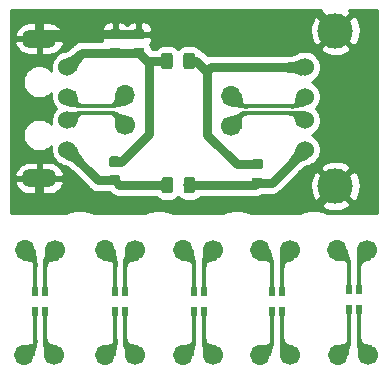
<source format=gbr>
G04 #@! TF.GenerationSoftware,KiCad,Pcbnew,(5.1.2)-1*
G04 #@! TF.CreationDate,2024-04-02T23:01:08+09:00*
G04 #@! TF.ProjectId,uf,75662e6b-6963-4616-945f-706362585858,v1.0*
G04 #@! TF.SameCoordinates,Original*
G04 #@! TF.FileFunction,Copper,L1,Top*
G04 #@! TF.FilePolarity,Positive*
%FSLAX46Y46*%
G04 Gerber Fmt 4.6, Leading zero omitted, Abs format (unit mm)*
G04 Created by KiCad (PCBNEW (5.1.2)-1) date 2024-04-02 23:01:08*
%MOMM*%
%LPD*%
G04 APERTURE LIST*
%ADD10C,0.100000*%
%ADD11C,0.975000*%
%ADD12C,0.875000*%
%ADD13O,3.000000X1.500000*%
%ADD14C,1.524000*%
%ADD15O,1.700000X1.700000*%
%ADD16C,1.700000*%
%ADD17C,3.000000*%
%ADD18C,0.510000*%
%ADD19C,0.800000*%
%ADD20C,0.300000*%
%ADD21C,0.254000*%
%ADD22C,0.025400*%
G04 APERTURE END LIST*
D10*
G36*
X144025142Y-113771174D02*
G01*
X144048803Y-113774684D01*
X144072007Y-113780496D01*
X144094529Y-113788554D01*
X144116153Y-113798782D01*
X144136670Y-113811079D01*
X144155883Y-113825329D01*
X144173607Y-113841393D01*
X144189671Y-113859117D01*
X144203921Y-113878330D01*
X144216218Y-113898847D01*
X144226446Y-113920471D01*
X144234504Y-113942993D01*
X144240316Y-113966197D01*
X144243826Y-113989858D01*
X144245000Y-114013750D01*
X144245000Y-114926250D01*
X144243826Y-114950142D01*
X144240316Y-114973803D01*
X144234504Y-114997007D01*
X144226446Y-115019529D01*
X144216218Y-115041153D01*
X144203921Y-115061670D01*
X144189671Y-115080883D01*
X144173607Y-115098607D01*
X144155883Y-115114671D01*
X144136670Y-115128921D01*
X144116153Y-115141218D01*
X144094529Y-115151446D01*
X144072007Y-115159504D01*
X144048803Y-115165316D01*
X144025142Y-115168826D01*
X144001250Y-115170000D01*
X143513750Y-115170000D01*
X143489858Y-115168826D01*
X143466197Y-115165316D01*
X143442993Y-115159504D01*
X143420471Y-115151446D01*
X143398847Y-115141218D01*
X143378330Y-115128921D01*
X143359117Y-115114671D01*
X143341393Y-115098607D01*
X143325329Y-115080883D01*
X143311079Y-115061670D01*
X143298782Y-115041153D01*
X143288554Y-115019529D01*
X143280496Y-114997007D01*
X143274684Y-114973803D01*
X143271174Y-114950142D01*
X143270000Y-114926250D01*
X143270000Y-114013750D01*
X143271174Y-113989858D01*
X143274684Y-113966197D01*
X143280496Y-113942993D01*
X143288554Y-113920471D01*
X143298782Y-113898847D01*
X143311079Y-113878330D01*
X143325329Y-113859117D01*
X143341393Y-113841393D01*
X143359117Y-113825329D01*
X143378330Y-113811079D01*
X143398847Y-113798782D01*
X143420471Y-113788554D01*
X143442993Y-113780496D01*
X143466197Y-113774684D01*
X143489858Y-113771174D01*
X143513750Y-113770000D01*
X144001250Y-113770000D01*
X144025142Y-113771174D01*
X144025142Y-113771174D01*
G37*
D11*
X143757500Y-114470000D03*
D10*
G36*
X142150142Y-113771174D02*
G01*
X142173803Y-113774684D01*
X142197007Y-113780496D01*
X142219529Y-113788554D01*
X142241153Y-113798782D01*
X142261670Y-113811079D01*
X142280883Y-113825329D01*
X142298607Y-113841393D01*
X142314671Y-113859117D01*
X142328921Y-113878330D01*
X142341218Y-113898847D01*
X142351446Y-113920471D01*
X142359504Y-113942993D01*
X142365316Y-113966197D01*
X142368826Y-113989858D01*
X142370000Y-114013750D01*
X142370000Y-114926250D01*
X142368826Y-114950142D01*
X142365316Y-114973803D01*
X142359504Y-114997007D01*
X142351446Y-115019529D01*
X142341218Y-115041153D01*
X142328921Y-115061670D01*
X142314671Y-115080883D01*
X142298607Y-115098607D01*
X142280883Y-115114671D01*
X142261670Y-115128921D01*
X142241153Y-115141218D01*
X142219529Y-115151446D01*
X142197007Y-115159504D01*
X142173803Y-115165316D01*
X142150142Y-115168826D01*
X142126250Y-115170000D01*
X141638750Y-115170000D01*
X141614858Y-115168826D01*
X141591197Y-115165316D01*
X141567993Y-115159504D01*
X141545471Y-115151446D01*
X141523847Y-115141218D01*
X141503330Y-115128921D01*
X141484117Y-115114671D01*
X141466393Y-115098607D01*
X141450329Y-115080883D01*
X141436079Y-115061670D01*
X141423782Y-115041153D01*
X141413554Y-115019529D01*
X141405496Y-114997007D01*
X141399684Y-114973803D01*
X141396174Y-114950142D01*
X141395000Y-114926250D01*
X141395000Y-114013750D01*
X141396174Y-113989858D01*
X141399684Y-113966197D01*
X141405496Y-113942993D01*
X141413554Y-113920471D01*
X141423782Y-113898847D01*
X141436079Y-113878330D01*
X141450329Y-113859117D01*
X141466393Y-113841393D01*
X141484117Y-113825329D01*
X141503330Y-113811079D01*
X141523847Y-113798782D01*
X141545471Y-113788554D01*
X141567993Y-113780496D01*
X141591197Y-113774684D01*
X141614858Y-113771174D01*
X141638750Y-113770000D01*
X142126250Y-113770000D01*
X142150142Y-113771174D01*
X142150142Y-113771174D01*
G37*
D11*
X141882500Y-114470000D03*
D10*
G36*
X139777691Y-111776053D02*
G01*
X139798926Y-111779203D01*
X139819750Y-111784419D01*
X139839962Y-111791651D01*
X139859368Y-111800830D01*
X139877781Y-111811866D01*
X139895024Y-111824654D01*
X139910930Y-111839070D01*
X139925346Y-111854976D01*
X139938134Y-111872219D01*
X139949170Y-111890632D01*
X139958349Y-111910038D01*
X139965581Y-111930250D01*
X139970797Y-111951074D01*
X139973947Y-111972309D01*
X139975000Y-111993750D01*
X139975000Y-112431250D01*
X139973947Y-112452691D01*
X139970797Y-112473926D01*
X139965581Y-112494750D01*
X139958349Y-112514962D01*
X139949170Y-112534368D01*
X139938134Y-112552781D01*
X139925346Y-112570024D01*
X139910930Y-112585930D01*
X139895024Y-112600346D01*
X139877781Y-112613134D01*
X139859368Y-112624170D01*
X139839962Y-112633349D01*
X139819750Y-112640581D01*
X139798926Y-112645797D01*
X139777691Y-112648947D01*
X139756250Y-112650000D01*
X139243750Y-112650000D01*
X139222309Y-112648947D01*
X139201074Y-112645797D01*
X139180250Y-112640581D01*
X139160038Y-112633349D01*
X139140632Y-112624170D01*
X139122219Y-112613134D01*
X139104976Y-112600346D01*
X139089070Y-112585930D01*
X139074654Y-112570024D01*
X139061866Y-112552781D01*
X139050830Y-112534368D01*
X139041651Y-112514962D01*
X139034419Y-112494750D01*
X139029203Y-112473926D01*
X139026053Y-112452691D01*
X139025000Y-112431250D01*
X139025000Y-111993750D01*
X139026053Y-111972309D01*
X139029203Y-111951074D01*
X139034419Y-111930250D01*
X139041651Y-111910038D01*
X139050830Y-111890632D01*
X139061866Y-111872219D01*
X139074654Y-111854976D01*
X139089070Y-111839070D01*
X139104976Y-111824654D01*
X139122219Y-111811866D01*
X139140632Y-111800830D01*
X139160038Y-111791651D01*
X139180250Y-111784419D01*
X139201074Y-111779203D01*
X139222309Y-111776053D01*
X139243750Y-111775000D01*
X139756250Y-111775000D01*
X139777691Y-111776053D01*
X139777691Y-111776053D01*
G37*
D12*
X139500000Y-112212500D03*
D10*
G36*
X139777691Y-113351053D02*
G01*
X139798926Y-113354203D01*
X139819750Y-113359419D01*
X139839962Y-113366651D01*
X139859368Y-113375830D01*
X139877781Y-113386866D01*
X139895024Y-113399654D01*
X139910930Y-113414070D01*
X139925346Y-113429976D01*
X139938134Y-113447219D01*
X139949170Y-113465632D01*
X139958349Y-113485038D01*
X139965581Y-113505250D01*
X139970797Y-113526074D01*
X139973947Y-113547309D01*
X139975000Y-113568750D01*
X139975000Y-114006250D01*
X139973947Y-114027691D01*
X139970797Y-114048926D01*
X139965581Y-114069750D01*
X139958349Y-114089962D01*
X139949170Y-114109368D01*
X139938134Y-114127781D01*
X139925346Y-114145024D01*
X139910930Y-114160930D01*
X139895024Y-114175346D01*
X139877781Y-114188134D01*
X139859368Y-114199170D01*
X139839962Y-114208349D01*
X139819750Y-114215581D01*
X139798926Y-114220797D01*
X139777691Y-114223947D01*
X139756250Y-114225000D01*
X139243750Y-114225000D01*
X139222309Y-114223947D01*
X139201074Y-114220797D01*
X139180250Y-114215581D01*
X139160038Y-114208349D01*
X139140632Y-114199170D01*
X139122219Y-114188134D01*
X139104976Y-114175346D01*
X139089070Y-114160930D01*
X139074654Y-114145024D01*
X139061866Y-114127781D01*
X139050830Y-114109368D01*
X139041651Y-114089962D01*
X139034419Y-114069750D01*
X139029203Y-114048926D01*
X139026053Y-114027691D01*
X139025000Y-114006250D01*
X139025000Y-113568750D01*
X139026053Y-113547309D01*
X139029203Y-113526074D01*
X139034419Y-113505250D01*
X139041651Y-113485038D01*
X139050830Y-113465632D01*
X139061866Y-113447219D01*
X139074654Y-113429976D01*
X139089070Y-113414070D01*
X139104976Y-113399654D01*
X139122219Y-113386866D01*
X139140632Y-113375830D01*
X139160038Y-113366651D01*
X139180250Y-113359419D01*
X139201074Y-113354203D01*
X139222309Y-113351053D01*
X139243750Y-113350000D01*
X139756250Y-113350000D01*
X139777691Y-113351053D01*
X139777691Y-113351053D01*
G37*
D12*
X139500000Y-113787500D03*
D10*
G36*
X142180142Y-124281174D02*
G01*
X142203803Y-124284684D01*
X142227007Y-124290496D01*
X142249529Y-124298554D01*
X142271153Y-124308782D01*
X142291670Y-124321079D01*
X142310883Y-124335329D01*
X142328607Y-124351393D01*
X142344671Y-124369117D01*
X142358921Y-124388330D01*
X142371218Y-124408847D01*
X142381446Y-124430471D01*
X142389504Y-124452993D01*
X142395316Y-124476197D01*
X142398826Y-124499858D01*
X142400000Y-124523750D01*
X142400000Y-125436250D01*
X142398826Y-125460142D01*
X142395316Y-125483803D01*
X142389504Y-125507007D01*
X142381446Y-125529529D01*
X142371218Y-125551153D01*
X142358921Y-125571670D01*
X142344671Y-125590883D01*
X142328607Y-125608607D01*
X142310883Y-125624671D01*
X142291670Y-125638921D01*
X142271153Y-125651218D01*
X142249529Y-125661446D01*
X142227007Y-125669504D01*
X142203803Y-125675316D01*
X142180142Y-125678826D01*
X142156250Y-125680000D01*
X141668750Y-125680000D01*
X141644858Y-125678826D01*
X141621197Y-125675316D01*
X141597993Y-125669504D01*
X141575471Y-125661446D01*
X141553847Y-125651218D01*
X141533330Y-125638921D01*
X141514117Y-125624671D01*
X141496393Y-125608607D01*
X141480329Y-125590883D01*
X141466079Y-125571670D01*
X141453782Y-125551153D01*
X141443554Y-125529529D01*
X141435496Y-125507007D01*
X141429684Y-125483803D01*
X141426174Y-125460142D01*
X141425000Y-125436250D01*
X141425000Y-124523750D01*
X141426174Y-124499858D01*
X141429684Y-124476197D01*
X141435496Y-124452993D01*
X141443554Y-124430471D01*
X141453782Y-124408847D01*
X141466079Y-124388330D01*
X141480329Y-124369117D01*
X141496393Y-124351393D01*
X141514117Y-124335329D01*
X141533330Y-124321079D01*
X141553847Y-124308782D01*
X141575471Y-124298554D01*
X141597993Y-124290496D01*
X141621197Y-124284684D01*
X141644858Y-124281174D01*
X141668750Y-124280000D01*
X142156250Y-124280000D01*
X142180142Y-124281174D01*
X142180142Y-124281174D01*
G37*
D11*
X141912500Y-124980000D03*
D10*
G36*
X144055142Y-124281174D02*
G01*
X144078803Y-124284684D01*
X144102007Y-124290496D01*
X144124529Y-124298554D01*
X144146153Y-124308782D01*
X144166670Y-124321079D01*
X144185883Y-124335329D01*
X144203607Y-124351393D01*
X144219671Y-124369117D01*
X144233921Y-124388330D01*
X144246218Y-124408847D01*
X144256446Y-124430471D01*
X144264504Y-124452993D01*
X144270316Y-124476197D01*
X144273826Y-124499858D01*
X144275000Y-124523750D01*
X144275000Y-125436250D01*
X144273826Y-125460142D01*
X144270316Y-125483803D01*
X144264504Y-125507007D01*
X144256446Y-125529529D01*
X144246218Y-125551153D01*
X144233921Y-125571670D01*
X144219671Y-125590883D01*
X144203607Y-125608607D01*
X144185883Y-125624671D01*
X144166670Y-125638921D01*
X144146153Y-125651218D01*
X144124529Y-125661446D01*
X144102007Y-125669504D01*
X144078803Y-125675316D01*
X144055142Y-125678826D01*
X144031250Y-125680000D01*
X143543750Y-125680000D01*
X143519858Y-125678826D01*
X143496197Y-125675316D01*
X143472993Y-125669504D01*
X143450471Y-125661446D01*
X143428847Y-125651218D01*
X143408330Y-125638921D01*
X143389117Y-125624671D01*
X143371393Y-125608607D01*
X143355329Y-125590883D01*
X143341079Y-125571670D01*
X143328782Y-125551153D01*
X143318554Y-125529529D01*
X143310496Y-125507007D01*
X143304684Y-125483803D01*
X143301174Y-125460142D01*
X143300000Y-125436250D01*
X143300000Y-124523750D01*
X143301174Y-124499858D01*
X143304684Y-124476197D01*
X143310496Y-124452993D01*
X143318554Y-124430471D01*
X143328782Y-124408847D01*
X143341079Y-124388330D01*
X143355329Y-124369117D01*
X143371393Y-124351393D01*
X143389117Y-124335329D01*
X143408330Y-124321079D01*
X143428847Y-124308782D01*
X143450471Y-124298554D01*
X143472993Y-124290496D01*
X143496197Y-124284684D01*
X143519858Y-124281174D01*
X143543750Y-124280000D01*
X144031250Y-124280000D01*
X144055142Y-124281174D01*
X144055142Y-124281174D01*
G37*
D11*
X143787500Y-124980000D03*
D10*
G36*
X137777691Y-111776053D02*
G01*
X137798926Y-111779203D01*
X137819750Y-111784419D01*
X137839962Y-111791651D01*
X137859368Y-111800830D01*
X137877781Y-111811866D01*
X137895024Y-111824654D01*
X137910930Y-111839070D01*
X137925346Y-111854976D01*
X137938134Y-111872219D01*
X137949170Y-111890632D01*
X137958349Y-111910038D01*
X137965581Y-111930250D01*
X137970797Y-111951074D01*
X137973947Y-111972309D01*
X137975000Y-111993750D01*
X137975000Y-112431250D01*
X137973947Y-112452691D01*
X137970797Y-112473926D01*
X137965581Y-112494750D01*
X137958349Y-112514962D01*
X137949170Y-112534368D01*
X137938134Y-112552781D01*
X137925346Y-112570024D01*
X137910930Y-112585930D01*
X137895024Y-112600346D01*
X137877781Y-112613134D01*
X137859368Y-112624170D01*
X137839962Y-112633349D01*
X137819750Y-112640581D01*
X137798926Y-112645797D01*
X137777691Y-112648947D01*
X137756250Y-112650000D01*
X137243750Y-112650000D01*
X137222309Y-112648947D01*
X137201074Y-112645797D01*
X137180250Y-112640581D01*
X137160038Y-112633349D01*
X137140632Y-112624170D01*
X137122219Y-112613134D01*
X137104976Y-112600346D01*
X137089070Y-112585930D01*
X137074654Y-112570024D01*
X137061866Y-112552781D01*
X137050830Y-112534368D01*
X137041651Y-112514962D01*
X137034419Y-112494750D01*
X137029203Y-112473926D01*
X137026053Y-112452691D01*
X137025000Y-112431250D01*
X137025000Y-111993750D01*
X137026053Y-111972309D01*
X137029203Y-111951074D01*
X137034419Y-111930250D01*
X137041651Y-111910038D01*
X137050830Y-111890632D01*
X137061866Y-111872219D01*
X137074654Y-111854976D01*
X137089070Y-111839070D01*
X137104976Y-111824654D01*
X137122219Y-111811866D01*
X137140632Y-111800830D01*
X137160038Y-111791651D01*
X137180250Y-111784419D01*
X137201074Y-111779203D01*
X137222309Y-111776053D01*
X137243750Y-111775000D01*
X137756250Y-111775000D01*
X137777691Y-111776053D01*
X137777691Y-111776053D01*
G37*
D12*
X137500000Y-112212500D03*
D10*
G36*
X137777691Y-113351053D02*
G01*
X137798926Y-113354203D01*
X137819750Y-113359419D01*
X137839962Y-113366651D01*
X137859368Y-113375830D01*
X137877781Y-113386866D01*
X137895024Y-113399654D01*
X137910930Y-113414070D01*
X137925346Y-113429976D01*
X137938134Y-113447219D01*
X137949170Y-113465632D01*
X137958349Y-113485038D01*
X137965581Y-113505250D01*
X137970797Y-113526074D01*
X137973947Y-113547309D01*
X137975000Y-113568750D01*
X137975000Y-114006250D01*
X137973947Y-114027691D01*
X137970797Y-114048926D01*
X137965581Y-114069750D01*
X137958349Y-114089962D01*
X137949170Y-114109368D01*
X137938134Y-114127781D01*
X137925346Y-114145024D01*
X137910930Y-114160930D01*
X137895024Y-114175346D01*
X137877781Y-114188134D01*
X137859368Y-114199170D01*
X137839962Y-114208349D01*
X137819750Y-114215581D01*
X137798926Y-114220797D01*
X137777691Y-114223947D01*
X137756250Y-114225000D01*
X137243750Y-114225000D01*
X137222309Y-114223947D01*
X137201074Y-114220797D01*
X137180250Y-114215581D01*
X137160038Y-114208349D01*
X137140632Y-114199170D01*
X137122219Y-114188134D01*
X137104976Y-114175346D01*
X137089070Y-114160930D01*
X137074654Y-114145024D01*
X137061866Y-114127781D01*
X137050830Y-114109368D01*
X137041651Y-114089962D01*
X137034419Y-114069750D01*
X137029203Y-114048926D01*
X137026053Y-114027691D01*
X137025000Y-114006250D01*
X137025000Y-113568750D01*
X137026053Y-113547309D01*
X137029203Y-113526074D01*
X137034419Y-113505250D01*
X137041651Y-113485038D01*
X137050830Y-113465632D01*
X137061866Y-113447219D01*
X137074654Y-113429976D01*
X137089070Y-113414070D01*
X137104976Y-113399654D01*
X137122219Y-113386866D01*
X137140632Y-113375830D01*
X137160038Y-113366651D01*
X137180250Y-113359419D01*
X137201074Y-113354203D01*
X137222309Y-113351053D01*
X137243750Y-113350000D01*
X137756250Y-113350000D01*
X137777691Y-113351053D01*
X137777691Y-113351053D01*
G37*
D12*
X137500000Y-113787500D03*
D13*
X131060000Y-124400000D03*
X131060000Y-112600000D03*
D14*
X133460000Y-115000000D03*
X133460000Y-117500000D03*
X133460000Y-119500000D03*
X133460000Y-122000000D03*
D15*
X138340000Y-117380000D03*
D16*
X138340000Y-119920000D03*
D15*
X156330000Y-139360000D03*
D16*
X158870000Y-139360000D03*
D15*
X149790000Y-139380000D03*
D16*
X152330000Y-139380000D03*
D15*
X143240000Y-139380000D03*
D16*
X145780000Y-139380000D03*
D15*
X136640000Y-139380000D03*
D16*
X139180000Y-139380000D03*
D15*
X129800000Y-139380000D03*
D16*
X132340000Y-139380000D03*
D15*
X147320000Y-117420000D03*
D16*
X147320000Y-119960000D03*
D15*
X156280000Y-130470000D03*
D16*
X158820000Y-130470000D03*
D15*
X149790000Y-130490000D03*
D16*
X152330000Y-130490000D03*
D15*
X143240000Y-130490000D03*
D16*
X145780000Y-130490000D03*
D15*
X136640000Y-130490000D03*
D16*
X139180000Y-130490000D03*
D15*
X129870000Y-130490000D03*
D16*
X132410000Y-130490000D03*
D17*
X156140000Y-111930000D03*
X156140000Y-125070000D03*
D14*
X153540000Y-115000000D03*
X153540000Y-117500000D03*
X153540000Y-119500000D03*
X153540000Y-122000000D03*
D10*
G36*
X158366999Y-133465123D02*
G01*
X158369475Y-133465490D01*
X158371902Y-133466098D01*
X158374258Y-133466941D01*
X158376521Y-133468011D01*
X158378667Y-133469298D01*
X158380677Y-133470788D01*
X158382531Y-133472469D01*
X158384212Y-133474323D01*
X158385702Y-133476333D01*
X158386989Y-133478479D01*
X158388059Y-133480742D01*
X158388902Y-133483098D01*
X158389510Y-133485525D01*
X158389877Y-133488001D01*
X158390000Y-133490500D01*
X158390000Y-134199500D01*
X158389877Y-134201999D01*
X158389510Y-134204475D01*
X158388902Y-134206902D01*
X158388059Y-134209258D01*
X158386989Y-134211521D01*
X158385702Y-134213667D01*
X158384212Y-134215677D01*
X158382531Y-134217531D01*
X158380677Y-134219212D01*
X158378667Y-134220702D01*
X158376521Y-134221989D01*
X158374258Y-134223059D01*
X158371902Y-134223902D01*
X158369475Y-134224510D01*
X158366999Y-134224877D01*
X158364500Y-134225000D01*
X157905500Y-134225000D01*
X157903001Y-134224877D01*
X157900525Y-134224510D01*
X157898098Y-134223902D01*
X157895742Y-134223059D01*
X157893479Y-134221989D01*
X157891333Y-134220702D01*
X157889323Y-134219212D01*
X157887469Y-134217531D01*
X157885788Y-134215677D01*
X157884298Y-134213667D01*
X157883011Y-134211521D01*
X157881941Y-134209258D01*
X157881098Y-134206902D01*
X157880490Y-134204475D01*
X157880123Y-134201999D01*
X157880000Y-134199500D01*
X157880000Y-133490500D01*
X157880123Y-133488001D01*
X157880490Y-133485525D01*
X157881098Y-133483098D01*
X157881941Y-133480742D01*
X157883011Y-133478479D01*
X157884298Y-133476333D01*
X157885788Y-133474323D01*
X157887469Y-133472469D01*
X157889323Y-133470788D01*
X157891333Y-133469298D01*
X157893479Y-133468011D01*
X157895742Y-133466941D01*
X157898098Y-133466098D01*
X157900525Y-133465490D01*
X157903001Y-133465123D01*
X157905500Y-133465000D01*
X158364500Y-133465000D01*
X158366999Y-133465123D01*
X158366999Y-133465123D01*
G37*
D18*
X158135000Y-133845000D03*
D10*
G36*
X158366999Y-135135123D02*
G01*
X158369475Y-135135490D01*
X158371902Y-135136098D01*
X158374258Y-135136941D01*
X158376521Y-135138011D01*
X158378667Y-135139298D01*
X158380677Y-135140788D01*
X158382531Y-135142469D01*
X158384212Y-135144323D01*
X158385702Y-135146333D01*
X158386989Y-135148479D01*
X158388059Y-135150742D01*
X158388902Y-135153098D01*
X158389510Y-135155525D01*
X158389877Y-135158001D01*
X158390000Y-135160500D01*
X158390000Y-135869500D01*
X158389877Y-135871999D01*
X158389510Y-135874475D01*
X158388902Y-135876902D01*
X158388059Y-135879258D01*
X158386989Y-135881521D01*
X158385702Y-135883667D01*
X158384212Y-135885677D01*
X158382531Y-135887531D01*
X158380677Y-135889212D01*
X158378667Y-135890702D01*
X158376521Y-135891989D01*
X158374258Y-135893059D01*
X158371902Y-135893902D01*
X158369475Y-135894510D01*
X158366999Y-135894877D01*
X158364500Y-135895000D01*
X157905500Y-135895000D01*
X157903001Y-135894877D01*
X157900525Y-135894510D01*
X157898098Y-135893902D01*
X157895742Y-135893059D01*
X157893479Y-135891989D01*
X157891333Y-135890702D01*
X157889323Y-135889212D01*
X157887469Y-135887531D01*
X157885788Y-135885677D01*
X157884298Y-135883667D01*
X157883011Y-135881521D01*
X157881941Y-135879258D01*
X157881098Y-135876902D01*
X157880490Y-135874475D01*
X157880123Y-135871999D01*
X157880000Y-135869500D01*
X157880000Y-135160500D01*
X157880123Y-135158001D01*
X157880490Y-135155525D01*
X157881098Y-135153098D01*
X157881941Y-135150742D01*
X157883011Y-135148479D01*
X157884298Y-135146333D01*
X157885788Y-135144323D01*
X157887469Y-135142469D01*
X157889323Y-135140788D01*
X157891333Y-135139298D01*
X157893479Y-135138011D01*
X157895742Y-135136941D01*
X157898098Y-135136098D01*
X157900525Y-135135490D01*
X157903001Y-135135123D01*
X157905500Y-135135000D01*
X158364500Y-135135000D01*
X158366999Y-135135123D01*
X158366999Y-135135123D01*
G37*
D18*
X158135000Y-135515000D03*
D10*
G36*
X157496999Y-135135123D02*
G01*
X157499475Y-135135490D01*
X157501902Y-135136098D01*
X157504258Y-135136941D01*
X157506521Y-135138011D01*
X157508667Y-135139298D01*
X157510677Y-135140788D01*
X157512531Y-135142469D01*
X157514212Y-135144323D01*
X157515702Y-135146333D01*
X157516989Y-135148479D01*
X157518059Y-135150742D01*
X157518902Y-135153098D01*
X157519510Y-135155525D01*
X157519877Y-135158001D01*
X157520000Y-135160500D01*
X157520000Y-135869500D01*
X157519877Y-135871999D01*
X157519510Y-135874475D01*
X157518902Y-135876902D01*
X157518059Y-135879258D01*
X157516989Y-135881521D01*
X157515702Y-135883667D01*
X157514212Y-135885677D01*
X157512531Y-135887531D01*
X157510677Y-135889212D01*
X157508667Y-135890702D01*
X157506521Y-135891989D01*
X157504258Y-135893059D01*
X157501902Y-135893902D01*
X157499475Y-135894510D01*
X157496999Y-135894877D01*
X157494500Y-135895000D01*
X157035500Y-135895000D01*
X157033001Y-135894877D01*
X157030525Y-135894510D01*
X157028098Y-135893902D01*
X157025742Y-135893059D01*
X157023479Y-135891989D01*
X157021333Y-135890702D01*
X157019323Y-135889212D01*
X157017469Y-135887531D01*
X157015788Y-135885677D01*
X157014298Y-135883667D01*
X157013011Y-135881521D01*
X157011941Y-135879258D01*
X157011098Y-135876902D01*
X157010490Y-135874475D01*
X157010123Y-135871999D01*
X157010000Y-135869500D01*
X157010000Y-135160500D01*
X157010123Y-135158001D01*
X157010490Y-135155525D01*
X157011098Y-135153098D01*
X157011941Y-135150742D01*
X157013011Y-135148479D01*
X157014298Y-135146333D01*
X157015788Y-135144323D01*
X157017469Y-135142469D01*
X157019323Y-135140788D01*
X157021333Y-135139298D01*
X157023479Y-135138011D01*
X157025742Y-135136941D01*
X157028098Y-135136098D01*
X157030525Y-135135490D01*
X157033001Y-135135123D01*
X157035500Y-135135000D01*
X157494500Y-135135000D01*
X157496999Y-135135123D01*
X157496999Y-135135123D01*
G37*
D18*
X157265000Y-135515000D03*
D10*
G36*
X157496999Y-133465123D02*
G01*
X157499475Y-133465490D01*
X157501902Y-133466098D01*
X157504258Y-133466941D01*
X157506521Y-133468011D01*
X157508667Y-133469298D01*
X157510677Y-133470788D01*
X157512531Y-133472469D01*
X157514212Y-133474323D01*
X157515702Y-133476333D01*
X157516989Y-133478479D01*
X157518059Y-133480742D01*
X157518902Y-133483098D01*
X157519510Y-133485525D01*
X157519877Y-133488001D01*
X157520000Y-133490500D01*
X157520000Y-134199500D01*
X157519877Y-134201999D01*
X157519510Y-134204475D01*
X157518902Y-134206902D01*
X157518059Y-134209258D01*
X157516989Y-134211521D01*
X157515702Y-134213667D01*
X157514212Y-134215677D01*
X157512531Y-134217531D01*
X157510677Y-134219212D01*
X157508667Y-134220702D01*
X157506521Y-134221989D01*
X157504258Y-134223059D01*
X157501902Y-134223902D01*
X157499475Y-134224510D01*
X157496999Y-134224877D01*
X157494500Y-134225000D01*
X157035500Y-134225000D01*
X157033001Y-134224877D01*
X157030525Y-134224510D01*
X157028098Y-134223902D01*
X157025742Y-134223059D01*
X157023479Y-134221989D01*
X157021333Y-134220702D01*
X157019323Y-134219212D01*
X157017469Y-134217531D01*
X157015788Y-134215677D01*
X157014298Y-134213667D01*
X157013011Y-134211521D01*
X157011941Y-134209258D01*
X157011098Y-134206902D01*
X157010490Y-134204475D01*
X157010123Y-134201999D01*
X157010000Y-134199500D01*
X157010000Y-133490500D01*
X157010123Y-133488001D01*
X157010490Y-133485525D01*
X157011098Y-133483098D01*
X157011941Y-133480742D01*
X157013011Y-133478479D01*
X157014298Y-133476333D01*
X157015788Y-133474323D01*
X157017469Y-133472469D01*
X157019323Y-133470788D01*
X157021333Y-133469298D01*
X157023479Y-133468011D01*
X157025742Y-133466941D01*
X157028098Y-133466098D01*
X157030525Y-133465490D01*
X157033001Y-133465123D01*
X157035500Y-133465000D01*
X157494500Y-133465000D01*
X157496999Y-133465123D01*
X157496999Y-133465123D01*
G37*
D18*
X157265000Y-133845000D03*
D10*
G36*
X151856999Y-133645123D02*
G01*
X151859475Y-133645490D01*
X151861902Y-133646098D01*
X151864258Y-133646941D01*
X151866521Y-133648011D01*
X151868667Y-133649298D01*
X151870677Y-133650788D01*
X151872531Y-133652469D01*
X151874212Y-133654323D01*
X151875702Y-133656333D01*
X151876989Y-133658479D01*
X151878059Y-133660742D01*
X151878902Y-133663098D01*
X151879510Y-133665525D01*
X151879877Y-133668001D01*
X151880000Y-133670500D01*
X151880000Y-134379500D01*
X151879877Y-134381999D01*
X151879510Y-134384475D01*
X151878902Y-134386902D01*
X151878059Y-134389258D01*
X151876989Y-134391521D01*
X151875702Y-134393667D01*
X151874212Y-134395677D01*
X151872531Y-134397531D01*
X151870677Y-134399212D01*
X151868667Y-134400702D01*
X151866521Y-134401989D01*
X151864258Y-134403059D01*
X151861902Y-134403902D01*
X151859475Y-134404510D01*
X151856999Y-134404877D01*
X151854500Y-134405000D01*
X151395500Y-134405000D01*
X151393001Y-134404877D01*
X151390525Y-134404510D01*
X151388098Y-134403902D01*
X151385742Y-134403059D01*
X151383479Y-134401989D01*
X151381333Y-134400702D01*
X151379323Y-134399212D01*
X151377469Y-134397531D01*
X151375788Y-134395677D01*
X151374298Y-134393667D01*
X151373011Y-134391521D01*
X151371941Y-134389258D01*
X151371098Y-134386902D01*
X151370490Y-134384475D01*
X151370123Y-134381999D01*
X151370000Y-134379500D01*
X151370000Y-133670500D01*
X151370123Y-133668001D01*
X151370490Y-133665525D01*
X151371098Y-133663098D01*
X151371941Y-133660742D01*
X151373011Y-133658479D01*
X151374298Y-133656333D01*
X151375788Y-133654323D01*
X151377469Y-133652469D01*
X151379323Y-133650788D01*
X151381333Y-133649298D01*
X151383479Y-133648011D01*
X151385742Y-133646941D01*
X151388098Y-133646098D01*
X151390525Y-133645490D01*
X151393001Y-133645123D01*
X151395500Y-133645000D01*
X151854500Y-133645000D01*
X151856999Y-133645123D01*
X151856999Y-133645123D01*
G37*
D18*
X151625000Y-134025000D03*
D10*
G36*
X151856999Y-135315123D02*
G01*
X151859475Y-135315490D01*
X151861902Y-135316098D01*
X151864258Y-135316941D01*
X151866521Y-135318011D01*
X151868667Y-135319298D01*
X151870677Y-135320788D01*
X151872531Y-135322469D01*
X151874212Y-135324323D01*
X151875702Y-135326333D01*
X151876989Y-135328479D01*
X151878059Y-135330742D01*
X151878902Y-135333098D01*
X151879510Y-135335525D01*
X151879877Y-135338001D01*
X151880000Y-135340500D01*
X151880000Y-136049500D01*
X151879877Y-136051999D01*
X151879510Y-136054475D01*
X151878902Y-136056902D01*
X151878059Y-136059258D01*
X151876989Y-136061521D01*
X151875702Y-136063667D01*
X151874212Y-136065677D01*
X151872531Y-136067531D01*
X151870677Y-136069212D01*
X151868667Y-136070702D01*
X151866521Y-136071989D01*
X151864258Y-136073059D01*
X151861902Y-136073902D01*
X151859475Y-136074510D01*
X151856999Y-136074877D01*
X151854500Y-136075000D01*
X151395500Y-136075000D01*
X151393001Y-136074877D01*
X151390525Y-136074510D01*
X151388098Y-136073902D01*
X151385742Y-136073059D01*
X151383479Y-136071989D01*
X151381333Y-136070702D01*
X151379323Y-136069212D01*
X151377469Y-136067531D01*
X151375788Y-136065677D01*
X151374298Y-136063667D01*
X151373011Y-136061521D01*
X151371941Y-136059258D01*
X151371098Y-136056902D01*
X151370490Y-136054475D01*
X151370123Y-136051999D01*
X151370000Y-136049500D01*
X151370000Y-135340500D01*
X151370123Y-135338001D01*
X151370490Y-135335525D01*
X151371098Y-135333098D01*
X151371941Y-135330742D01*
X151373011Y-135328479D01*
X151374298Y-135326333D01*
X151375788Y-135324323D01*
X151377469Y-135322469D01*
X151379323Y-135320788D01*
X151381333Y-135319298D01*
X151383479Y-135318011D01*
X151385742Y-135316941D01*
X151388098Y-135316098D01*
X151390525Y-135315490D01*
X151393001Y-135315123D01*
X151395500Y-135315000D01*
X151854500Y-135315000D01*
X151856999Y-135315123D01*
X151856999Y-135315123D01*
G37*
D18*
X151625000Y-135695000D03*
D10*
G36*
X150986999Y-135315123D02*
G01*
X150989475Y-135315490D01*
X150991902Y-135316098D01*
X150994258Y-135316941D01*
X150996521Y-135318011D01*
X150998667Y-135319298D01*
X151000677Y-135320788D01*
X151002531Y-135322469D01*
X151004212Y-135324323D01*
X151005702Y-135326333D01*
X151006989Y-135328479D01*
X151008059Y-135330742D01*
X151008902Y-135333098D01*
X151009510Y-135335525D01*
X151009877Y-135338001D01*
X151010000Y-135340500D01*
X151010000Y-136049500D01*
X151009877Y-136051999D01*
X151009510Y-136054475D01*
X151008902Y-136056902D01*
X151008059Y-136059258D01*
X151006989Y-136061521D01*
X151005702Y-136063667D01*
X151004212Y-136065677D01*
X151002531Y-136067531D01*
X151000677Y-136069212D01*
X150998667Y-136070702D01*
X150996521Y-136071989D01*
X150994258Y-136073059D01*
X150991902Y-136073902D01*
X150989475Y-136074510D01*
X150986999Y-136074877D01*
X150984500Y-136075000D01*
X150525500Y-136075000D01*
X150523001Y-136074877D01*
X150520525Y-136074510D01*
X150518098Y-136073902D01*
X150515742Y-136073059D01*
X150513479Y-136071989D01*
X150511333Y-136070702D01*
X150509323Y-136069212D01*
X150507469Y-136067531D01*
X150505788Y-136065677D01*
X150504298Y-136063667D01*
X150503011Y-136061521D01*
X150501941Y-136059258D01*
X150501098Y-136056902D01*
X150500490Y-136054475D01*
X150500123Y-136051999D01*
X150500000Y-136049500D01*
X150500000Y-135340500D01*
X150500123Y-135338001D01*
X150500490Y-135335525D01*
X150501098Y-135333098D01*
X150501941Y-135330742D01*
X150503011Y-135328479D01*
X150504298Y-135326333D01*
X150505788Y-135324323D01*
X150507469Y-135322469D01*
X150509323Y-135320788D01*
X150511333Y-135319298D01*
X150513479Y-135318011D01*
X150515742Y-135316941D01*
X150518098Y-135316098D01*
X150520525Y-135315490D01*
X150523001Y-135315123D01*
X150525500Y-135315000D01*
X150984500Y-135315000D01*
X150986999Y-135315123D01*
X150986999Y-135315123D01*
G37*
D18*
X150755000Y-135695000D03*
D10*
G36*
X150986999Y-133645123D02*
G01*
X150989475Y-133645490D01*
X150991902Y-133646098D01*
X150994258Y-133646941D01*
X150996521Y-133648011D01*
X150998667Y-133649298D01*
X151000677Y-133650788D01*
X151002531Y-133652469D01*
X151004212Y-133654323D01*
X151005702Y-133656333D01*
X151006989Y-133658479D01*
X151008059Y-133660742D01*
X151008902Y-133663098D01*
X151009510Y-133665525D01*
X151009877Y-133668001D01*
X151010000Y-133670500D01*
X151010000Y-134379500D01*
X151009877Y-134381999D01*
X151009510Y-134384475D01*
X151008902Y-134386902D01*
X151008059Y-134389258D01*
X151006989Y-134391521D01*
X151005702Y-134393667D01*
X151004212Y-134395677D01*
X151002531Y-134397531D01*
X151000677Y-134399212D01*
X150998667Y-134400702D01*
X150996521Y-134401989D01*
X150994258Y-134403059D01*
X150991902Y-134403902D01*
X150989475Y-134404510D01*
X150986999Y-134404877D01*
X150984500Y-134405000D01*
X150525500Y-134405000D01*
X150523001Y-134404877D01*
X150520525Y-134404510D01*
X150518098Y-134403902D01*
X150515742Y-134403059D01*
X150513479Y-134401989D01*
X150511333Y-134400702D01*
X150509323Y-134399212D01*
X150507469Y-134397531D01*
X150505788Y-134395677D01*
X150504298Y-134393667D01*
X150503011Y-134391521D01*
X150501941Y-134389258D01*
X150501098Y-134386902D01*
X150500490Y-134384475D01*
X150500123Y-134381999D01*
X150500000Y-134379500D01*
X150500000Y-133670500D01*
X150500123Y-133668001D01*
X150500490Y-133665525D01*
X150501098Y-133663098D01*
X150501941Y-133660742D01*
X150503011Y-133658479D01*
X150504298Y-133656333D01*
X150505788Y-133654323D01*
X150507469Y-133652469D01*
X150509323Y-133650788D01*
X150511333Y-133649298D01*
X150513479Y-133648011D01*
X150515742Y-133646941D01*
X150518098Y-133646098D01*
X150520525Y-133645490D01*
X150523001Y-133645123D01*
X150525500Y-133645000D01*
X150984500Y-133645000D01*
X150986999Y-133645123D01*
X150986999Y-133645123D01*
G37*
D18*
X150755000Y-134025000D03*
D10*
G36*
X145246999Y-133645123D02*
G01*
X145249475Y-133645490D01*
X145251902Y-133646098D01*
X145254258Y-133646941D01*
X145256521Y-133648011D01*
X145258667Y-133649298D01*
X145260677Y-133650788D01*
X145262531Y-133652469D01*
X145264212Y-133654323D01*
X145265702Y-133656333D01*
X145266989Y-133658479D01*
X145268059Y-133660742D01*
X145268902Y-133663098D01*
X145269510Y-133665525D01*
X145269877Y-133668001D01*
X145270000Y-133670500D01*
X145270000Y-134379500D01*
X145269877Y-134381999D01*
X145269510Y-134384475D01*
X145268902Y-134386902D01*
X145268059Y-134389258D01*
X145266989Y-134391521D01*
X145265702Y-134393667D01*
X145264212Y-134395677D01*
X145262531Y-134397531D01*
X145260677Y-134399212D01*
X145258667Y-134400702D01*
X145256521Y-134401989D01*
X145254258Y-134403059D01*
X145251902Y-134403902D01*
X145249475Y-134404510D01*
X145246999Y-134404877D01*
X145244500Y-134405000D01*
X144785500Y-134405000D01*
X144783001Y-134404877D01*
X144780525Y-134404510D01*
X144778098Y-134403902D01*
X144775742Y-134403059D01*
X144773479Y-134401989D01*
X144771333Y-134400702D01*
X144769323Y-134399212D01*
X144767469Y-134397531D01*
X144765788Y-134395677D01*
X144764298Y-134393667D01*
X144763011Y-134391521D01*
X144761941Y-134389258D01*
X144761098Y-134386902D01*
X144760490Y-134384475D01*
X144760123Y-134381999D01*
X144760000Y-134379500D01*
X144760000Y-133670500D01*
X144760123Y-133668001D01*
X144760490Y-133665525D01*
X144761098Y-133663098D01*
X144761941Y-133660742D01*
X144763011Y-133658479D01*
X144764298Y-133656333D01*
X144765788Y-133654323D01*
X144767469Y-133652469D01*
X144769323Y-133650788D01*
X144771333Y-133649298D01*
X144773479Y-133648011D01*
X144775742Y-133646941D01*
X144778098Y-133646098D01*
X144780525Y-133645490D01*
X144783001Y-133645123D01*
X144785500Y-133645000D01*
X145244500Y-133645000D01*
X145246999Y-133645123D01*
X145246999Y-133645123D01*
G37*
D18*
X145015000Y-134025000D03*
D10*
G36*
X145246999Y-135315123D02*
G01*
X145249475Y-135315490D01*
X145251902Y-135316098D01*
X145254258Y-135316941D01*
X145256521Y-135318011D01*
X145258667Y-135319298D01*
X145260677Y-135320788D01*
X145262531Y-135322469D01*
X145264212Y-135324323D01*
X145265702Y-135326333D01*
X145266989Y-135328479D01*
X145268059Y-135330742D01*
X145268902Y-135333098D01*
X145269510Y-135335525D01*
X145269877Y-135338001D01*
X145270000Y-135340500D01*
X145270000Y-136049500D01*
X145269877Y-136051999D01*
X145269510Y-136054475D01*
X145268902Y-136056902D01*
X145268059Y-136059258D01*
X145266989Y-136061521D01*
X145265702Y-136063667D01*
X145264212Y-136065677D01*
X145262531Y-136067531D01*
X145260677Y-136069212D01*
X145258667Y-136070702D01*
X145256521Y-136071989D01*
X145254258Y-136073059D01*
X145251902Y-136073902D01*
X145249475Y-136074510D01*
X145246999Y-136074877D01*
X145244500Y-136075000D01*
X144785500Y-136075000D01*
X144783001Y-136074877D01*
X144780525Y-136074510D01*
X144778098Y-136073902D01*
X144775742Y-136073059D01*
X144773479Y-136071989D01*
X144771333Y-136070702D01*
X144769323Y-136069212D01*
X144767469Y-136067531D01*
X144765788Y-136065677D01*
X144764298Y-136063667D01*
X144763011Y-136061521D01*
X144761941Y-136059258D01*
X144761098Y-136056902D01*
X144760490Y-136054475D01*
X144760123Y-136051999D01*
X144760000Y-136049500D01*
X144760000Y-135340500D01*
X144760123Y-135338001D01*
X144760490Y-135335525D01*
X144761098Y-135333098D01*
X144761941Y-135330742D01*
X144763011Y-135328479D01*
X144764298Y-135326333D01*
X144765788Y-135324323D01*
X144767469Y-135322469D01*
X144769323Y-135320788D01*
X144771333Y-135319298D01*
X144773479Y-135318011D01*
X144775742Y-135316941D01*
X144778098Y-135316098D01*
X144780525Y-135315490D01*
X144783001Y-135315123D01*
X144785500Y-135315000D01*
X145244500Y-135315000D01*
X145246999Y-135315123D01*
X145246999Y-135315123D01*
G37*
D18*
X145015000Y-135695000D03*
D10*
G36*
X144376999Y-135315123D02*
G01*
X144379475Y-135315490D01*
X144381902Y-135316098D01*
X144384258Y-135316941D01*
X144386521Y-135318011D01*
X144388667Y-135319298D01*
X144390677Y-135320788D01*
X144392531Y-135322469D01*
X144394212Y-135324323D01*
X144395702Y-135326333D01*
X144396989Y-135328479D01*
X144398059Y-135330742D01*
X144398902Y-135333098D01*
X144399510Y-135335525D01*
X144399877Y-135338001D01*
X144400000Y-135340500D01*
X144400000Y-136049500D01*
X144399877Y-136051999D01*
X144399510Y-136054475D01*
X144398902Y-136056902D01*
X144398059Y-136059258D01*
X144396989Y-136061521D01*
X144395702Y-136063667D01*
X144394212Y-136065677D01*
X144392531Y-136067531D01*
X144390677Y-136069212D01*
X144388667Y-136070702D01*
X144386521Y-136071989D01*
X144384258Y-136073059D01*
X144381902Y-136073902D01*
X144379475Y-136074510D01*
X144376999Y-136074877D01*
X144374500Y-136075000D01*
X143915500Y-136075000D01*
X143913001Y-136074877D01*
X143910525Y-136074510D01*
X143908098Y-136073902D01*
X143905742Y-136073059D01*
X143903479Y-136071989D01*
X143901333Y-136070702D01*
X143899323Y-136069212D01*
X143897469Y-136067531D01*
X143895788Y-136065677D01*
X143894298Y-136063667D01*
X143893011Y-136061521D01*
X143891941Y-136059258D01*
X143891098Y-136056902D01*
X143890490Y-136054475D01*
X143890123Y-136051999D01*
X143890000Y-136049500D01*
X143890000Y-135340500D01*
X143890123Y-135338001D01*
X143890490Y-135335525D01*
X143891098Y-135333098D01*
X143891941Y-135330742D01*
X143893011Y-135328479D01*
X143894298Y-135326333D01*
X143895788Y-135324323D01*
X143897469Y-135322469D01*
X143899323Y-135320788D01*
X143901333Y-135319298D01*
X143903479Y-135318011D01*
X143905742Y-135316941D01*
X143908098Y-135316098D01*
X143910525Y-135315490D01*
X143913001Y-135315123D01*
X143915500Y-135315000D01*
X144374500Y-135315000D01*
X144376999Y-135315123D01*
X144376999Y-135315123D01*
G37*
D18*
X144145000Y-135695000D03*
D10*
G36*
X144376999Y-133645123D02*
G01*
X144379475Y-133645490D01*
X144381902Y-133646098D01*
X144384258Y-133646941D01*
X144386521Y-133648011D01*
X144388667Y-133649298D01*
X144390677Y-133650788D01*
X144392531Y-133652469D01*
X144394212Y-133654323D01*
X144395702Y-133656333D01*
X144396989Y-133658479D01*
X144398059Y-133660742D01*
X144398902Y-133663098D01*
X144399510Y-133665525D01*
X144399877Y-133668001D01*
X144400000Y-133670500D01*
X144400000Y-134379500D01*
X144399877Y-134381999D01*
X144399510Y-134384475D01*
X144398902Y-134386902D01*
X144398059Y-134389258D01*
X144396989Y-134391521D01*
X144395702Y-134393667D01*
X144394212Y-134395677D01*
X144392531Y-134397531D01*
X144390677Y-134399212D01*
X144388667Y-134400702D01*
X144386521Y-134401989D01*
X144384258Y-134403059D01*
X144381902Y-134403902D01*
X144379475Y-134404510D01*
X144376999Y-134404877D01*
X144374500Y-134405000D01*
X143915500Y-134405000D01*
X143913001Y-134404877D01*
X143910525Y-134404510D01*
X143908098Y-134403902D01*
X143905742Y-134403059D01*
X143903479Y-134401989D01*
X143901333Y-134400702D01*
X143899323Y-134399212D01*
X143897469Y-134397531D01*
X143895788Y-134395677D01*
X143894298Y-134393667D01*
X143893011Y-134391521D01*
X143891941Y-134389258D01*
X143891098Y-134386902D01*
X143890490Y-134384475D01*
X143890123Y-134381999D01*
X143890000Y-134379500D01*
X143890000Y-133670500D01*
X143890123Y-133668001D01*
X143890490Y-133665525D01*
X143891098Y-133663098D01*
X143891941Y-133660742D01*
X143893011Y-133658479D01*
X143894298Y-133656333D01*
X143895788Y-133654323D01*
X143897469Y-133652469D01*
X143899323Y-133650788D01*
X143901333Y-133649298D01*
X143903479Y-133648011D01*
X143905742Y-133646941D01*
X143908098Y-133646098D01*
X143910525Y-133645490D01*
X143913001Y-133645123D01*
X143915500Y-133645000D01*
X144374500Y-133645000D01*
X144376999Y-133645123D01*
X144376999Y-133645123D01*
G37*
D18*
X144145000Y-134025000D03*
D10*
G36*
X138606999Y-133645123D02*
G01*
X138609475Y-133645490D01*
X138611902Y-133646098D01*
X138614258Y-133646941D01*
X138616521Y-133648011D01*
X138618667Y-133649298D01*
X138620677Y-133650788D01*
X138622531Y-133652469D01*
X138624212Y-133654323D01*
X138625702Y-133656333D01*
X138626989Y-133658479D01*
X138628059Y-133660742D01*
X138628902Y-133663098D01*
X138629510Y-133665525D01*
X138629877Y-133668001D01*
X138630000Y-133670500D01*
X138630000Y-134379500D01*
X138629877Y-134381999D01*
X138629510Y-134384475D01*
X138628902Y-134386902D01*
X138628059Y-134389258D01*
X138626989Y-134391521D01*
X138625702Y-134393667D01*
X138624212Y-134395677D01*
X138622531Y-134397531D01*
X138620677Y-134399212D01*
X138618667Y-134400702D01*
X138616521Y-134401989D01*
X138614258Y-134403059D01*
X138611902Y-134403902D01*
X138609475Y-134404510D01*
X138606999Y-134404877D01*
X138604500Y-134405000D01*
X138145500Y-134405000D01*
X138143001Y-134404877D01*
X138140525Y-134404510D01*
X138138098Y-134403902D01*
X138135742Y-134403059D01*
X138133479Y-134401989D01*
X138131333Y-134400702D01*
X138129323Y-134399212D01*
X138127469Y-134397531D01*
X138125788Y-134395677D01*
X138124298Y-134393667D01*
X138123011Y-134391521D01*
X138121941Y-134389258D01*
X138121098Y-134386902D01*
X138120490Y-134384475D01*
X138120123Y-134381999D01*
X138120000Y-134379500D01*
X138120000Y-133670500D01*
X138120123Y-133668001D01*
X138120490Y-133665525D01*
X138121098Y-133663098D01*
X138121941Y-133660742D01*
X138123011Y-133658479D01*
X138124298Y-133656333D01*
X138125788Y-133654323D01*
X138127469Y-133652469D01*
X138129323Y-133650788D01*
X138131333Y-133649298D01*
X138133479Y-133648011D01*
X138135742Y-133646941D01*
X138138098Y-133646098D01*
X138140525Y-133645490D01*
X138143001Y-133645123D01*
X138145500Y-133645000D01*
X138604500Y-133645000D01*
X138606999Y-133645123D01*
X138606999Y-133645123D01*
G37*
D18*
X138375000Y-134025000D03*
D10*
G36*
X138606999Y-135315123D02*
G01*
X138609475Y-135315490D01*
X138611902Y-135316098D01*
X138614258Y-135316941D01*
X138616521Y-135318011D01*
X138618667Y-135319298D01*
X138620677Y-135320788D01*
X138622531Y-135322469D01*
X138624212Y-135324323D01*
X138625702Y-135326333D01*
X138626989Y-135328479D01*
X138628059Y-135330742D01*
X138628902Y-135333098D01*
X138629510Y-135335525D01*
X138629877Y-135338001D01*
X138630000Y-135340500D01*
X138630000Y-136049500D01*
X138629877Y-136051999D01*
X138629510Y-136054475D01*
X138628902Y-136056902D01*
X138628059Y-136059258D01*
X138626989Y-136061521D01*
X138625702Y-136063667D01*
X138624212Y-136065677D01*
X138622531Y-136067531D01*
X138620677Y-136069212D01*
X138618667Y-136070702D01*
X138616521Y-136071989D01*
X138614258Y-136073059D01*
X138611902Y-136073902D01*
X138609475Y-136074510D01*
X138606999Y-136074877D01*
X138604500Y-136075000D01*
X138145500Y-136075000D01*
X138143001Y-136074877D01*
X138140525Y-136074510D01*
X138138098Y-136073902D01*
X138135742Y-136073059D01*
X138133479Y-136071989D01*
X138131333Y-136070702D01*
X138129323Y-136069212D01*
X138127469Y-136067531D01*
X138125788Y-136065677D01*
X138124298Y-136063667D01*
X138123011Y-136061521D01*
X138121941Y-136059258D01*
X138121098Y-136056902D01*
X138120490Y-136054475D01*
X138120123Y-136051999D01*
X138120000Y-136049500D01*
X138120000Y-135340500D01*
X138120123Y-135338001D01*
X138120490Y-135335525D01*
X138121098Y-135333098D01*
X138121941Y-135330742D01*
X138123011Y-135328479D01*
X138124298Y-135326333D01*
X138125788Y-135324323D01*
X138127469Y-135322469D01*
X138129323Y-135320788D01*
X138131333Y-135319298D01*
X138133479Y-135318011D01*
X138135742Y-135316941D01*
X138138098Y-135316098D01*
X138140525Y-135315490D01*
X138143001Y-135315123D01*
X138145500Y-135315000D01*
X138604500Y-135315000D01*
X138606999Y-135315123D01*
X138606999Y-135315123D01*
G37*
D18*
X138375000Y-135695000D03*
D10*
G36*
X137736999Y-135315123D02*
G01*
X137739475Y-135315490D01*
X137741902Y-135316098D01*
X137744258Y-135316941D01*
X137746521Y-135318011D01*
X137748667Y-135319298D01*
X137750677Y-135320788D01*
X137752531Y-135322469D01*
X137754212Y-135324323D01*
X137755702Y-135326333D01*
X137756989Y-135328479D01*
X137758059Y-135330742D01*
X137758902Y-135333098D01*
X137759510Y-135335525D01*
X137759877Y-135338001D01*
X137760000Y-135340500D01*
X137760000Y-136049500D01*
X137759877Y-136051999D01*
X137759510Y-136054475D01*
X137758902Y-136056902D01*
X137758059Y-136059258D01*
X137756989Y-136061521D01*
X137755702Y-136063667D01*
X137754212Y-136065677D01*
X137752531Y-136067531D01*
X137750677Y-136069212D01*
X137748667Y-136070702D01*
X137746521Y-136071989D01*
X137744258Y-136073059D01*
X137741902Y-136073902D01*
X137739475Y-136074510D01*
X137736999Y-136074877D01*
X137734500Y-136075000D01*
X137275500Y-136075000D01*
X137273001Y-136074877D01*
X137270525Y-136074510D01*
X137268098Y-136073902D01*
X137265742Y-136073059D01*
X137263479Y-136071989D01*
X137261333Y-136070702D01*
X137259323Y-136069212D01*
X137257469Y-136067531D01*
X137255788Y-136065677D01*
X137254298Y-136063667D01*
X137253011Y-136061521D01*
X137251941Y-136059258D01*
X137251098Y-136056902D01*
X137250490Y-136054475D01*
X137250123Y-136051999D01*
X137250000Y-136049500D01*
X137250000Y-135340500D01*
X137250123Y-135338001D01*
X137250490Y-135335525D01*
X137251098Y-135333098D01*
X137251941Y-135330742D01*
X137253011Y-135328479D01*
X137254298Y-135326333D01*
X137255788Y-135324323D01*
X137257469Y-135322469D01*
X137259323Y-135320788D01*
X137261333Y-135319298D01*
X137263479Y-135318011D01*
X137265742Y-135316941D01*
X137268098Y-135316098D01*
X137270525Y-135315490D01*
X137273001Y-135315123D01*
X137275500Y-135315000D01*
X137734500Y-135315000D01*
X137736999Y-135315123D01*
X137736999Y-135315123D01*
G37*
D18*
X137505000Y-135695000D03*
D10*
G36*
X137736999Y-133645123D02*
G01*
X137739475Y-133645490D01*
X137741902Y-133646098D01*
X137744258Y-133646941D01*
X137746521Y-133648011D01*
X137748667Y-133649298D01*
X137750677Y-133650788D01*
X137752531Y-133652469D01*
X137754212Y-133654323D01*
X137755702Y-133656333D01*
X137756989Y-133658479D01*
X137758059Y-133660742D01*
X137758902Y-133663098D01*
X137759510Y-133665525D01*
X137759877Y-133668001D01*
X137760000Y-133670500D01*
X137760000Y-134379500D01*
X137759877Y-134381999D01*
X137759510Y-134384475D01*
X137758902Y-134386902D01*
X137758059Y-134389258D01*
X137756989Y-134391521D01*
X137755702Y-134393667D01*
X137754212Y-134395677D01*
X137752531Y-134397531D01*
X137750677Y-134399212D01*
X137748667Y-134400702D01*
X137746521Y-134401989D01*
X137744258Y-134403059D01*
X137741902Y-134403902D01*
X137739475Y-134404510D01*
X137736999Y-134404877D01*
X137734500Y-134405000D01*
X137275500Y-134405000D01*
X137273001Y-134404877D01*
X137270525Y-134404510D01*
X137268098Y-134403902D01*
X137265742Y-134403059D01*
X137263479Y-134401989D01*
X137261333Y-134400702D01*
X137259323Y-134399212D01*
X137257469Y-134397531D01*
X137255788Y-134395677D01*
X137254298Y-134393667D01*
X137253011Y-134391521D01*
X137251941Y-134389258D01*
X137251098Y-134386902D01*
X137250490Y-134384475D01*
X137250123Y-134381999D01*
X137250000Y-134379500D01*
X137250000Y-133670500D01*
X137250123Y-133668001D01*
X137250490Y-133665525D01*
X137251098Y-133663098D01*
X137251941Y-133660742D01*
X137253011Y-133658479D01*
X137254298Y-133656333D01*
X137255788Y-133654323D01*
X137257469Y-133652469D01*
X137259323Y-133650788D01*
X137261333Y-133649298D01*
X137263479Y-133648011D01*
X137265742Y-133646941D01*
X137268098Y-133646098D01*
X137270525Y-133645490D01*
X137273001Y-133645123D01*
X137275500Y-133645000D01*
X137734500Y-133645000D01*
X137736999Y-133645123D01*
X137736999Y-133645123D01*
G37*
D18*
X137505000Y-134025000D03*
D10*
G36*
X131816999Y-133645123D02*
G01*
X131819475Y-133645490D01*
X131821902Y-133646098D01*
X131824258Y-133646941D01*
X131826521Y-133648011D01*
X131828667Y-133649298D01*
X131830677Y-133650788D01*
X131832531Y-133652469D01*
X131834212Y-133654323D01*
X131835702Y-133656333D01*
X131836989Y-133658479D01*
X131838059Y-133660742D01*
X131838902Y-133663098D01*
X131839510Y-133665525D01*
X131839877Y-133668001D01*
X131840000Y-133670500D01*
X131840000Y-134379500D01*
X131839877Y-134381999D01*
X131839510Y-134384475D01*
X131838902Y-134386902D01*
X131838059Y-134389258D01*
X131836989Y-134391521D01*
X131835702Y-134393667D01*
X131834212Y-134395677D01*
X131832531Y-134397531D01*
X131830677Y-134399212D01*
X131828667Y-134400702D01*
X131826521Y-134401989D01*
X131824258Y-134403059D01*
X131821902Y-134403902D01*
X131819475Y-134404510D01*
X131816999Y-134404877D01*
X131814500Y-134405000D01*
X131355500Y-134405000D01*
X131353001Y-134404877D01*
X131350525Y-134404510D01*
X131348098Y-134403902D01*
X131345742Y-134403059D01*
X131343479Y-134401989D01*
X131341333Y-134400702D01*
X131339323Y-134399212D01*
X131337469Y-134397531D01*
X131335788Y-134395677D01*
X131334298Y-134393667D01*
X131333011Y-134391521D01*
X131331941Y-134389258D01*
X131331098Y-134386902D01*
X131330490Y-134384475D01*
X131330123Y-134381999D01*
X131330000Y-134379500D01*
X131330000Y-133670500D01*
X131330123Y-133668001D01*
X131330490Y-133665525D01*
X131331098Y-133663098D01*
X131331941Y-133660742D01*
X131333011Y-133658479D01*
X131334298Y-133656333D01*
X131335788Y-133654323D01*
X131337469Y-133652469D01*
X131339323Y-133650788D01*
X131341333Y-133649298D01*
X131343479Y-133648011D01*
X131345742Y-133646941D01*
X131348098Y-133646098D01*
X131350525Y-133645490D01*
X131353001Y-133645123D01*
X131355500Y-133645000D01*
X131814500Y-133645000D01*
X131816999Y-133645123D01*
X131816999Y-133645123D01*
G37*
D18*
X131585000Y-134025000D03*
D10*
G36*
X131816999Y-135315123D02*
G01*
X131819475Y-135315490D01*
X131821902Y-135316098D01*
X131824258Y-135316941D01*
X131826521Y-135318011D01*
X131828667Y-135319298D01*
X131830677Y-135320788D01*
X131832531Y-135322469D01*
X131834212Y-135324323D01*
X131835702Y-135326333D01*
X131836989Y-135328479D01*
X131838059Y-135330742D01*
X131838902Y-135333098D01*
X131839510Y-135335525D01*
X131839877Y-135338001D01*
X131840000Y-135340500D01*
X131840000Y-136049500D01*
X131839877Y-136051999D01*
X131839510Y-136054475D01*
X131838902Y-136056902D01*
X131838059Y-136059258D01*
X131836989Y-136061521D01*
X131835702Y-136063667D01*
X131834212Y-136065677D01*
X131832531Y-136067531D01*
X131830677Y-136069212D01*
X131828667Y-136070702D01*
X131826521Y-136071989D01*
X131824258Y-136073059D01*
X131821902Y-136073902D01*
X131819475Y-136074510D01*
X131816999Y-136074877D01*
X131814500Y-136075000D01*
X131355500Y-136075000D01*
X131353001Y-136074877D01*
X131350525Y-136074510D01*
X131348098Y-136073902D01*
X131345742Y-136073059D01*
X131343479Y-136071989D01*
X131341333Y-136070702D01*
X131339323Y-136069212D01*
X131337469Y-136067531D01*
X131335788Y-136065677D01*
X131334298Y-136063667D01*
X131333011Y-136061521D01*
X131331941Y-136059258D01*
X131331098Y-136056902D01*
X131330490Y-136054475D01*
X131330123Y-136051999D01*
X131330000Y-136049500D01*
X131330000Y-135340500D01*
X131330123Y-135338001D01*
X131330490Y-135335525D01*
X131331098Y-135333098D01*
X131331941Y-135330742D01*
X131333011Y-135328479D01*
X131334298Y-135326333D01*
X131335788Y-135324323D01*
X131337469Y-135322469D01*
X131339323Y-135320788D01*
X131341333Y-135319298D01*
X131343479Y-135318011D01*
X131345742Y-135316941D01*
X131348098Y-135316098D01*
X131350525Y-135315490D01*
X131353001Y-135315123D01*
X131355500Y-135315000D01*
X131814500Y-135315000D01*
X131816999Y-135315123D01*
X131816999Y-135315123D01*
G37*
D18*
X131585000Y-135695000D03*
D10*
G36*
X130946999Y-135315123D02*
G01*
X130949475Y-135315490D01*
X130951902Y-135316098D01*
X130954258Y-135316941D01*
X130956521Y-135318011D01*
X130958667Y-135319298D01*
X130960677Y-135320788D01*
X130962531Y-135322469D01*
X130964212Y-135324323D01*
X130965702Y-135326333D01*
X130966989Y-135328479D01*
X130968059Y-135330742D01*
X130968902Y-135333098D01*
X130969510Y-135335525D01*
X130969877Y-135338001D01*
X130970000Y-135340500D01*
X130970000Y-136049500D01*
X130969877Y-136051999D01*
X130969510Y-136054475D01*
X130968902Y-136056902D01*
X130968059Y-136059258D01*
X130966989Y-136061521D01*
X130965702Y-136063667D01*
X130964212Y-136065677D01*
X130962531Y-136067531D01*
X130960677Y-136069212D01*
X130958667Y-136070702D01*
X130956521Y-136071989D01*
X130954258Y-136073059D01*
X130951902Y-136073902D01*
X130949475Y-136074510D01*
X130946999Y-136074877D01*
X130944500Y-136075000D01*
X130485500Y-136075000D01*
X130483001Y-136074877D01*
X130480525Y-136074510D01*
X130478098Y-136073902D01*
X130475742Y-136073059D01*
X130473479Y-136071989D01*
X130471333Y-136070702D01*
X130469323Y-136069212D01*
X130467469Y-136067531D01*
X130465788Y-136065677D01*
X130464298Y-136063667D01*
X130463011Y-136061521D01*
X130461941Y-136059258D01*
X130461098Y-136056902D01*
X130460490Y-136054475D01*
X130460123Y-136051999D01*
X130460000Y-136049500D01*
X130460000Y-135340500D01*
X130460123Y-135338001D01*
X130460490Y-135335525D01*
X130461098Y-135333098D01*
X130461941Y-135330742D01*
X130463011Y-135328479D01*
X130464298Y-135326333D01*
X130465788Y-135324323D01*
X130467469Y-135322469D01*
X130469323Y-135320788D01*
X130471333Y-135319298D01*
X130473479Y-135318011D01*
X130475742Y-135316941D01*
X130478098Y-135316098D01*
X130480525Y-135315490D01*
X130483001Y-135315123D01*
X130485500Y-135315000D01*
X130944500Y-135315000D01*
X130946999Y-135315123D01*
X130946999Y-135315123D01*
G37*
D18*
X130715000Y-135695000D03*
D10*
G36*
X130946999Y-133645123D02*
G01*
X130949475Y-133645490D01*
X130951902Y-133646098D01*
X130954258Y-133646941D01*
X130956521Y-133648011D01*
X130958667Y-133649298D01*
X130960677Y-133650788D01*
X130962531Y-133652469D01*
X130964212Y-133654323D01*
X130965702Y-133656333D01*
X130966989Y-133658479D01*
X130968059Y-133660742D01*
X130968902Y-133663098D01*
X130969510Y-133665525D01*
X130969877Y-133668001D01*
X130970000Y-133670500D01*
X130970000Y-134379500D01*
X130969877Y-134381999D01*
X130969510Y-134384475D01*
X130968902Y-134386902D01*
X130968059Y-134389258D01*
X130966989Y-134391521D01*
X130965702Y-134393667D01*
X130964212Y-134395677D01*
X130962531Y-134397531D01*
X130960677Y-134399212D01*
X130958667Y-134400702D01*
X130956521Y-134401989D01*
X130954258Y-134403059D01*
X130951902Y-134403902D01*
X130949475Y-134404510D01*
X130946999Y-134404877D01*
X130944500Y-134405000D01*
X130485500Y-134405000D01*
X130483001Y-134404877D01*
X130480525Y-134404510D01*
X130478098Y-134403902D01*
X130475742Y-134403059D01*
X130473479Y-134401989D01*
X130471333Y-134400702D01*
X130469323Y-134399212D01*
X130467469Y-134397531D01*
X130465788Y-134395677D01*
X130464298Y-134393667D01*
X130463011Y-134391521D01*
X130461941Y-134389258D01*
X130461098Y-134386902D01*
X130460490Y-134384475D01*
X130460123Y-134381999D01*
X130460000Y-134379500D01*
X130460000Y-133670500D01*
X130460123Y-133668001D01*
X130460490Y-133665525D01*
X130461098Y-133663098D01*
X130461941Y-133660742D01*
X130463011Y-133658479D01*
X130464298Y-133656333D01*
X130465788Y-133654323D01*
X130467469Y-133652469D01*
X130469323Y-133650788D01*
X130471333Y-133649298D01*
X130473479Y-133648011D01*
X130475742Y-133646941D01*
X130478098Y-133646098D01*
X130480525Y-133645490D01*
X130483001Y-133645123D01*
X130485500Y-133645000D01*
X130944500Y-133645000D01*
X130946999Y-133645123D01*
X130946999Y-133645123D01*
G37*
D18*
X130715000Y-134025000D03*
D10*
G36*
X137737691Y-122563553D02*
G01*
X137758926Y-122566703D01*
X137779750Y-122571919D01*
X137799962Y-122579151D01*
X137819368Y-122588330D01*
X137837781Y-122599366D01*
X137855024Y-122612154D01*
X137870930Y-122626570D01*
X137885346Y-122642476D01*
X137898134Y-122659719D01*
X137909170Y-122678132D01*
X137918349Y-122697538D01*
X137925581Y-122717750D01*
X137930797Y-122738574D01*
X137933947Y-122759809D01*
X137935000Y-122781250D01*
X137935000Y-123218750D01*
X137933947Y-123240191D01*
X137930797Y-123261426D01*
X137925581Y-123282250D01*
X137918349Y-123302462D01*
X137909170Y-123321868D01*
X137898134Y-123340281D01*
X137885346Y-123357524D01*
X137870930Y-123373430D01*
X137855024Y-123387846D01*
X137837781Y-123400634D01*
X137819368Y-123411670D01*
X137799962Y-123420849D01*
X137779750Y-123428081D01*
X137758926Y-123433297D01*
X137737691Y-123436447D01*
X137716250Y-123437500D01*
X137203750Y-123437500D01*
X137182309Y-123436447D01*
X137161074Y-123433297D01*
X137140250Y-123428081D01*
X137120038Y-123420849D01*
X137100632Y-123411670D01*
X137082219Y-123400634D01*
X137064976Y-123387846D01*
X137049070Y-123373430D01*
X137034654Y-123357524D01*
X137021866Y-123340281D01*
X137010830Y-123321868D01*
X137001651Y-123302462D01*
X136994419Y-123282250D01*
X136989203Y-123261426D01*
X136986053Y-123240191D01*
X136985000Y-123218750D01*
X136985000Y-122781250D01*
X136986053Y-122759809D01*
X136989203Y-122738574D01*
X136994419Y-122717750D01*
X137001651Y-122697538D01*
X137010830Y-122678132D01*
X137021866Y-122659719D01*
X137034654Y-122642476D01*
X137049070Y-122626570D01*
X137064976Y-122612154D01*
X137082219Y-122599366D01*
X137100632Y-122588330D01*
X137120038Y-122579151D01*
X137140250Y-122571919D01*
X137161074Y-122566703D01*
X137182309Y-122563553D01*
X137203750Y-122562500D01*
X137716250Y-122562500D01*
X137737691Y-122563553D01*
X137737691Y-122563553D01*
G37*
D12*
X137460000Y-123000000D03*
D10*
G36*
X137737691Y-124138553D02*
G01*
X137758926Y-124141703D01*
X137779750Y-124146919D01*
X137799962Y-124154151D01*
X137819368Y-124163330D01*
X137837781Y-124174366D01*
X137855024Y-124187154D01*
X137870930Y-124201570D01*
X137885346Y-124217476D01*
X137898134Y-124234719D01*
X137909170Y-124253132D01*
X137918349Y-124272538D01*
X137925581Y-124292750D01*
X137930797Y-124313574D01*
X137933947Y-124334809D01*
X137935000Y-124356250D01*
X137935000Y-124793750D01*
X137933947Y-124815191D01*
X137930797Y-124836426D01*
X137925581Y-124857250D01*
X137918349Y-124877462D01*
X137909170Y-124896868D01*
X137898134Y-124915281D01*
X137885346Y-124932524D01*
X137870930Y-124948430D01*
X137855024Y-124962846D01*
X137837781Y-124975634D01*
X137819368Y-124986670D01*
X137799962Y-124995849D01*
X137779750Y-125003081D01*
X137758926Y-125008297D01*
X137737691Y-125011447D01*
X137716250Y-125012500D01*
X137203750Y-125012500D01*
X137182309Y-125011447D01*
X137161074Y-125008297D01*
X137140250Y-125003081D01*
X137120038Y-124995849D01*
X137100632Y-124986670D01*
X137082219Y-124975634D01*
X137064976Y-124962846D01*
X137049070Y-124948430D01*
X137034654Y-124932524D01*
X137021866Y-124915281D01*
X137010830Y-124896868D01*
X137001651Y-124877462D01*
X136994419Y-124857250D01*
X136989203Y-124836426D01*
X136986053Y-124815191D01*
X136985000Y-124793750D01*
X136985000Y-124356250D01*
X136986053Y-124334809D01*
X136989203Y-124313574D01*
X136994419Y-124292750D01*
X137001651Y-124272538D01*
X137010830Y-124253132D01*
X137021866Y-124234719D01*
X137034654Y-124217476D01*
X137049070Y-124201570D01*
X137064976Y-124187154D01*
X137082219Y-124174366D01*
X137100632Y-124163330D01*
X137120038Y-124154151D01*
X137140250Y-124146919D01*
X137161074Y-124141703D01*
X137182309Y-124138553D01*
X137203750Y-124137500D01*
X137716250Y-124137500D01*
X137737691Y-124138553D01*
X137737691Y-124138553D01*
G37*
D12*
X137460000Y-124575000D03*
D10*
G36*
X149817691Y-122776053D02*
G01*
X149838926Y-122779203D01*
X149859750Y-122784419D01*
X149879962Y-122791651D01*
X149899368Y-122800830D01*
X149917781Y-122811866D01*
X149935024Y-122824654D01*
X149950930Y-122839070D01*
X149965346Y-122854976D01*
X149978134Y-122872219D01*
X149989170Y-122890632D01*
X149998349Y-122910038D01*
X150005581Y-122930250D01*
X150010797Y-122951074D01*
X150013947Y-122972309D01*
X150015000Y-122993750D01*
X150015000Y-123431250D01*
X150013947Y-123452691D01*
X150010797Y-123473926D01*
X150005581Y-123494750D01*
X149998349Y-123514962D01*
X149989170Y-123534368D01*
X149978134Y-123552781D01*
X149965346Y-123570024D01*
X149950930Y-123585930D01*
X149935024Y-123600346D01*
X149917781Y-123613134D01*
X149899368Y-123624170D01*
X149879962Y-123633349D01*
X149859750Y-123640581D01*
X149838926Y-123645797D01*
X149817691Y-123648947D01*
X149796250Y-123650000D01*
X149283750Y-123650000D01*
X149262309Y-123648947D01*
X149241074Y-123645797D01*
X149220250Y-123640581D01*
X149200038Y-123633349D01*
X149180632Y-123624170D01*
X149162219Y-123613134D01*
X149144976Y-123600346D01*
X149129070Y-123585930D01*
X149114654Y-123570024D01*
X149101866Y-123552781D01*
X149090830Y-123534368D01*
X149081651Y-123514962D01*
X149074419Y-123494750D01*
X149069203Y-123473926D01*
X149066053Y-123452691D01*
X149065000Y-123431250D01*
X149065000Y-122993750D01*
X149066053Y-122972309D01*
X149069203Y-122951074D01*
X149074419Y-122930250D01*
X149081651Y-122910038D01*
X149090830Y-122890632D01*
X149101866Y-122872219D01*
X149114654Y-122854976D01*
X149129070Y-122839070D01*
X149144976Y-122824654D01*
X149162219Y-122811866D01*
X149180632Y-122800830D01*
X149200038Y-122791651D01*
X149220250Y-122784419D01*
X149241074Y-122779203D01*
X149262309Y-122776053D01*
X149283750Y-122775000D01*
X149796250Y-122775000D01*
X149817691Y-122776053D01*
X149817691Y-122776053D01*
G37*
D12*
X149540000Y-123212500D03*
D10*
G36*
X149817691Y-124351053D02*
G01*
X149838926Y-124354203D01*
X149859750Y-124359419D01*
X149879962Y-124366651D01*
X149899368Y-124375830D01*
X149917781Y-124386866D01*
X149935024Y-124399654D01*
X149950930Y-124414070D01*
X149965346Y-124429976D01*
X149978134Y-124447219D01*
X149989170Y-124465632D01*
X149998349Y-124485038D01*
X150005581Y-124505250D01*
X150010797Y-124526074D01*
X150013947Y-124547309D01*
X150015000Y-124568750D01*
X150015000Y-125006250D01*
X150013947Y-125027691D01*
X150010797Y-125048926D01*
X150005581Y-125069750D01*
X149998349Y-125089962D01*
X149989170Y-125109368D01*
X149978134Y-125127781D01*
X149965346Y-125145024D01*
X149950930Y-125160930D01*
X149935024Y-125175346D01*
X149917781Y-125188134D01*
X149899368Y-125199170D01*
X149879962Y-125208349D01*
X149859750Y-125215581D01*
X149838926Y-125220797D01*
X149817691Y-125223947D01*
X149796250Y-125225000D01*
X149283750Y-125225000D01*
X149262309Y-125223947D01*
X149241074Y-125220797D01*
X149220250Y-125215581D01*
X149200038Y-125208349D01*
X149180632Y-125199170D01*
X149162219Y-125188134D01*
X149144976Y-125175346D01*
X149129070Y-125160930D01*
X149114654Y-125145024D01*
X149101866Y-125127781D01*
X149090830Y-125109368D01*
X149081651Y-125089962D01*
X149074419Y-125069750D01*
X149069203Y-125048926D01*
X149066053Y-125027691D01*
X149065000Y-125006250D01*
X149065000Y-124568750D01*
X149066053Y-124547309D01*
X149069203Y-124526074D01*
X149074419Y-124505250D01*
X149081651Y-124485038D01*
X149090830Y-124465632D01*
X149101866Y-124447219D01*
X149114654Y-124429976D01*
X149129070Y-124414070D01*
X149144976Y-124399654D01*
X149162219Y-124386866D01*
X149180632Y-124375830D01*
X149200038Y-124366651D01*
X149220250Y-124359419D01*
X149241074Y-124354203D01*
X149262309Y-124351053D01*
X149283750Y-124350000D01*
X149796250Y-124350000D01*
X149817691Y-124351053D01*
X149817691Y-124351053D01*
G37*
D12*
X149540000Y-124787500D03*
D19*
X148965000Y-123212500D02*
X149540000Y-123212500D01*
X147792498Y-123212500D02*
X148965000Y-123212500D01*
X145310000Y-115300000D02*
X145310000Y-120730002D01*
X145310000Y-120730002D02*
X147792498Y-123212500D01*
X145175000Y-115300000D02*
X145310000Y-115300000D01*
X144345000Y-114470000D02*
X145175000Y-115300000D01*
X143757500Y-114470000D02*
X144345000Y-114470000D01*
X145610000Y-115000000D02*
X145310000Y-115300000D01*
X153540000Y-115000000D02*
X145610000Y-115000000D01*
X150752500Y-124787500D02*
X149540000Y-124787500D01*
X153540000Y-122000000D02*
X150752500Y-124787500D01*
X149347500Y-124980000D02*
X149540000Y-124787500D01*
X143787500Y-124980000D02*
X149347500Y-124980000D01*
X137865000Y-124980000D02*
X137460000Y-124575000D01*
X141912500Y-124980000D02*
X137865000Y-124980000D01*
X136035000Y-124575000D02*
X133460000Y-122000000D01*
X137460000Y-124575000D02*
X136035000Y-124575000D01*
X154640001Y-126569999D02*
X156140000Y-125070000D01*
X131679999Y-126569999D02*
X154640001Y-126569999D01*
X131060000Y-125950000D02*
X131679999Y-126569999D01*
X131060000Y-124400000D02*
X131060000Y-125950000D01*
X131060000Y-111050000D02*
X131060000Y-112600000D01*
X131679999Y-110430001D02*
X131060000Y-111050000D01*
X156140000Y-111930000D02*
X154640001Y-110430001D01*
X154640001Y-110430001D02*
X150569999Y-110430001D01*
X150569999Y-110430001D02*
X131679999Y-110430001D01*
X139500000Y-112212500D02*
X137500000Y-112212500D01*
X131447500Y-112212500D02*
X131060000Y-112600000D01*
X137500000Y-112212500D02*
X131447500Y-112212500D01*
X130600000Y-124400000D02*
X131060000Y-124400000D01*
X131060000Y-112600000D02*
X130200000Y-112600000D01*
D20*
X131585000Y-131315000D02*
X132410000Y-130490000D01*
X131585000Y-134025000D02*
X131585000Y-131315000D01*
X131585000Y-138625000D02*
X132340000Y-139380000D01*
X131585000Y-135695000D02*
X131585000Y-138625000D01*
X130715000Y-138465000D02*
X129800000Y-139380000D01*
X130715000Y-135695000D02*
X130715000Y-138465000D01*
X130715000Y-131335000D02*
X129870000Y-130490000D01*
X130715000Y-134025000D02*
X130715000Y-131335000D01*
X138375000Y-131295000D02*
X139180000Y-130490000D01*
X138375000Y-134025000D02*
X138375000Y-131295000D01*
X138375000Y-138575000D02*
X139180000Y-139380000D01*
X138375000Y-135695000D02*
X138375000Y-138575000D01*
X137505000Y-138515000D02*
X136640000Y-139380000D01*
X137505000Y-135695000D02*
X137505000Y-138515000D01*
X137505000Y-131355000D02*
X136640000Y-130490000D01*
X137505000Y-134025000D02*
X137505000Y-131355000D01*
X145015000Y-131255000D02*
X145780000Y-130490000D01*
X145015000Y-134025000D02*
X145015000Y-131255000D01*
X145015000Y-138615000D02*
X145780000Y-139380000D01*
X145015000Y-135695000D02*
X145015000Y-138615000D01*
X144145000Y-138475000D02*
X144145000Y-135695000D01*
X143240000Y-139380000D02*
X144145000Y-138475000D01*
X144145000Y-131395000D02*
X143240000Y-130490000D01*
X144145000Y-134025000D02*
X144145000Y-131395000D01*
X151625000Y-131195000D02*
X152330000Y-130490000D01*
X151625000Y-134025000D02*
X151625000Y-131195000D01*
X151625000Y-138675000D02*
X152330000Y-139380000D01*
X151625000Y-135695000D02*
X151625000Y-138675000D01*
X150755000Y-138415000D02*
X149790000Y-139380000D01*
X150755000Y-135695000D02*
X150755000Y-138415000D01*
X150755000Y-131455000D02*
X149790000Y-130490000D01*
X150755000Y-134025000D02*
X150755000Y-131455000D01*
X158135000Y-131155000D02*
X158820000Y-130470000D01*
X158135000Y-133845000D02*
X158135000Y-131155000D01*
X158135000Y-138625000D02*
X158870000Y-139360000D01*
X158135000Y-135515000D02*
X158135000Y-138625000D01*
X157265000Y-138425000D02*
X156330000Y-139360000D01*
X157265000Y-135515000D02*
X157265000Y-138425000D01*
X157265000Y-131455000D02*
X156280000Y-130470000D01*
X157265000Y-133845000D02*
X157265000Y-131455000D01*
X152740000Y-118300000D02*
X153540000Y-117500000D01*
X147320000Y-117420000D02*
X148200000Y-118300000D01*
X148200000Y-118300000D02*
X152740000Y-118300000D01*
X147320000Y-119960000D02*
X147320000Y-119880000D01*
X147320000Y-119880000D02*
X148300000Y-118900000D01*
X148300000Y-118900000D02*
X152700000Y-118900000D01*
X153300000Y-119500000D02*
X152700000Y-118900000D01*
X153540000Y-119500000D02*
X153300000Y-119500000D01*
X137490001Y-118229999D02*
X138340000Y-117380000D01*
X137458001Y-118261999D02*
X137490001Y-118229999D01*
X134561999Y-118261999D02*
X137458001Y-118261999D01*
X133460000Y-117500000D02*
X133800000Y-117500000D01*
X133800000Y-117500000D02*
X134561999Y-118261999D01*
X137270000Y-118850000D02*
X138340000Y-119920000D01*
X134650000Y-118850000D02*
X137270000Y-118850000D01*
X133460000Y-119500000D02*
X134000000Y-119500000D01*
X134000000Y-119500000D02*
X134650000Y-118850000D01*
D19*
X137500000Y-113787500D02*
X139500000Y-113787500D01*
X136035000Y-113787500D02*
X137500000Y-113787500D01*
X133460000Y-115000000D02*
X134672500Y-113787500D01*
X134672500Y-113787500D02*
X136035000Y-113787500D01*
X138035000Y-123000000D02*
X137460000Y-123000000D01*
X140370000Y-120665000D02*
X138035000Y-123000000D01*
X139500000Y-113787500D02*
X140370000Y-114657500D01*
X140370000Y-114657500D02*
X140370000Y-120665000D01*
X140557500Y-114470000D02*
X141882500Y-114470000D01*
X140370000Y-114657500D02*
X140557500Y-114470000D01*
D21*
G36*
X154827952Y-110438347D02*
G01*
X156140000Y-111750395D01*
X157452048Y-110438347D01*
X157314436Y-110160000D01*
X159640000Y-110160000D01*
X159640001Y-127349654D01*
X159604862Y-127373000D01*
X159532308Y-127373000D01*
X159492089Y-127365000D01*
X159307911Y-127365000D01*
X159267693Y-127373000D01*
X158632307Y-127373000D01*
X158592089Y-127365000D01*
X158407911Y-127365000D01*
X158367693Y-127373000D01*
X157732307Y-127373000D01*
X157692089Y-127365000D01*
X157507911Y-127365000D01*
X157467693Y-127373000D01*
X156832307Y-127373000D01*
X156792089Y-127365000D01*
X156607911Y-127365000D01*
X156567693Y-127373000D01*
X155932307Y-127373000D01*
X155892089Y-127365000D01*
X155707911Y-127365000D01*
X155667693Y-127373000D01*
X155494968Y-127373000D01*
X155493839Y-127372079D01*
X155444034Y-127338988D01*
X155394650Y-127305174D01*
X155386544Y-127300792D01*
X155300383Y-127254980D01*
X155245091Y-127232191D01*
X155190102Y-127208622D01*
X155181299Y-127205897D01*
X155087881Y-127177692D01*
X155029174Y-127166067D01*
X154970684Y-127153635D01*
X154961530Y-127152673D01*
X154961524Y-127152672D01*
X154961519Y-127152672D01*
X154864402Y-127143150D01*
X154832419Y-127140000D01*
X153767581Y-127140000D01*
X153735110Y-127143198D01*
X153728617Y-127143198D01*
X153719453Y-127144162D01*
X153677169Y-127148905D01*
X153670617Y-127149550D01*
X153670148Y-127149692D01*
X153622478Y-127155039D01*
X153563984Y-127167472D01*
X153505284Y-127179095D01*
X153496481Y-127181820D01*
X153403465Y-127211326D01*
X153348505Y-127234882D01*
X153293178Y-127257686D01*
X153285072Y-127262069D01*
X153199559Y-127309080D01*
X153150208Y-127342872D01*
X153104862Y-127373000D01*
X153032308Y-127373000D01*
X152992089Y-127365000D01*
X152807911Y-127365000D01*
X152767693Y-127373000D01*
X152132307Y-127373000D01*
X152092089Y-127365000D01*
X151907911Y-127365000D01*
X151867693Y-127373000D01*
X151232307Y-127373000D01*
X151192089Y-127365000D01*
X151007911Y-127365000D01*
X150967693Y-127373000D01*
X150332307Y-127373000D01*
X150292089Y-127365000D01*
X150107911Y-127365000D01*
X150067693Y-127373000D01*
X149432307Y-127373000D01*
X149392089Y-127365000D01*
X149207911Y-127365000D01*
X149167693Y-127373000D01*
X148994968Y-127373000D01*
X148993839Y-127372079D01*
X148944034Y-127338988D01*
X148894650Y-127305174D01*
X148886544Y-127300792D01*
X148800383Y-127254980D01*
X148745091Y-127232191D01*
X148690102Y-127208622D01*
X148681299Y-127205897D01*
X148587881Y-127177692D01*
X148529174Y-127166067D01*
X148470684Y-127153635D01*
X148461530Y-127152673D01*
X148461524Y-127152672D01*
X148461519Y-127152672D01*
X148364402Y-127143150D01*
X148332419Y-127140000D01*
X147267581Y-127140000D01*
X147235110Y-127143198D01*
X147228617Y-127143198D01*
X147219453Y-127144162D01*
X147177169Y-127148905D01*
X147170617Y-127149550D01*
X147170148Y-127149692D01*
X147122478Y-127155039D01*
X147063984Y-127167472D01*
X147005284Y-127179095D01*
X146996481Y-127181820D01*
X146903465Y-127211326D01*
X146848505Y-127234882D01*
X146793178Y-127257686D01*
X146785072Y-127262069D01*
X146699559Y-127309080D01*
X146650208Y-127342872D01*
X146604862Y-127373000D01*
X146432307Y-127373000D01*
X146392089Y-127365000D01*
X146207911Y-127365000D01*
X146167693Y-127373000D01*
X145532307Y-127373000D01*
X145492089Y-127365000D01*
X145307911Y-127365000D01*
X145267693Y-127373000D01*
X144632307Y-127373000D01*
X144592089Y-127365000D01*
X144407911Y-127365000D01*
X144367693Y-127373000D01*
X143732307Y-127373000D01*
X143692089Y-127365000D01*
X143507911Y-127365000D01*
X143467693Y-127373000D01*
X142832307Y-127373000D01*
X142792089Y-127365000D01*
X142607911Y-127365000D01*
X142567693Y-127373000D01*
X142394968Y-127373000D01*
X142393839Y-127372079D01*
X142344034Y-127338988D01*
X142294650Y-127305174D01*
X142286544Y-127300792D01*
X142200383Y-127254980D01*
X142145091Y-127232191D01*
X142090102Y-127208622D01*
X142081299Y-127205897D01*
X141987881Y-127177692D01*
X141929174Y-127166067D01*
X141870684Y-127153635D01*
X141861530Y-127152673D01*
X141861524Y-127152672D01*
X141861519Y-127152672D01*
X141764402Y-127143150D01*
X141732419Y-127140000D01*
X140667581Y-127140000D01*
X140635110Y-127143198D01*
X140628617Y-127143198D01*
X140619453Y-127144162D01*
X140577169Y-127148905D01*
X140570617Y-127149550D01*
X140570148Y-127149692D01*
X140522478Y-127155039D01*
X140463984Y-127167472D01*
X140405284Y-127179095D01*
X140396481Y-127181820D01*
X140303465Y-127211326D01*
X140248505Y-127234882D01*
X140193178Y-127257686D01*
X140185072Y-127262069D01*
X140099559Y-127309080D01*
X140050208Y-127342872D01*
X140004862Y-127373000D01*
X139832307Y-127373000D01*
X139792089Y-127365000D01*
X139607911Y-127365000D01*
X139567693Y-127373000D01*
X138932307Y-127373000D01*
X138892089Y-127365000D01*
X138707911Y-127365000D01*
X138667693Y-127373000D01*
X138032307Y-127373000D01*
X137992089Y-127365000D01*
X137807911Y-127365000D01*
X137767693Y-127373000D01*
X137132307Y-127373000D01*
X137092089Y-127365000D01*
X136907911Y-127365000D01*
X136867693Y-127373000D01*
X136132307Y-127373000D01*
X136092089Y-127365000D01*
X135907911Y-127365000D01*
X135867693Y-127373000D01*
X135694968Y-127373000D01*
X135693839Y-127372079D01*
X135644034Y-127338988D01*
X135594650Y-127305174D01*
X135586544Y-127300792D01*
X135500383Y-127254980D01*
X135445091Y-127232191D01*
X135390102Y-127208622D01*
X135381299Y-127205897D01*
X135287881Y-127177692D01*
X135229174Y-127166067D01*
X135170684Y-127153635D01*
X135161530Y-127152673D01*
X135161524Y-127152672D01*
X135161519Y-127152672D01*
X135064402Y-127143150D01*
X135032419Y-127140000D01*
X133967581Y-127140000D01*
X133935110Y-127143198D01*
X133928617Y-127143198D01*
X133919453Y-127144162D01*
X133877169Y-127148905D01*
X133870617Y-127149550D01*
X133870148Y-127149692D01*
X133822478Y-127155039D01*
X133763984Y-127167472D01*
X133705284Y-127179095D01*
X133696481Y-127181820D01*
X133603465Y-127211326D01*
X133548505Y-127234882D01*
X133493178Y-127257686D01*
X133485072Y-127262069D01*
X133399559Y-127309080D01*
X133350208Y-127342872D01*
X133304862Y-127373000D01*
X133132307Y-127373000D01*
X133092089Y-127365000D01*
X132907911Y-127365000D01*
X132867693Y-127373000D01*
X132132307Y-127373000D01*
X132092089Y-127365000D01*
X131907911Y-127365000D01*
X131867693Y-127373000D01*
X131132307Y-127373000D01*
X131092089Y-127365000D01*
X130907911Y-127365000D01*
X130867693Y-127373000D01*
X130132307Y-127373000D01*
X130092089Y-127365000D01*
X129907911Y-127365000D01*
X129867693Y-127373000D01*
X129132307Y-127373000D01*
X129092089Y-127365000D01*
X128907911Y-127365000D01*
X128867693Y-127373000D01*
X128694968Y-127373000D01*
X128693839Y-127372079D01*
X128660000Y-127349596D01*
X128660000Y-126561653D01*
X154827952Y-126561653D01*
X154983962Y-126877214D01*
X155358745Y-127068020D01*
X155763551Y-127182044D01*
X156182824Y-127214902D01*
X156600451Y-127165334D01*
X157000383Y-127035243D01*
X157296038Y-126877214D01*
X157452048Y-126561653D01*
X156140000Y-125249605D01*
X154827952Y-126561653D01*
X128660000Y-126561653D01*
X128660000Y-124741185D01*
X128967682Y-124741185D01*
X128981827Y-124812684D01*
X129087858Y-125063868D01*
X129240855Y-125289540D01*
X129434939Y-125481028D01*
X129662651Y-125630972D01*
X129915240Y-125733611D01*
X130183000Y-125785000D01*
X130933000Y-125785000D01*
X130933000Y-124527000D01*
X131187000Y-124527000D01*
X131187000Y-125785000D01*
X131937000Y-125785000D01*
X132204760Y-125733611D01*
X132457349Y-125630972D01*
X132685061Y-125481028D01*
X132879145Y-125289540D01*
X133032142Y-125063868D01*
X133138173Y-124812684D01*
X133152318Y-124741185D01*
X133029656Y-124527000D01*
X131187000Y-124527000D01*
X130933000Y-124527000D01*
X129090344Y-124527000D01*
X128967682Y-124741185D01*
X128660000Y-124741185D01*
X128660000Y-124058815D01*
X128967682Y-124058815D01*
X129090344Y-124273000D01*
X130933000Y-124273000D01*
X130933000Y-123015000D01*
X131187000Y-123015000D01*
X131187000Y-124273000D01*
X133029656Y-124273000D01*
X133152318Y-124058815D01*
X133138173Y-123987316D01*
X133032142Y-123736132D01*
X132879145Y-123510460D01*
X132685061Y-123318972D01*
X132457349Y-123169028D01*
X132204760Y-123066389D01*
X131937000Y-123015000D01*
X131187000Y-123015000D01*
X130933000Y-123015000D01*
X130183000Y-123015000D01*
X129915240Y-123066389D01*
X129662651Y-123169028D01*
X129434939Y-123318972D01*
X129240855Y-123510460D01*
X129087858Y-123736132D01*
X128981827Y-123987316D01*
X128967682Y-124058815D01*
X128660000Y-124058815D01*
X128660000Y-116113589D01*
X129675000Y-116113589D01*
X129675000Y-116386411D01*
X129728225Y-116653989D01*
X129832629Y-116906043D01*
X129984201Y-117132886D01*
X130177114Y-117325799D01*
X130403957Y-117477371D01*
X130656011Y-117581775D01*
X130923589Y-117635000D01*
X131196411Y-117635000D01*
X131463989Y-117581775D01*
X131716043Y-117477371D01*
X131942886Y-117325799D01*
X132101915Y-117166770D01*
X132063000Y-117362408D01*
X132063000Y-117637592D01*
X132116686Y-117907490D01*
X132221995Y-118161727D01*
X132374880Y-118390535D01*
X132484345Y-118500000D01*
X132374880Y-118609465D01*
X132221995Y-118838273D01*
X132116686Y-119092510D01*
X132063000Y-119362408D01*
X132063000Y-119637592D01*
X132101915Y-119833230D01*
X131942886Y-119674201D01*
X131716043Y-119522629D01*
X131463989Y-119418225D01*
X131196411Y-119365000D01*
X130923589Y-119365000D01*
X130656011Y-119418225D01*
X130403957Y-119522629D01*
X130177114Y-119674201D01*
X129984201Y-119867114D01*
X129832629Y-120093957D01*
X129728225Y-120346011D01*
X129675000Y-120613589D01*
X129675000Y-120886411D01*
X129728225Y-121153989D01*
X129832629Y-121406043D01*
X129984201Y-121632886D01*
X130177114Y-121825799D01*
X130403957Y-121977371D01*
X130656011Y-122081775D01*
X130923589Y-122135000D01*
X131196411Y-122135000D01*
X131463989Y-122081775D01*
X131716043Y-121977371D01*
X131942886Y-121825799D01*
X132101915Y-121666770D01*
X132063000Y-121862408D01*
X132063000Y-122137592D01*
X132116686Y-122407490D01*
X132221995Y-122661727D01*
X132374880Y-122890535D01*
X132569465Y-123085120D01*
X132798273Y-123238005D01*
X133052510Y-123343314D01*
X133092160Y-123351201D01*
X133126039Y-123363004D01*
X133227988Y-123399814D01*
X133308198Y-123431384D01*
X133371058Y-123459634D01*
X133423895Y-123487534D01*
X133475740Y-123519859D01*
X133534917Y-123562790D01*
X133607344Y-123622370D01*
X133696524Y-123703215D01*
X133807481Y-123811191D01*
X135267196Y-125270907D01*
X135299604Y-125310396D01*
X135339092Y-125342803D01*
X135457202Y-125439734D01*
X135553309Y-125491104D01*
X135637007Y-125535841D01*
X135832105Y-125595024D01*
X135984162Y-125610000D01*
X135984164Y-125610000D01*
X136035000Y-125615007D01*
X136085835Y-125610000D01*
X136957118Y-125610000D01*
X137036592Y-125634108D01*
X137057453Y-125636163D01*
X137097193Y-125675903D01*
X137129604Y-125715396D01*
X137287203Y-125844734D01*
X137467007Y-125940841D01*
X137662105Y-126000024D01*
X137814162Y-126015000D01*
X137814171Y-126015000D01*
X137864999Y-126020006D01*
X137915827Y-126015000D01*
X141008448Y-126015000D01*
X141045208Y-126059792D01*
X141178836Y-126169458D01*
X141331291Y-126250947D01*
X141496715Y-126301128D01*
X141668750Y-126318072D01*
X142156250Y-126318072D01*
X142328285Y-126301128D01*
X142493709Y-126250947D01*
X142646164Y-126169458D01*
X142779792Y-126059792D01*
X142850000Y-125974244D01*
X142920208Y-126059792D01*
X143053836Y-126169458D01*
X143206291Y-126250947D01*
X143371715Y-126301128D01*
X143543750Y-126318072D01*
X144031250Y-126318072D01*
X144203285Y-126301128D01*
X144368709Y-126250947D01*
X144521164Y-126169458D01*
X144654792Y-126059792D01*
X144691552Y-126015000D01*
X149296672Y-126015000D01*
X149347500Y-126020006D01*
X149398328Y-126015000D01*
X149398338Y-126015000D01*
X149550395Y-126000024D01*
X149745493Y-125940841D01*
X149912390Y-125851633D01*
X149963408Y-125846608D01*
X150042882Y-125822500D01*
X150701672Y-125822500D01*
X150752500Y-125827506D01*
X150803328Y-125822500D01*
X150803338Y-125822500D01*
X150955395Y-125807524D01*
X151150493Y-125748341D01*
X151330297Y-125652234D01*
X151487896Y-125522896D01*
X151520307Y-125483403D01*
X151890886Y-125112824D01*
X153995098Y-125112824D01*
X154044666Y-125530451D01*
X154174757Y-125930383D01*
X154332786Y-126226038D01*
X154648347Y-126382048D01*
X155960395Y-125070000D01*
X156319605Y-125070000D01*
X157631653Y-126382048D01*
X157947214Y-126226038D01*
X158138020Y-125851255D01*
X158252044Y-125446449D01*
X158284902Y-125027176D01*
X158235334Y-124609549D01*
X158105243Y-124209617D01*
X157947214Y-123913962D01*
X157631653Y-123757952D01*
X156319605Y-125070000D01*
X155960395Y-125070000D01*
X154648347Y-123757952D01*
X154332786Y-123913962D01*
X154141980Y-124288745D01*
X154027956Y-124693551D01*
X153995098Y-125112824D01*
X151890886Y-125112824D01*
X153192530Y-123811181D01*
X153303475Y-123703214D01*
X153392655Y-123622370D01*
X153446170Y-123578347D01*
X154827952Y-123578347D01*
X156140000Y-124890395D01*
X157452048Y-123578347D01*
X157296038Y-123262786D01*
X156921255Y-123071980D01*
X156516449Y-122957956D01*
X156097176Y-122925098D01*
X155679549Y-122974666D01*
X155279617Y-123104757D01*
X154983962Y-123262786D01*
X154827952Y-123578347D01*
X153446170Y-123578347D01*
X153465082Y-123562790D01*
X153524259Y-123519859D01*
X153576104Y-123487534D01*
X153628941Y-123459634D01*
X153691801Y-123431384D01*
X153772011Y-123399814D01*
X153873935Y-123363013D01*
X153907841Y-123351201D01*
X153947490Y-123343314D01*
X154201727Y-123238005D01*
X154430535Y-123085120D01*
X154625120Y-122890535D01*
X154778005Y-122661727D01*
X154883314Y-122407490D01*
X154937000Y-122137592D01*
X154937000Y-121862408D01*
X154883314Y-121592510D01*
X154778005Y-121338273D01*
X154625120Y-121109465D01*
X154430535Y-120914880D01*
X154201727Y-120761995D01*
X154172769Y-120750000D01*
X154201727Y-120738005D01*
X154430535Y-120585120D01*
X154625120Y-120390535D01*
X154778005Y-120161727D01*
X154883314Y-119907490D01*
X154937000Y-119637592D01*
X154937000Y-119362408D01*
X154883314Y-119092510D01*
X154778005Y-118838273D01*
X154625120Y-118609465D01*
X154515655Y-118500000D01*
X154625120Y-118390535D01*
X154778005Y-118161727D01*
X154883314Y-117907490D01*
X154937000Y-117637592D01*
X154937000Y-117362408D01*
X154883314Y-117092510D01*
X154778005Y-116838273D01*
X154625120Y-116609465D01*
X154430535Y-116414880D01*
X154201727Y-116261995D01*
X154172769Y-116250000D01*
X154201727Y-116238005D01*
X154430535Y-116085120D01*
X154625120Y-115890535D01*
X154778005Y-115661727D01*
X154883314Y-115407490D01*
X154937000Y-115137592D01*
X154937000Y-114862408D01*
X154883314Y-114592510D01*
X154778005Y-114338273D01*
X154625120Y-114109465D01*
X154430535Y-113914880D01*
X154201727Y-113761995D01*
X153947490Y-113656686D01*
X153677592Y-113603000D01*
X153402408Y-113603000D01*
X153132510Y-113656686D01*
X152878273Y-113761995D01*
X152844671Y-113784447D01*
X152812385Y-113800049D01*
X152714226Y-113846129D01*
X152635197Y-113880519D01*
X152570772Y-113904992D01*
X152513688Y-113922623D01*
X152454180Y-113936424D01*
X152381935Y-113947919D01*
X152288633Y-113956999D01*
X152168385Y-113962894D01*
X152013689Y-113965000D01*
X145660827Y-113965000D01*
X145609999Y-113959994D01*
X145559171Y-113965000D01*
X145559162Y-113965000D01*
X145407105Y-113979976D01*
X145339265Y-114000555D01*
X145112807Y-113774097D01*
X145080396Y-113734604D01*
X144922797Y-113605266D01*
X144742993Y-113509159D01*
X144715591Y-113500847D01*
X144650599Y-113421653D01*
X154827952Y-113421653D01*
X154983962Y-113737214D01*
X155358745Y-113928020D01*
X155763551Y-114042044D01*
X156182824Y-114074902D01*
X156600451Y-114025334D01*
X157000383Y-113895243D01*
X157296038Y-113737214D01*
X157452048Y-113421653D01*
X156140000Y-112109605D01*
X154827952Y-113421653D01*
X144650599Y-113421653D01*
X144624792Y-113390208D01*
X144491164Y-113280542D01*
X144338709Y-113199053D01*
X144173285Y-113148872D01*
X144001250Y-113131928D01*
X143513750Y-113131928D01*
X143341715Y-113148872D01*
X143176291Y-113199053D01*
X143023836Y-113280542D01*
X142890208Y-113390208D01*
X142820000Y-113475756D01*
X142749792Y-113390208D01*
X142616164Y-113280542D01*
X142463709Y-113199053D01*
X142298285Y-113148872D01*
X142126250Y-113131928D01*
X141638750Y-113131928D01*
X141466715Y-113148872D01*
X141301291Y-113199053D01*
X141148836Y-113280542D01*
X141015208Y-113390208D01*
X140978448Y-113435000D01*
X140611210Y-113435000D01*
X140598663Y-113422452D01*
X140596608Y-113401592D01*
X140547850Y-113240858D01*
X140468671Y-113092725D01*
X140450900Y-113071070D01*
X140505537Y-113004494D01*
X140564502Y-112894180D01*
X140600812Y-112774482D01*
X140613072Y-112650000D01*
X140610000Y-112498250D01*
X140451250Y-112339500D01*
X139627000Y-112339500D01*
X139627000Y-112359500D01*
X139373000Y-112359500D01*
X139373000Y-112339500D01*
X138548750Y-112339500D01*
X138500000Y-112388250D01*
X138451250Y-112339500D01*
X137627000Y-112339500D01*
X137627000Y-112359500D01*
X137373000Y-112359500D01*
X137373000Y-112339500D01*
X136548750Y-112339500D01*
X136390000Y-112498250D01*
X136386928Y-112650000D01*
X136397023Y-112752500D01*
X134723335Y-112752500D01*
X134672500Y-112747493D01*
X134621664Y-112752500D01*
X134621662Y-112752500D01*
X134469605Y-112767476D01*
X134274507Y-112826659D01*
X134218998Y-112856329D01*
X134094702Y-112922766D01*
X133976592Y-113019697D01*
X133937104Y-113052104D01*
X133904697Y-113091592D01*
X133807466Y-113188823D01*
X133696525Y-113296784D01*
X133607344Y-113377629D01*
X133534917Y-113437209D01*
X133475740Y-113480140D01*
X133423895Y-113512465D01*
X133371058Y-113540365D01*
X133308198Y-113568615D01*
X133227988Y-113600185D01*
X133126068Y-113636984D01*
X133092150Y-113648801D01*
X133052510Y-113656686D01*
X132798273Y-113761995D01*
X132569465Y-113914880D01*
X132374880Y-114109465D01*
X132221995Y-114338273D01*
X132116686Y-114592510D01*
X132063000Y-114862408D01*
X132063000Y-115137592D01*
X132101915Y-115333230D01*
X131942886Y-115174201D01*
X131716043Y-115022629D01*
X131463989Y-114918225D01*
X131196411Y-114865000D01*
X130923589Y-114865000D01*
X130656011Y-114918225D01*
X130403957Y-115022629D01*
X130177114Y-115174201D01*
X129984201Y-115367114D01*
X129832629Y-115593957D01*
X129728225Y-115846011D01*
X129675000Y-116113589D01*
X128660000Y-116113589D01*
X128660000Y-112941185D01*
X128967682Y-112941185D01*
X128981827Y-113012684D01*
X129087858Y-113263868D01*
X129240855Y-113489540D01*
X129434939Y-113681028D01*
X129662651Y-113830972D01*
X129915240Y-113933611D01*
X130183000Y-113985000D01*
X130933000Y-113985000D01*
X130933000Y-112727000D01*
X131187000Y-112727000D01*
X131187000Y-113985000D01*
X131937000Y-113985000D01*
X132204760Y-113933611D01*
X132457349Y-113830972D01*
X132685061Y-113681028D01*
X132879145Y-113489540D01*
X133032142Y-113263868D01*
X133138173Y-113012684D01*
X133152318Y-112941185D01*
X133029656Y-112727000D01*
X131187000Y-112727000D01*
X130933000Y-112727000D01*
X129090344Y-112727000D01*
X128967682Y-112941185D01*
X128660000Y-112941185D01*
X128660000Y-112258815D01*
X128967682Y-112258815D01*
X129090344Y-112473000D01*
X130933000Y-112473000D01*
X130933000Y-111215000D01*
X131187000Y-111215000D01*
X131187000Y-112473000D01*
X133029656Y-112473000D01*
X133152318Y-112258815D01*
X133138173Y-112187316D01*
X133032142Y-111936132D01*
X132922901Y-111775000D01*
X136386928Y-111775000D01*
X136390000Y-111926750D01*
X136548750Y-112085500D01*
X137373000Y-112085500D01*
X137373000Y-111298750D01*
X137627000Y-111298750D01*
X137627000Y-112085500D01*
X138451250Y-112085500D01*
X138500000Y-112036750D01*
X138548750Y-112085500D01*
X139373000Y-112085500D01*
X139373000Y-111298750D01*
X139627000Y-111298750D01*
X139627000Y-112085500D01*
X140451250Y-112085500D01*
X140563926Y-111972824D01*
X153995098Y-111972824D01*
X154044666Y-112390451D01*
X154174757Y-112790383D01*
X154332786Y-113086038D01*
X154648347Y-113242048D01*
X155960395Y-111930000D01*
X156319605Y-111930000D01*
X157631653Y-113242048D01*
X157947214Y-113086038D01*
X158138020Y-112711255D01*
X158252044Y-112306449D01*
X158284902Y-111887176D01*
X158235334Y-111469549D01*
X158105243Y-111069617D01*
X157947214Y-110773962D01*
X157631653Y-110617952D01*
X156319605Y-111930000D01*
X155960395Y-111930000D01*
X154648347Y-110617952D01*
X154332786Y-110773962D01*
X154141980Y-111148745D01*
X154027956Y-111553551D01*
X153995098Y-111972824D01*
X140563926Y-111972824D01*
X140610000Y-111926750D01*
X140613072Y-111775000D01*
X140600812Y-111650518D01*
X140564502Y-111530820D01*
X140505537Y-111420506D01*
X140426185Y-111323815D01*
X140329494Y-111244463D01*
X140219180Y-111185498D01*
X140099482Y-111149188D01*
X139975000Y-111136928D01*
X139785750Y-111140000D01*
X139627000Y-111298750D01*
X139373000Y-111298750D01*
X139214250Y-111140000D01*
X139025000Y-111136928D01*
X138900518Y-111149188D01*
X138780820Y-111185498D01*
X138670506Y-111244463D01*
X138573815Y-111323815D01*
X138500000Y-111413759D01*
X138426185Y-111323815D01*
X138329494Y-111244463D01*
X138219180Y-111185498D01*
X138099482Y-111149188D01*
X137975000Y-111136928D01*
X137785750Y-111140000D01*
X137627000Y-111298750D01*
X137373000Y-111298750D01*
X137214250Y-111140000D01*
X137025000Y-111136928D01*
X136900518Y-111149188D01*
X136780820Y-111185498D01*
X136670506Y-111244463D01*
X136573815Y-111323815D01*
X136494463Y-111420506D01*
X136435498Y-111530820D01*
X136399188Y-111650518D01*
X136386928Y-111775000D01*
X132922901Y-111775000D01*
X132879145Y-111710460D01*
X132685061Y-111518972D01*
X132457349Y-111369028D01*
X132204760Y-111266389D01*
X131937000Y-111215000D01*
X131187000Y-111215000D01*
X130933000Y-111215000D01*
X130183000Y-111215000D01*
X129915240Y-111266389D01*
X129662651Y-111369028D01*
X129434939Y-111518972D01*
X129240855Y-111710460D01*
X129087858Y-111936132D01*
X128981827Y-112187316D01*
X128967682Y-112258815D01*
X128660000Y-112258815D01*
X128660000Y-110160000D01*
X154965564Y-110160000D01*
X154827952Y-110438347D01*
X154827952Y-110438347D01*
G37*
X154827952Y-110438347D02*
X156140000Y-111750395D01*
X157452048Y-110438347D01*
X157314436Y-110160000D01*
X159640000Y-110160000D01*
X159640001Y-127349654D01*
X159604862Y-127373000D01*
X159532308Y-127373000D01*
X159492089Y-127365000D01*
X159307911Y-127365000D01*
X159267693Y-127373000D01*
X158632307Y-127373000D01*
X158592089Y-127365000D01*
X158407911Y-127365000D01*
X158367693Y-127373000D01*
X157732307Y-127373000D01*
X157692089Y-127365000D01*
X157507911Y-127365000D01*
X157467693Y-127373000D01*
X156832307Y-127373000D01*
X156792089Y-127365000D01*
X156607911Y-127365000D01*
X156567693Y-127373000D01*
X155932307Y-127373000D01*
X155892089Y-127365000D01*
X155707911Y-127365000D01*
X155667693Y-127373000D01*
X155494968Y-127373000D01*
X155493839Y-127372079D01*
X155444034Y-127338988D01*
X155394650Y-127305174D01*
X155386544Y-127300792D01*
X155300383Y-127254980D01*
X155245091Y-127232191D01*
X155190102Y-127208622D01*
X155181299Y-127205897D01*
X155087881Y-127177692D01*
X155029174Y-127166067D01*
X154970684Y-127153635D01*
X154961530Y-127152673D01*
X154961524Y-127152672D01*
X154961519Y-127152672D01*
X154864402Y-127143150D01*
X154832419Y-127140000D01*
X153767581Y-127140000D01*
X153735110Y-127143198D01*
X153728617Y-127143198D01*
X153719453Y-127144162D01*
X153677169Y-127148905D01*
X153670617Y-127149550D01*
X153670148Y-127149692D01*
X153622478Y-127155039D01*
X153563984Y-127167472D01*
X153505284Y-127179095D01*
X153496481Y-127181820D01*
X153403465Y-127211326D01*
X153348505Y-127234882D01*
X153293178Y-127257686D01*
X153285072Y-127262069D01*
X153199559Y-127309080D01*
X153150208Y-127342872D01*
X153104862Y-127373000D01*
X153032308Y-127373000D01*
X152992089Y-127365000D01*
X152807911Y-127365000D01*
X152767693Y-127373000D01*
X152132307Y-127373000D01*
X152092089Y-127365000D01*
X151907911Y-127365000D01*
X151867693Y-127373000D01*
X151232307Y-127373000D01*
X151192089Y-127365000D01*
X151007911Y-127365000D01*
X150967693Y-127373000D01*
X150332307Y-127373000D01*
X150292089Y-127365000D01*
X150107911Y-127365000D01*
X150067693Y-127373000D01*
X149432307Y-127373000D01*
X149392089Y-127365000D01*
X149207911Y-127365000D01*
X149167693Y-127373000D01*
X148994968Y-127373000D01*
X148993839Y-127372079D01*
X148944034Y-127338988D01*
X148894650Y-127305174D01*
X148886544Y-127300792D01*
X148800383Y-127254980D01*
X148745091Y-127232191D01*
X148690102Y-127208622D01*
X148681299Y-127205897D01*
X148587881Y-127177692D01*
X148529174Y-127166067D01*
X148470684Y-127153635D01*
X148461530Y-127152673D01*
X148461524Y-127152672D01*
X148461519Y-127152672D01*
X148364402Y-127143150D01*
X148332419Y-127140000D01*
X147267581Y-127140000D01*
X147235110Y-127143198D01*
X147228617Y-127143198D01*
X147219453Y-127144162D01*
X147177169Y-127148905D01*
X147170617Y-127149550D01*
X147170148Y-127149692D01*
X147122478Y-127155039D01*
X147063984Y-127167472D01*
X147005284Y-127179095D01*
X146996481Y-127181820D01*
X146903465Y-127211326D01*
X146848505Y-127234882D01*
X146793178Y-127257686D01*
X146785072Y-127262069D01*
X146699559Y-127309080D01*
X146650208Y-127342872D01*
X146604862Y-127373000D01*
X146432307Y-127373000D01*
X146392089Y-127365000D01*
X146207911Y-127365000D01*
X146167693Y-127373000D01*
X145532307Y-127373000D01*
X145492089Y-127365000D01*
X145307911Y-127365000D01*
X145267693Y-127373000D01*
X144632307Y-127373000D01*
X144592089Y-127365000D01*
X144407911Y-127365000D01*
X144367693Y-127373000D01*
X143732307Y-127373000D01*
X143692089Y-127365000D01*
X143507911Y-127365000D01*
X143467693Y-127373000D01*
X142832307Y-127373000D01*
X142792089Y-127365000D01*
X142607911Y-127365000D01*
X142567693Y-127373000D01*
X142394968Y-127373000D01*
X142393839Y-127372079D01*
X142344034Y-127338988D01*
X142294650Y-127305174D01*
X142286544Y-127300792D01*
X142200383Y-127254980D01*
X142145091Y-127232191D01*
X142090102Y-127208622D01*
X142081299Y-127205897D01*
X141987881Y-127177692D01*
X141929174Y-127166067D01*
X141870684Y-127153635D01*
X141861530Y-127152673D01*
X141861524Y-127152672D01*
X141861519Y-127152672D01*
X141764402Y-127143150D01*
X141732419Y-127140000D01*
X140667581Y-127140000D01*
X140635110Y-127143198D01*
X140628617Y-127143198D01*
X140619453Y-127144162D01*
X140577169Y-127148905D01*
X140570617Y-127149550D01*
X140570148Y-127149692D01*
X140522478Y-127155039D01*
X140463984Y-127167472D01*
X140405284Y-127179095D01*
X140396481Y-127181820D01*
X140303465Y-127211326D01*
X140248505Y-127234882D01*
X140193178Y-127257686D01*
X140185072Y-127262069D01*
X140099559Y-127309080D01*
X140050208Y-127342872D01*
X140004862Y-127373000D01*
X139832307Y-127373000D01*
X139792089Y-127365000D01*
X139607911Y-127365000D01*
X139567693Y-127373000D01*
X138932307Y-127373000D01*
X138892089Y-127365000D01*
X138707911Y-127365000D01*
X138667693Y-127373000D01*
X138032307Y-127373000D01*
X137992089Y-127365000D01*
X137807911Y-127365000D01*
X137767693Y-127373000D01*
X137132307Y-127373000D01*
X137092089Y-127365000D01*
X136907911Y-127365000D01*
X136867693Y-127373000D01*
X136132307Y-127373000D01*
X136092089Y-127365000D01*
X135907911Y-127365000D01*
X135867693Y-127373000D01*
X135694968Y-127373000D01*
X135693839Y-127372079D01*
X135644034Y-127338988D01*
X135594650Y-127305174D01*
X135586544Y-127300792D01*
X135500383Y-127254980D01*
X135445091Y-127232191D01*
X135390102Y-127208622D01*
X135381299Y-127205897D01*
X135287881Y-127177692D01*
X135229174Y-127166067D01*
X135170684Y-127153635D01*
X135161530Y-127152673D01*
X135161524Y-127152672D01*
X135161519Y-127152672D01*
X135064402Y-127143150D01*
X135032419Y-127140000D01*
X133967581Y-127140000D01*
X133935110Y-127143198D01*
X133928617Y-127143198D01*
X133919453Y-127144162D01*
X133877169Y-127148905D01*
X133870617Y-127149550D01*
X133870148Y-127149692D01*
X133822478Y-127155039D01*
X133763984Y-127167472D01*
X133705284Y-127179095D01*
X133696481Y-127181820D01*
X133603465Y-127211326D01*
X133548505Y-127234882D01*
X133493178Y-127257686D01*
X133485072Y-127262069D01*
X133399559Y-127309080D01*
X133350208Y-127342872D01*
X133304862Y-127373000D01*
X133132307Y-127373000D01*
X133092089Y-127365000D01*
X132907911Y-127365000D01*
X132867693Y-127373000D01*
X132132307Y-127373000D01*
X132092089Y-127365000D01*
X131907911Y-127365000D01*
X131867693Y-127373000D01*
X131132307Y-127373000D01*
X131092089Y-127365000D01*
X130907911Y-127365000D01*
X130867693Y-127373000D01*
X130132307Y-127373000D01*
X130092089Y-127365000D01*
X129907911Y-127365000D01*
X129867693Y-127373000D01*
X129132307Y-127373000D01*
X129092089Y-127365000D01*
X128907911Y-127365000D01*
X128867693Y-127373000D01*
X128694968Y-127373000D01*
X128693839Y-127372079D01*
X128660000Y-127349596D01*
X128660000Y-126561653D01*
X154827952Y-126561653D01*
X154983962Y-126877214D01*
X155358745Y-127068020D01*
X155763551Y-127182044D01*
X156182824Y-127214902D01*
X156600451Y-127165334D01*
X157000383Y-127035243D01*
X157296038Y-126877214D01*
X157452048Y-126561653D01*
X156140000Y-125249605D01*
X154827952Y-126561653D01*
X128660000Y-126561653D01*
X128660000Y-124741185D01*
X128967682Y-124741185D01*
X128981827Y-124812684D01*
X129087858Y-125063868D01*
X129240855Y-125289540D01*
X129434939Y-125481028D01*
X129662651Y-125630972D01*
X129915240Y-125733611D01*
X130183000Y-125785000D01*
X130933000Y-125785000D01*
X130933000Y-124527000D01*
X131187000Y-124527000D01*
X131187000Y-125785000D01*
X131937000Y-125785000D01*
X132204760Y-125733611D01*
X132457349Y-125630972D01*
X132685061Y-125481028D01*
X132879145Y-125289540D01*
X133032142Y-125063868D01*
X133138173Y-124812684D01*
X133152318Y-124741185D01*
X133029656Y-124527000D01*
X131187000Y-124527000D01*
X130933000Y-124527000D01*
X129090344Y-124527000D01*
X128967682Y-124741185D01*
X128660000Y-124741185D01*
X128660000Y-124058815D01*
X128967682Y-124058815D01*
X129090344Y-124273000D01*
X130933000Y-124273000D01*
X130933000Y-123015000D01*
X131187000Y-123015000D01*
X131187000Y-124273000D01*
X133029656Y-124273000D01*
X133152318Y-124058815D01*
X133138173Y-123987316D01*
X133032142Y-123736132D01*
X132879145Y-123510460D01*
X132685061Y-123318972D01*
X132457349Y-123169028D01*
X132204760Y-123066389D01*
X131937000Y-123015000D01*
X131187000Y-123015000D01*
X130933000Y-123015000D01*
X130183000Y-123015000D01*
X129915240Y-123066389D01*
X129662651Y-123169028D01*
X129434939Y-123318972D01*
X129240855Y-123510460D01*
X129087858Y-123736132D01*
X128981827Y-123987316D01*
X128967682Y-124058815D01*
X128660000Y-124058815D01*
X128660000Y-116113589D01*
X129675000Y-116113589D01*
X129675000Y-116386411D01*
X129728225Y-116653989D01*
X129832629Y-116906043D01*
X129984201Y-117132886D01*
X130177114Y-117325799D01*
X130403957Y-117477371D01*
X130656011Y-117581775D01*
X130923589Y-117635000D01*
X131196411Y-117635000D01*
X131463989Y-117581775D01*
X131716043Y-117477371D01*
X131942886Y-117325799D01*
X132101915Y-117166770D01*
X132063000Y-117362408D01*
X132063000Y-117637592D01*
X132116686Y-117907490D01*
X132221995Y-118161727D01*
X132374880Y-118390535D01*
X132484345Y-118500000D01*
X132374880Y-118609465D01*
X132221995Y-118838273D01*
X132116686Y-119092510D01*
X132063000Y-119362408D01*
X132063000Y-119637592D01*
X132101915Y-119833230D01*
X131942886Y-119674201D01*
X131716043Y-119522629D01*
X131463989Y-119418225D01*
X131196411Y-119365000D01*
X130923589Y-119365000D01*
X130656011Y-119418225D01*
X130403957Y-119522629D01*
X130177114Y-119674201D01*
X129984201Y-119867114D01*
X129832629Y-120093957D01*
X129728225Y-120346011D01*
X129675000Y-120613589D01*
X129675000Y-120886411D01*
X129728225Y-121153989D01*
X129832629Y-121406043D01*
X129984201Y-121632886D01*
X130177114Y-121825799D01*
X130403957Y-121977371D01*
X130656011Y-122081775D01*
X130923589Y-122135000D01*
X131196411Y-122135000D01*
X131463989Y-122081775D01*
X131716043Y-121977371D01*
X131942886Y-121825799D01*
X132101915Y-121666770D01*
X132063000Y-121862408D01*
X132063000Y-122137592D01*
X132116686Y-122407490D01*
X132221995Y-122661727D01*
X132374880Y-122890535D01*
X132569465Y-123085120D01*
X132798273Y-123238005D01*
X133052510Y-123343314D01*
X133092160Y-123351201D01*
X133126039Y-123363004D01*
X133227988Y-123399814D01*
X133308198Y-123431384D01*
X133371058Y-123459634D01*
X133423895Y-123487534D01*
X133475740Y-123519859D01*
X133534917Y-123562790D01*
X133607344Y-123622370D01*
X133696524Y-123703215D01*
X133807481Y-123811191D01*
X135267196Y-125270907D01*
X135299604Y-125310396D01*
X135339092Y-125342803D01*
X135457202Y-125439734D01*
X135553309Y-125491104D01*
X135637007Y-125535841D01*
X135832105Y-125595024D01*
X135984162Y-125610000D01*
X135984164Y-125610000D01*
X136035000Y-125615007D01*
X136085835Y-125610000D01*
X136957118Y-125610000D01*
X137036592Y-125634108D01*
X137057453Y-125636163D01*
X137097193Y-125675903D01*
X137129604Y-125715396D01*
X137287203Y-125844734D01*
X137467007Y-125940841D01*
X137662105Y-126000024D01*
X137814162Y-126015000D01*
X137814171Y-126015000D01*
X137864999Y-126020006D01*
X137915827Y-126015000D01*
X141008448Y-126015000D01*
X141045208Y-126059792D01*
X141178836Y-126169458D01*
X141331291Y-126250947D01*
X141496715Y-126301128D01*
X141668750Y-126318072D01*
X142156250Y-126318072D01*
X142328285Y-126301128D01*
X142493709Y-126250947D01*
X142646164Y-126169458D01*
X142779792Y-126059792D01*
X142850000Y-125974244D01*
X142920208Y-126059792D01*
X143053836Y-126169458D01*
X143206291Y-126250947D01*
X143371715Y-126301128D01*
X143543750Y-126318072D01*
X144031250Y-126318072D01*
X144203285Y-126301128D01*
X144368709Y-126250947D01*
X144521164Y-126169458D01*
X144654792Y-126059792D01*
X144691552Y-126015000D01*
X149296672Y-126015000D01*
X149347500Y-126020006D01*
X149398328Y-126015000D01*
X149398338Y-126015000D01*
X149550395Y-126000024D01*
X149745493Y-125940841D01*
X149912390Y-125851633D01*
X149963408Y-125846608D01*
X150042882Y-125822500D01*
X150701672Y-125822500D01*
X150752500Y-125827506D01*
X150803328Y-125822500D01*
X150803338Y-125822500D01*
X150955395Y-125807524D01*
X151150493Y-125748341D01*
X151330297Y-125652234D01*
X151487896Y-125522896D01*
X151520307Y-125483403D01*
X151890886Y-125112824D01*
X153995098Y-125112824D01*
X154044666Y-125530451D01*
X154174757Y-125930383D01*
X154332786Y-126226038D01*
X154648347Y-126382048D01*
X155960395Y-125070000D01*
X156319605Y-125070000D01*
X157631653Y-126382048D01*
X157947214Y-126226038D01*
X158138020Y-125851255D01*
X158252044Y-125446449D01*
X158284902Y-125027176D01*
X158235334Y-124609549D01*
X158105243Y-124209617D01*
X157947214Y-123913962D01*
X157631653Y-123757952D01*
X156319605Y-125070000D01*
X155960395Y-125070000D01*
X154648347Y-123757952D01*
X154332786Y-123913962D01*
X154141980Y-124288745D01*
X154027956Y-124693551D01*
X153995098Y-125112824D01*
X151890886Y-125112824D01*
X153192530Y-123811181D01*
X153303475Y-123703214D01*
X153392655Y-123622370D01*
X153446170Y-123578347D01*
X154827952Y-123578347D01*
X156140000Y-124890395D01*
X157452048Y-123578347D01*
X157296038Y-123262786D01*
X156921255Y-123071980D01*
X156516449Y-122957956D01*
X156097176Y-122925098D01*
X155679549Y-122974666D01*
X155279617Y-123104757D01*
X154983962Y-123262786D01*
X154827952Y-123578347D01*
X153446170Y-123578347D01*
X153465082Y-123562790D01*
X153524259Y-123519859D01*
X153576104Y-123487534D01*
X153628941Y-123459634D01*
X153691801Y-123431384D01*
X153772011Y-123399814D01*
X153873935Y-123363013D01*
X153907841Y-123351201D01*
X153947490Y-123343314D01*
X154201727Y-123238005D01*
X154430535Y-123085120D01*
X154625120Y-122890535D01*
X154778005Y-122661727D01*
X154883314Y-122407490D01*
X154937000Y-122137592D01*
X154937000Y-121862408D01*
X154883314Y-121592510D01*
X154778005Y-121338273D01*
X154625120Y-121109465D01*
X154430535Y-120914880D01*
X154201727Y-120761995D01*
X154172769Y-120750000D01*
X154201727Y-120738005D01*
X154430535Y-120585120D01*
X154625120Y-120390535D01*
X154778005Y-120161727D01*
X154883314Y-119907490D01*
X154937000Y-119637592D01*
X154937000Y-119362408D01*
X154883314Y-119092510D01*
X154778005Y-118838273D01*
X154625120Y-118609465D01*
X154515655Y-118500000D01*
X154625120Y-118390535D01*
X154778005Y-118161727D01*
X154883314Y-117907490D01*
X154937000Y-117637592D01*
X154937000Y-117362408D01*
X154883314Y-117092510D01*
X154778005Y-116838273D01*
X154625120Y-116609465D01*
X154430535Y-116414880D01*
X154201727Y-116261995D01*
X154172769Y-116250000D01*
X154201727Y-116238005D01*
X154430535Y-116085120D01*
X154625120Y-115890535D01*
X154778005Y-115661727D01*
X154883314Y-115407490D01*
X154937000Y-115137592D01*
X154937000Y-114862408D01*
X154883314Y-114592510D01*
X154778005Y-114338273D01*
X154625120Y-114109465D01*
X154430535Y-113914880D01*
X154201727Y-113761995D01*
X153947490Y-113656686D01*
X153677592Y-113603000D01*
X153402408Y-113603000D01*
X153132510Y-113656686D01*
X152878273Y-113761995D01*
X152844671Y-113784447D01*
X152812385Y-113800049D01*
X152714226Y-113846129D01*
X152635197Y-113880519D01*
X152570772Y-113904992D01*
X152513688Y-113922623D01*
X152454180Y-113936424D01*
X152381935Y-113947919D01*
X152288633Y-113956999D01*
X152168385Y-113962894D01*
X152013689Y-113965000D01*
X145660827Y-113965000D01*
X145609999Y-113959994D01*
X145559171Y-113965000D01*
X145559162Y-113965000D01*
X145407105Y-113979976D01*
X145339265Y-114000555D01*
X145112807Y-113774097D01*
X145080396Y-113734604D01*
X144922797Y-113605266D01*
X144742993Y-113509159D01*
X144715591Y-113500847D01*
X144650599Y-113421653D01*
X154827952Y-113421653D01*
X154983962Y-113737214D01*
X155358745Y-113928020D01*
X155763551Y-114042044D01*
X156182824Y-114074902D01*
X156600451Y-114025334D01*
X157000383Y-113895243D01*
X157296038Y-113737214D01*
X157452048Y-113421653D01*
X156140000Y-112109605D01*
X154827952Y-113421653D01*
X144650599Y-113421653D01*
X144624792Y-113390208D01*
X144491164Y-113280542D01*
X144338709Y-113199053D01*
X144173285Y-113148872D01*
X144001250Y-113131928D01*
X143513750Y-113131928D01*
X143341715Y-113148872D01*
X143176291Y-113199053D01*
X143023836Y-113280542D01*
X142890208Y-113390208D01*
X142820000Y-113475756D01*
X142749792Y-113390208D01*
X142616164Y-113280542D01*
X142463709Y-113199053D01*
X142298285Y-113148872D01*
X142126250Y-113131928D01*
X141638750Y-113131928D01*
X141466715Y-113148872D01*
X141301291Y-113199053D01*
X141148836Y-113280542D01*
X141015208Y-113390208D01*
X140978448Y-113435000D01*
X140611210Y-113435000D01*
X140598663Y-113422452D01*
X140596608Y-113401592D01*
X140547850Y-113240858D01*
X140468671Y-113092725D01*
X140450900Y-113071070D01*
X140505537Y-113004494D01*
X140564502Y-112894180D01*
X140600812Y-112774482D01*
X140613072Y-112650000D01*
X140610000Y-112498250D01*
X140451250Y-112339500D01*
X139627000Y-112339500D01*
X139627000Y-112359500D01*
X139373000Y-112359500D01*
X139373000Y-112339500D01*
X138548750Y-112339500D01*
X138500000Y-112388250D01*
X138451250Y-112339500D01*
X137627000Y-112339500D01*
X137627000Y-112359500D01*
X137373000Y-112359500D01*
X137373000Y-112339500D01*
X136548750Y-112339500D01*
X136390000Y-112498250D01*
X136386928Y-112650000D01*
X136397023Y-112752500D01*
X134723335Y-112752500D01*
X134672500Y-112747493D01*
X134621664Y-112752500D01*
X134621662Y-112752500D01*
X134469605Y-112767476D01*
X134274507Y-112826659D01*
X134218998Y-112856329D01*
X134094702Y-112922766D01*
X133976592Y-113019697D01*
X133937104Y-113052104D01*
X133904697Y-113091592D01*
X133807466Y-113188823D01*
X133696525Y-113296784D01*
X133607344Y-113377629D01*
X133534917Y-113437209D01*
X133475740Y-113480140D01*
X133423895Y-113512465D01*
X133371058Y-113540365D01*
X133308198Y-113568615D01*
X133227988Y-113600185D01*
X133126068Y-113636984D01*
X133092150Y-113648801D01*
X133052510Y-113656686D01*
X132798273Y-113761995D01*
X132569465Y-113914880D01*
X132374880Y-114109465D01*
X132221995Y-114338273D01*
X132116686Y-114592510D01*
X132063000Y-114862408D01*
X132063000Y-115137592D01*
X132101915Y-115333230D01*
X131942886Y-115174201D01*
X131716043Y-115022629D01*
X131463989Y-114918225D01*
X131196411Y-114865000D01*
X130923589Y-114865000D01*
X130656011Y-114918225D01*
X130403957Y-115022629D01*
X130177114Y-115174201D01*
X129984201Y-115367114D01*
X129832629Y-115593957D01*
X129728225Y-115846011D01*
X129675000Y-116113589D01*
X128660000Y-116113589D01*
X128660000Y-112941185D01*
X128967682Y-112941185D01*
X128981827Y-113012684D01*
X129087858Y-113263868D01*
X129240855Y-113489540D01*
X129434939Y-113681028D01*
X129662651Y-113830972D01*
X129915240Y-113933611D01*
X130183000Y-113985000D01*
X130933000Y-113985000D01*
X130933000Y-112727000D01*
X131187000Y-112727000D01*
X131187000Y-113985000D01*
X131937000Y-113985000D01*
X132204760Y-113933611D01*
X132457349Y-113830972D01*
X132685061Y-113681028D01*
X132879145Y-113489540D01*
X133032142Y-113263868D01*
X133138173Y-113012684D01*
X133152318Y-112941185D01*
X133029656Y-112727000D01*
X131187000Y-112727000D01*
X130933000Y-112727000D01*
X129090344Y-112727000D01*
X128967682Y-112941185D01*
X128660000Y-112941185D01*
X128660000Y-112258815D01*
X128967682Y-112258815D01*
X129090344Y-112473000D01*
X130933000Y-112473000D01*
X130933000Y-111215000D01*
X131187000Y-111215000D01*
X131187000Y-112473000D01*
X133029656Y-112473000D01*
X133152318Y-112258815D01*
X133138173Y-112187316D01*
X133032142Y-111936132D01*
X132922901Y-111775000D01*
X136386928Y-111775000D01*
X136390000Y-111926750D01*
X136548750Y-112085500D01*
X137373000Y-112085500D01*
X137373000Y-111298750D01*
X137627000Y-111298750D01*
X137627000Y-112085500D01*
X138451250Y-112085500D01*
X138500000Y-112036750D01*
X138548750Y-112085500D01*
X139373000Y-112085500D01*
X139373000Y-111298750D01*
X139627000Y-111298750D01*
X139627000Y-112085500D01*
X140451250Y-112085500D01*
X140563926Y-111972824D01*
X153995098Y-111972824D01*
X154044666Y-112390451D01*
X154174757Y-112790383D01*
X154332786Y-113086038D01*
X154648347Y-113242048D01*
X155960395Y-111930000D01*
X156319605Y-111930000D01*
X157631653Y-113242048D01*
X157947214Y-113086038D01*
X158138020Y-112711255D01*
X158252044Y-112306449D01*
X158284902Y-111887176D01*
X158235334Y-111469549D01*
X158105243Y-111069617D01*
X157947214Y-110773962D01*
X157631653Y-110617952D01*
X156319605Y-111930000D01*
X155960395Y-111930000D01*
X154648347Y-110617952D01*
X154332786Y-110773962D01*
X154141980Y-111148745D01*
X154027956Y-111553551D01*
X153995098Y-111972824D01*
X140563926Y-111972824D01*
X140610000Y-111926750D01*
X140613072Y-111775000D01*
X140600812Y-111650518D01*
X140564502Y-111530820D01*
X140505537Y-111420506D01*
X140426185Y-111323815D01*
X140329494Y-111244463D01*
X140219180Y-111185498D01*
X140099482Y-111149188D01*
X139975000Y-111136928D01*
X139785750Y-111140000D01*
X139627000Y-111298750D01*
X139373000Y-111298750D01*
X139214250Y-111140000D01*
X139025000Y-111136928D01*
X138900518Y-111149188D01*
X138780820Y-111185498D01*
X138670506Y-111244463D01*
X138573815Y-111323815D01*
X138500000Y-111413759D01*
X138426185Y-111323815D01*
X138329494Y-111244463D01*
X138219180Y-111185498D01*
X138099482Y-111149188D01*
X137975000Y-111136928D01*
X137785750Y-111140000D01*
X137627000Y-111298750D01*
X137373000Y-111298750D01*
X137214250Y-111140000D01*
X137025000Y-111136928D01*
X136900518Y-111149188D01*
X136780820Y-111185498D01*
X136670506Y-111244463D01*
X136573815Y-111323815D01*
X136494463Y-111420506D01*
X136435498Y-111530820D01*
X136399188Y-111650518D01*
X136386928Y-111775000D01*
X132922901Y-111775000D01*
X132879145Y-111710460D01*
X132685061Y-111518972D01*
X132457349Y-111369028D01*
X132204760Y-111266389D01*
X131937000Y-111215000D01*
X131187000Y-111215000D01*
X130933000Y-111215000D01*
X130183000Y-111215000D01*
X129915240Y-111266389D01*
X129662651Y-111369028D01*
X129434939Y-111518972D01*
X129240855Y-111710460D01*
X129087858Y-111936132D01*
X128981827Y-112187316D01*
X128967682Y-112258815D01*
X128660000Y-112258815D01*
X128660000Y-110160000D01*
X154965564Y-110160000D01*
X154827952Y-110438347D01*
D22*
G36*
X134801220Y-114206748D02*
G01*
X134691206Y-114319797D01*
X134690899Y-114320124D01*
X134592251Y-114428944D01*
X134591852Y-114429406D01*
X134510337Y-114528496D01*
X134509865Y-114529106D01*
X134442513Y-114621946D01*
X134442016Y-114622685D01*
X134385858Y-114712756D01*
X134385405Y-114713545D01*
X134337470Y-114804325D01*
X134337116Y-114805049D01*
X134294435Y-114900019D01*
X134294201Y-114900574D01*
X134253803Y-115003213D01*
X134253676Y-115003551D01*
X134212592Y-115117339D01*
X134212544Y-115117474D01*
X134170713Y-115237544D01*
X133203549Y-115256451D01*
X133222456Y-114289287D01*
X133342525Y-114247455D01*
X133342660Y-114247407D01*
X133456448Y-114206323D01*
X133456786Y-114206196D01*
X133559425Y-114165798D01*
X133559980Y-114165564D01*
X133654950Y-114122883D01*
X133655674Y-114122529D01*
X133746454Y-114074594D01*
X133747243Y-114074141D01*
X133837314Y-114017983D01*
X133838053Y-114017486D01*
X133930893Y-113950134D01*
X133931503Y-113949662D01*
X134030593Y-113868147D01*
X134031055Y-113867748D01*
X134139875Y-113769100D01*
X134140202Y-113768793D01*
X134253252Y-113658780D01*
X134801220Y-114206748D01*
X134801220Y-114206748D01*
G37*
X134801220Y-114206748D02*
X134691206Y-114319797D01*
X134690899Y-114320124D01*
X134592251Y-114428944D01*
X134591852Y-114429406D01*
X134510337Y-114528496D01*
X134509865Y-114529106D01*
X134442513Y-114621946D01*
X134442016Y-114622685D01*
X134385858Y-114712756D01*
X134385405Y-114713545D01*
X134337470Y-114804325D01*
X134337116Y-114805049D01*
X134294435Y-114900019D01*
X134294201Y-114900574D01*
X134253803Y-115003213D01*
X134253676Y-115003551D01*
X134212592Y-115117339D01*
X134212544Y-115117474D01*
X134170713Y-115237544D01*
X133203549Y-115256451D01*
X133222456Y-114289287D01*
X133342525Y-114247455D01*
X133342660Y-114247407D01*
X133456448Y-114206323D01*
X133456786Y-114206196D01*
X133559425Y-114165798D01*
X133559980Y-114165564D01*
X133654950Y-114122883D01*
X133655674Y-114122529D01*
X133746454Y-114074594D01*
X133747243Y-114074141D01*
X133837314Y-114017983D01*
X133838053Y-114017486D01*
X133930893Y-113950134D01*
X133931503Y-113949662D01*
X134030593Y-113868147D01*
X134031055Y-113867748D01*
X134139875Y-113769100D01*
X134140202Y-113768793D01*
X134253252Y-113658780D01*
X134801220Y-114206748D01*
G36*
X153902678Y-115000000D02*
G01*
X153205420Y-115670519D01*
X153090937Y-115615196D01*
X153090808Y-115615135D01*
X152981297Y-115563726D01*
X152980967Y-115563577D01*
X152879825Y-115519565D01*
X152879268Y-115519338D01*
X152781934Y-115482364D01*
X152781172Y-115482102D01*
X152683085Y-115451806D01*
X152682206Y-115451568D01*
X152578807Y-115427588D01*
X152577934Y-115427418D01*
X152464661Y-115409395D01*
X152463895Y-115409297D01*
X152336188Y-115396869D01*
X152335580Y-115396824D01*
X152188878Y-115389632D01*
X152188429Y-115389618D01*
X152030700Y-115387471D01*
X152030700Y-114612528D01*
X152188429Y-114610381D01*
X152188878Y-114610367D01*
X152335580Y-114603175D01*
X152336188Y-114603130D01*
X152463895Y-114590702D01*
X152464661Y-114590604D01*
X152577934Y-114572581D01*
X152578807Y-114572411D01*
X152682206Y-114548431D01*
X152683085Y-114548193D01*
X152781172Y-114517897D01*
X152781934Y-114517635D01*
X152879268Y-114480661D01*
X152879825Y-114480434D01*
X152980967Y-114436422D01*
X152981297Y-114436273D01*
X153090808Y-114384864D01*
X153090937Y-114384803D01*
X153205420Y-114329481D01*
X153902678Y-115000000D01*
X153902678Y-115000000D01*
G37*
X153902678Y-115000000D02*
X153205420Y-115670519D01*
X153090937Y-115615196D01*
X153090808Y-115615135D01*
X152981297Y-115563726D01*
X152980967Y-115563577D01*
X152879825Y-115519565D01*
X152879268Y-115519338D01*
X152781934Y-115482364D01*
X152781172Y-115482102D01*
X152683085Y-115451806D01*
X152682206Y-115451568D01*
X152578807Y-115427588D01*
X152577934Y-115427418D01*
X152464661Y-115409395D01*
X152463895Y-115409297D01*
X152336188Y-115396869D01*
X152335580Y-115396824D01*
X152188878Y-115389632D01*
X152188429Y-115389618D01*
X152030700Y-115387471D01*
X152030700Y-114612528D01*
X152188429Y-114610381D01*
X152188878Y-114610367D01*
X152335580Y-114603175D01*
X152336188Y-114603130D01*
X152463895Y-114590702D01*
X152464661Y-114590604D01*
X152577934Y-114572581D01*
X152578807Y-114572411D01*
X152682206Y-114548431D01*
X152683085Y-114548193D01*
X152781172Y-114517897D01*
X152781934Y-114517635D01*
X152879268Y-114480661D01*
X152879825Y-114480434D01*
X152980967Y-114436422D01*
X152981297Y-114436273D01*
X153090808Y-114384864D01*
X153090937Y-114384803D01*
X153205420Y-114329481D01*
X153902678Y-115000000D01*
G36*
X153777544Y-122710713D02*
G01*
X153657474Y-122752544D01*
X153657339Y-122752592D01*
X153543551Y-122793676D01*
X153543213Y-122793803D01*
X153440574Y-122834201D01*
X153440019Y-122834435D01*
X153345049Y-122877116D01*
X153344325Y-122877470D01*
X153253545Y-122925405D01*
X153252756Y-122925858D01*
X153162685Y-122982016D01*
X153161946Y-122982513D01*
X153069106Y-123049865D01*
X153068496Y-123050337D01*
X152969406Y-123131852D01*
X152968944Y-123132251D01*
X152860124Y-123230899D01*
X152859797Y-123231206D01*
X152746748Y-123341220D01*
X152198780Y-122793252D01*
X152308793Y-122680202D01*
X152309100Y-122679875D01*
X152407748Y-122571055D01*
X152408147Y-122570593D01*
X152489662Y-122471503D01*
X152490134Y-122470893D01*
X152557486Y-122378053D01*
X152557983Y-122377314D01*
X152614141Y-122287243D01*
X152614594Y-122286454D01*
X152662529Y-122195674D01*
X152662883Y-122194950D01*
X152705564Y-122099980D01*
X152705798Y-122099425D01*
X152746196Y-121996786D01*
X152746323Y-121996448D01*
X152787407Y-121882660D01*
X152787455Y-121882525D01*
X152829287Y-121762456D01*
X153796451Y-121743549D01*
X153777544Y-122710713D01*
X153777544Y-122710713D01*
G37*
X153777544Y-122710713D02*
X153657474Y-122752544D01*
X153657339Y-122752592D01*
X153543551Y-122793676D01*
X153543213Y-122793803D01*
X153440574Y-122834201D01*
X153440019Y-122834435D01*
X153345049Y-122877116D01*
X153344325Y-122877470D01*
X153253545Y-122925405D01*
X153252756Y-122925858D01*
X153162685Y-122982016D01*
X153161946Y-122982513D01*
X153069106Y-123049865D01*
X153068496Y-123050337D01*
X152969406Y-123131852D01*
X152968944Y-123132251D01*
X152860124Y-123230899D01*
X152859797Y-123231206D01*
X152746748Y-123341220D01*
X152198780Y-122793252D01*
X152308793Y-122680202D01*
X152309100Y-122679875D01*
X152407748Y-122571055D01*
X152408147Y-122570593D01*
X152489662Y-122471503D01*
X152490134Y-122470893D01*
X152557486Y-122378053D01*
X152557983Y-122377314D01*
X152614141Y-122287243D01*
X152614594Y-122286454D01*
X152662529Y-122195674D01*
X152662883Y-122194950D01*
X152705564Y-122099980D01*
X152705798Y-122099425D01*
X152746196Y-121996786D01*
X152746323Y-121996448D01*
X152787407Y-121882660D01*
X152787455Y-121882525D01*
X152829287Y-121762456D01*
X153796451Y-121743549D01*
X153777544Y-122710713D01*
G36*
X134170713Y-121762456D02*
G01*
X134212544Y-121882525D01*
X134212592Y-121882660D01*
X134253676Y-121996448D01*
X134253803Y-121996786D01*
X134294201Y-122099425D01*
X134294435Y-122099980D01*
X134337116Y-122194950D01*
X134337470Y-122195674D01*
X134385405Y-122286454D01*
X134385858Y-122287243D01*
X134442016Y-122377314D01*
X134442513Y-122378053D01*
X134509865Y-122470893D01*
X134510337Y-122471503D01*
X134591852Y-122570593D01*
X134592251Y-122571055D01*
X134690899Y-122679875D01*
X134691206Y-122680202D01*
X134801220Y-122793252D01*
X134253252Y-123341220D01*
X134140202Y-123231206D01*
X134139875Y-123230899D01*
X134031055Y-123132251D01*
X134030593Y-123131852D01*
X133931503Y-123050337D01*
X133930893Y-123049865D01*
X133838053Y-122982513D01*
X133837314Y-122982016D01*
X133747243Y-122925858D01*
X133746454Y-122925405D01*
X133655674Y-122877470D01*
X133654950Y-122877116D01*
X133559980Y-122834435D01*
X133559425Y-122834201D01*
X133456786Y-122793803D01*
X133456448Y-122793676D01*
X133342660Y-122752592D01*
X133342525Y-122752544D01*
X133222456Y-122710713D01*
X133203549Y-121743549D01*
X134170713Y-121762456D01*
X134170713Y-121762456D01*
G37*
X134170713Y-121762456D02*
X134212544Y-121882525D01*
X134212592Y-121882660D01*
X134253676Y-121996448D01*
X134253803Y-121996786D01*
X134294201Y-122099425D01*
X134294435Y-122099980D01*
X134337116Y-122194950D01*
X134337470Y-122195674D01*
X134385405Y-122286454D01*
X134385858Y-122287243D01*
X134442016Y-122377314D01*
X134442513Y-122378053D01*
X134509865Y-122470893D01*
X134510337Y-122471503D01*
X134591852Y-122570593D01*
X134592251Y-122571055D01*
X134690899Y-122679875D01*
X134691206Y-122680202D01*
X134801220Y-122793252D01*
X134253252Y-123341220D01*
X134140202Y-123231206D01*
X134139875Y-123230899D01*
X134031055Y-123132251D01*
X134030593Y-123131852D01*
X133931503Y-123050337D01*
X133930893Y-123049865D01*
X133838053Y-122982513D01*
X133837314Y-122982016D01*
X133747243Y-122925858D01*
X133746454Y-122925405D01*
X133655674Y-122877470D01*
X133654950Y-122877116D01*
X133559980Y-122834435D01*
X133559425Y-122834201D01*
X133456786Y-122793803D01*
X133456448Y-122793676D01*
X133342660Y-122752592D01*
X133342525Y-122752544D01*
X133222456Y-122710713D01*
X133203549Y-121743549D01*
X134170713Y-121762456D01*
G36*
X132676435Y-131283284D02*
G01*
X132547982Y-131319876D01*
X132411714Y-131346280D01*
X132279016Y-131366184D01*
X132278956Y-131366194D01*
X132153341Y-131385650D01*
X132152578Y-131385792D01*
X132037502Y-131410897D01*
X132035865Y-131411371D01*
X131934530Y-131448259D01*
X131931957Y-131449542D01*
X131847566Y-131504348D01*
X131845621Y-131505902D01*
X131844637Y-131506978D01*
X131780392Y-131585837D01*
X131779016Y-131587912D01*
X131778347Y-131589398D01*
X131737452Y-131698444D01*
X131736704Y-131701657D01*
X131723491Y-131835573D01*
X131447939Y-131835573D01*
X131451193Y-131661183D01*
X131460660Y-131503692D01*
X131474609Y-131368909D01*
X131491552Y-131250041D01*
X131510016Y-131140233D01*
X131528516Y-131032697D01*
X131528556Y-131032453D01*
X131545555Y-130920640D01*
X131545617Y-130920169D01*
X131559618Y-130797315D01*
X131559671Y-130796733D01*
X131569171Y-130656076D01*
X131569197Y-130655489D01*
X131572494Y-130499863D01*
X132697494Y-130206009D01*
X132676435Y-131283284D01*
X132676435Y-131283284D01*
G37*
X132676435Y-131283284D02*
X132547982Y-131319876D01*
X132411714Y-131346280D01*
X132279016Y-131366184D01*
X132278956Y-131366194D01*
X132153341Y-131385650D01*
X132152578Y-131385792D01*
X132037502Y-131410897D01*
X132035865Y-131411371D01*
X131934530Y-131448259D01*
X131931957Y-131449542D01*
X131847566Y-131504348D01*
X131845621Y-131505902D01*
X131844637Y-131506978D01*
X131780392Y-131585837D01*
X131779016Y-131587912D01*
X131778347Y-131589398D01*
X131737452Y-131698444D01*
X131736704Y-131701657D01*
X131723491Y-131835573D01*
X131447939Y-131835573D01*
X131451193Y-131661183D01*
X131460660Y-131503692D01*
X131474609Y-131368909D01*
X131491552Y-131250041D01*
X131510016Y-131140233D01*
X131528516Y-131032697D01*
X131528556Y-131032453D01*
X131545555Y-130920640D01*
X131545617Y-130920169D01*
X131559618Y-130797315D01*
X131559671Y-130796733D01*
X131569171Y-130656076D01*
X131569197Y-130655489D01*
X131572494Y-130499863D01*
X132697494Y-130206009D01*
X132676435Y-131283284D01*
G36*
X131735231Y-138134869D02*
G01*
X131735851Y-138137795D01*
X131772692Y-138246369D01*
X131774381Y-138249665D01*
X131832491Y-138331104D01*
X131835037Y-138333756D01*
X131911723Y-138393336D01*
X131914165Y-138394825D01*
X132006736Y-138437818D01*
X132008442Y-138438466D01*
X132114203Y-138470147D01*
X132115111Y-138470383D01*
X132231371Y-138496028D01*
X132231610Y-138496078D01*
X132355525Y-138520928D01*
X132484119Y-138550187D01*
X132606432Y-138586601D01*
X132627494Y-139663991D01*
X131502610Y-139370167D01*
X131501159Y-139211581D01*
X131501155Y-139211327D01*
X131496975Y-139067799D01*
X131496965Y-139067547D01*
X131490805Y-138941968D01*
X131490793Y-138941762D01*
X131483313Y-138827306D01*
X131483305Y-138827198D01*
X131475165Y-138717039D01*
X131467031Y-138604422D01*
X131459561Y-138482562D01*
X131453414Y-138344613D01*
X131449239Y-138183586D01*
X131447803Y-138005432D01*
X131723408Y-138005432D01*
X131735231Y-138134869D01*
X131735231Y-138134869D01*
G37*
X131735231Y-138134869D02*
X131735851Y-138137795D01*
X131772692Y-138246369D01*
X131774381Y-138249665D01*
X131832491Y-138331104D01*
X131835037Y-138333756D01*
X131911723Y-138393336D01*
X131914165Y-138394825D01*
X132006736Y-138437818D01*
X132008442Y-138438466D01*
X132114203Y-138470147D01*
X132115111Y-138470383D01*
X132231371Y-138496028D01*
X132231610Y-138496078D01*
X132355525Y-138520928D01*
X132484119Y-138550187D01*
X132606432Y-138586601D01*
X132627494Y-139663991D01*
X131502610Y-139370167D01*
X131501159Y-139211581D01*
X131501155Y-139211327D01*
X131496975Y-139067799D01*
X131496965Y-139067547D01*
X131490805Y-138941968D01*
X131490793Y-138941762D01*
X131483313Y-138827306D01*
X131483305Y-138827198D01*
X131475165Y-138717039D01*
X131467031Y-138604422D01*
X131459561Y-138482562D01*
X131453414Y-138344613D01*
X131449239Y-138183586D01*
X131447803Y-138005432D01*
X131723408Y-138005432D01*
X131735231Y-138134869D01*
G36*
X130846302Y-138241856D02*
G01*
X130830062Y-138395096D01*
X130806144Y-138525627D01*
X130777078Y-138640370D01*
X130745334Y-138746329D01*
X130713538Y-138850027D01*
X130713420Y-138850434D01*
X130684179Y-138958548D01*
X130683990Y-138959350D01*
X130659911Y-139078579D01*
X130659749Y-139079590D01*
X130643409Y-139216710D01*
X130643329Y-139217741D01*
X130637660Y-139370097D01*
X129512506Y-139663991D01*
X129533563Y-138586854D01*
X129670431Y-138549919D01*
X129816875Y-138527231D01*
X129960920Y-138513864D01*
X130098472Y-138502614D01*
X130099064Y-138502551D01*
X130226003Y-138486149D01*
X130227532Y-138485856D01*
X130339963Y-138457014D01*
X130342633Y-138455997D01*
X130436733Y-138407417D01*
X130438823Y-138406063D01*
X130440108Y-138404886D01*
X130512056Y-138329272D01*
X130513587Y-138327309D01*
X130514572Y-138325417D01*
X130560543Y-138215474D01*
X130561454Y-138211923D01*
X130576417Y-138071706D01*
X130851877Y-138071706D01*
X130846302Y-138241856D01*
X130846302Y-138241856D01*
G37*
X130846302Y-138241856D02*
X130830062Y-138395096D01*
X130806144Y-138525627D01*
X130777078Y-138640370D01*
X130745334Y-138746329D01*
X130713538Y-138850027D01*
X130713420Y-138850434D01*
X130684179Y-138958548D01*
X130683990Y-138959350D01*
X130659911Y-139078579D01*
X130659749Y-139079590D01*
X130643409Y-139216710D01*
X130643329Y-139217741D01*
X130637660Y-139370097D01*
X129512506Y-139663991D01*
X129533563Y-138586854D01*
X129670431Y-138549919D01*
X129816875Y-138527231D01*
X129960920Y-138513864D01*
X130098472Y-138502614D01*
X130099064Y-138502551D01*
X130226003Y-138486149D01*
X130227532Y-138485856D01*
X130339963Y-138457014D01*
X130342633Y-138455997D01*
X130436733Y-138407417D01*
X130438823Y-138406063D01*
X130440108Y-138404886D01*
X130512056Y-138329272D01*
X130513587Y-138327309D01*
X130514572Y-138325417D01*
X130560543Y-138215474D01*
X130561454Y-138211923D01*
X130576417Y-138071706D01*
X130851877Y-138071706D01*
X130846302Y-138241856D01*
G36*
X130707540Y-130499872D02*
G01*
X130711364Y-130654719D01*
X130711399Y-130655403D01*
X130722419Y-130795258D01*
X130722491Y-130795935D01*
X130738731Y-130917995D01*
X130738816Y-130918541D01*
X130758536Y-131029563D01*
X130758589Y-131029845D01*
X130780038Y-131136530D01*
X130801462Y-131245557D01*
X130821107Y-131363558D01*
X130837273Y-131497357D01*
X130848250Y-131653910D01*
X130852021Y-131827289D01*
X130576486Y-131827289D01*
X130562880Y-131692023D01*
X130562096Y-131688732D01*
X130520060Y-131579513D01*
X130518943Y-131577289D01*
X130517911Y-131575882D01*
X130451938Y-131497751D01*
X130450154Y-131496015D01*
X130448905Y-131495137D01*
X130362338Y-131441706D01*
X130359738Y-131440483D01*
X130255922Y-131405365D01*
X130254307Y-131404935D01*
X130136584Y-131381741D01*
X130135861Y-131381620D01*
X130007576Y-131363964D01*
X130007563Y-131363962D01*
X129872363Y-131345496D01*
X129733835Y-131319910D01*
X129603565Y-131283252D01*
X129582506Y-130206009D01*
X130707540Y-130499872D01*
X130707540Y-130499872D01*
G37*
X130707540Y-130499872D02*
X130711364Y-130654719D01*
X130711399Y-130655403D01*
X130722419Y-130795258D01*
X130722491Y-130795935D01*
X130738731Y-130917995D01*
X130738816Y-130918541D01*
X130758536Y-131029563D01*
X130758589Y-131029845D01*
X130780038Y-131136530D01*
X130801462Y-131245557D01*
X130821107Y-131363558D01*
X130837273Y-131497357D01*
X130848250Y-131653910D01*
X130852021Y-131827289D01*
X130576486Y-131827289D01*
X130562880Y-131692023D01*
X130562096Y-131688732D01*
X130520060Y-131579513D01*
X130518943Y-131577289D01*
X130517911Y-131575882D01*
X130451938Y-131497751D01*
X130450154Y-131496015D01*
X130448905Y-131495137D01*
X130362338Y-131441706D01*
X130359738Y-131440483D01*
X130255922Y-131405365D01*
X130254307Y-131404935D01*
X130136584Y-131381741D01*
X130135861Y-131381620D01*
X130007576Y-131363964D01*
X130007563Y-131363962D01*
X129872363Y-131345496D01*
X129733835Y-131319910D01*
X129603565Y-131283252D01*
X129582506Y-130206009D01*
X130707540Y-130499872D01*
G36*
X139446434Y-131283315D02*
G01*
X139319767Y-131319850D01*
X139185714Y-131347073D01*
X139055541Y-131368402D01*
X139055433Y-131368420D01*
X138932490Y-131389662D01*
X138931686Y-131389828D01*
X138819263Y-131416830D01*
X138817604Y-131417351D01*
X138718760Y-131455998D01*
X138716219Y-131457341D01*
X138634015Y-131513518D01*
X138632107Y-131515117D01*
X138631193Y-131516159D01*
X138568687Y-131595750D01*
X138567349Y-131597849D01*
X138566745Y-131599239D01*
X138526998Y-131708129D01*
X138526287Y-131711262D01*
X138513469Y-131843858D01*
X138237899Y-131843858D01*
X138240634Y-131668454D01*
X138248592Y-131509952D01*
X138260316Y-131374250D01*
X138274554Y-131254523D01*
X138290071Y-131143877D01*
X138305611Y-131035566D01*
X138305639Y-131035360D01*
X138319918Y-130922770D01*
X138319962Y-130922375D01*
X138331723Y-130798735D01*
X138331760Y-130798247D01*
X138339740Y-130656780D01*
X138339758Y-130656290D01*
X138342528Y-130499854D01*
X139467494Y-130206009D01*
X139446434Y-131283315D01*
X139446434Y-131283315D01*
G37*
X139446434Y-131283315D02*
X139319767Y-131319850D01*
X139185714Y-131347073D01*
X139055541Y-131368402D01*
X139055433Y-131368420D01*
X138932490Y-131389662D01*
X138931686Y-131389828D01*
X138819263Y-131416830D01*
X138817604Y-131417351D01*
X138718760Y-131455998D01*
X138716219Y-131457341D01*
X138634015Y-131513518D01*
X138632107Y-131515117D01*
X138631193Y-131516159D01*
X138568687Y-131595750D01*
X138567349Y-131597849D01*
X138566745Y-131599239D01*
X138526998Y-131708129D01*
X138526287Y-131711262D01*
X138513469Y-131843858D01*
X138237899Y-131843858D01*
X138240634Y-131668454D01*
X138248592Y-131509952D01*
X138260316Y-131374250D01*
X138274554Y-131254523D01*
X138290071Y-131143877D01*
X138305611Y-131035566D01*
X138305639Y-131035360D01*
X138319918Y-130922770D01*
X138319962Y-130922375D01*
X138331723Y-130798735D01*
X138331760Y-130798247D01*
X138339740Y-130656780D01*
X138339758Y-130656290D01*
X138342528Y-130499854D01*
X139467494Y-130206009D01*
X139446434Y-131283315D01*
G36*
X138526287Y-138158737D02*
G01*
X138526998Y-138161870D01*
X138566745Y-138270760D01*
X138567824Y-138273003D01*
X138568687Y-138274249D01*
X138631193Y-138353840D01*
X138632915Y-138355638D01*
X138634015Y-138356481D01*
X138716219Y-138412658D01*
X138718760Y-138414001D01*
X138817604Y-138452648D01*
X138819263Y-138453169D01*
X138931686Y-138480171D01*
X138932490Y-138480337D01*
X139055433Y-138501579D01*
X139055541Y-138501597D01*
X139185714Y-138522926D01*
X139319767Y-138550149D01*
X139446434Y-138586684D01*
X139467494Y-139663991D01*
X138342528Y-139370146D01*
X138339758Y-139213709D01*
X138339740Y-139213219D01*
X138331760Y-139071752D01*
X138331723Y-139071264D01*
X138319963Y-138947624D01*
X138319919Y-138947229D01*
X138305639Y-138834639D01*
X138305611Y-138834433D01*
X138290071Y-138726122D01*
X138274554Y-138615476D01*
X138260315Y-138495749D01*
X138248592Y-138360047D01*
X138240634Y-138201545D01*
X138237899Y-138026142D01*
X138513469Y-138026142D01*
X138526287Y-138158737D01*
X138526287Y-138158737D01*
G37*
X138526287Y-138158737D02*
X138526998Y-138161870D01*
X138566745Y-138270760D01*
X138567824Y-138273003D01*
X138568687Y-138274249D01*
X138631193Y-138353840D01*
X138632915Y-138355638D01*
X138634015Y-138356481D01*
X138716219Y-138412658D01*
X138718760Y-138414001D01*
X138817604Y-138452648D01*
X138819263Y-138453169D01*
X138931686Y-138480171D01*
X138932490Y-138480337D01*
X139055433Y-138501579D01*
X139055541Y-138501597D01*
X139185714Y-138522926D01*
X139319767Y-138550149D01*
X139446434Y-138586684D01*
X139467494Y-139663991D01*
X138342528Y-139370146D01*
X138339758Y-139213709D01*
X138339740Y-139213219D01*
X138331760Y-139071752D01*
X138331723Y-139071264D01*
X138319963Y-138947624D01*
X138319919Y-138947229D01*
X138305639Y-138834639D01*
X138305611Y-138834433D01*
X138290071Y-138726122D01*
X138274554Y-138615476D01*
X138260315Y-138495749D01*
X138248592Y-138360047D01*
X138240634Y-138201545D01*
X138237899Y-138026142D01*
X138513469Y-138026142D01*
X138526287Y-138158737D01*
G36*
X137637693Y-138223412D02*
G01*
X137625210Y-138378989D01*
X137606825Y-138511879D01*
X137584483Y-138628965D01*
X137560125Y-138737072D01*
X137535705Y-138842992D01*
X137535635Y-138843311D01*
X137513194Y-138953524D01*
X137513084Y-138954145D01*
X137494605Y-139075405D01*
X137494511Y-139076177D01*
X137481971Y-139215239D01*
X137481925Y-139216022D01*
X137477574Y-139370119D01*
X136352506Y-139663991D01*
X136373564Y-138586779D01*
X136505692Y-138550047D01*
X136646454Y-138525287D01*
X136784194Y-138508265D01*
X136915115Y-138492426D01*
X136915800Y-138492324D01*
X137036164Y-138471055D01*
X137037755Y-138470667D01*
X137144044Y-138437329D01*
X137146669Y-138436165D01*
X137235401Y-138384114D01*
X137237415Y-138382650D01*
X137238535Y-138381520D01*
X137306227Y-138304113D01*
X137307674Y-138302088D01*
X137308481Y-138300414D01*
X137351650Y-138191007D01*
X137352470Y-138187640D01*
X137366466Y-138050995D01*
X137641980Y-138050995D01*
X137637693Y-138223412D01*
X137637693Y-138223412D01*
G37*
X137637693Y-138223412D02*
X137625210Y-138378989D01*
X137606825Y-138511879D01*
X137584483Y-138628965D01*
X137560125Y-138737072D01*
X137535705Y-138842992D01*
X137535635Y-138843311D01*
X137513194Y-138953524D01*
X137513084Y-138954145D01*
X137494605Y-139075405D01*
X137494511Y-139076177D01*
X137481971Y-139215239D01*
X137481925Y-139216022D01*
X137477574Y-139370119D01*
X136352506Y-139663991D01*
X136373564Y-138586779D01*
X136505692Y-138550047D01*
X136646454Y-138525287D01*
X136784194Y-138508265D01*
X136915115Y-138492426D01*
X136915800Y-138492324D01*
X137036164Y-138471055D01*
X137037755Y-138470667D01*
X137144044Y-138437329D01*
X137146669Y-138436165D01*
X137235401Y-138384114D01*
X137237415Y-138382650D01*
X137238535Y-138381520D01*
X137306227Y-138304113D01*
X137307674Y-138302088D01*
X137308481Y-138300414D01*
X137351650Y-138191007D01*
X137352470Y-138187640D01*
X137366466Y-138050995D01*
X137641980Y-138050995D01*
X137637693Y-138223412D01*
G36*
X137477574Y-130499881D02*
G01*
X137481925Y-130653977D01*
X137481971Y-130654760D01*
X137494511Y-130793822D01*
X137494605Y-130794594D01*
X137513085Y-130915854D01*
X137513195Y-130916475D01*
X137535635Y-131026688D01*
X137535705Y-131027007D01*
X137560111Y-131132866D01*
X137584483Y-131241034D01*
X137606824Y-131358120D01*
X137625210Y-131491010D01*
X137637693Y-131646587D01*
X137641980Y-131819005D01*
X137366466Y-131819005D01*
X137352470Y-131682359D01*
X137351650Y-131678992D01*
X137308481Y-131569585D01*
X137307344Y-131567370D01*
X137306227Y-131565886D01*
X137238535Y-131488479D01*
X137236720Y-131486774D01*
X137235401Y-131485885D01*
X137146669Y-131433834D01*
X137144044Y-131432670D01*
X137037755Y-131399332D01*
X137036164Y-131398944D01*
X136915800Y-131377675D01*
X136915115Y-131377573D01*
X136784191Y-131361734D01*
X136646454Y-131344712D01*
X136505692Y-131319952D01*
X136373564Y-131283221D01*
X136352506Y-130206009D01*
X137477574Y-130499881D01*
X137477574Y-130499881D01*
G37*
X137477574Y-130499881D02*
X137481925Y-130653977D01*
X137481971Y-130654760D01*
X137494511Y-130793822D01*
X137494605Y-130794594D01*
X137513085Y-130915854D01*
X137513195Y-130916475D01*
X137535635Y-131026688D01*
X137535705Y-131027007D01*
X137560111Y-131132866D01*
X137584483Y-131241034D01*
X137606824Y-131358120D01*
X137625210Y-131491010D01*
X137637693Y-131646587D01*
X137641980Y-131819005D01*
X137366466Y-131819005D01*
X137352470Y-131682359D01*
X137351650Y-131678992D01*
X137308481Y-131569585D01*
X137307344Y-131567370D01*
X137306227Y-131565886D01*
X137238535Y-131488479D01*
X137236720Y-131486774D01*
X137235401Y-131485885D01*
X137146669Y-131433834D01*
X137144044Y-131432670D01*
X137037755Y-131399332D01*
X137036164Y-131398944D01*
X136915800Y-131377675D01*
X136915115Y-131377573D01*
X136784191Y-131361734D01*
X136646454Y-131344712D01*
X136505692Y-131319952D01*
X136373564Y-131283221D01*
X136352506Y-130206009D01*
X137477574Y-130499881D01*
G36*
X146046433Y-131283383D02*
G01*
X145923280Y-131319812D01*
X145793575Y-131348672D01*
X145668425Y-131372820D01*
X145668213Y-131372863D01*
X145550617Y-131397634D01*
X145549730Y-131397854D01*
X145442632Y-131428608D01*
X145440935Y-131429229D01*
X145347105Y-131471359D01*
X145344641Y-131472820D01*
X145266845Y-131531721D01*
X145264242Y-131534373D01*
X145205247Y-131615441D01*
X145203987Y-131617588D01*
X145203509Y-131618777D01*
X145166083Y-131727405D01*
X145165444Y-131730373D01*
X145153420Y-131860426D01*
X144877821Y-131860426D01*
X144879518Y-131682861D01*
X144884450Y-131522336D01*
X144891714Y-131384845D01*
X144900541Y-131263360D01*
X144910152Y-131151145D01*
X144919772Y-131041345D01*
X144919782Y-131041218D01*
X144928621Y-130927128D01*
X144928638Y-130926884D01*
X144935919Y-130801689D01*
X144935932Y-130801390D01*
X144940872Y-130658279D01*
X144940879Y-130657979D01*
X144942594Y-130499837D01*
X146067494Y-130206009D01*
X146046433Y-131283383D01*
X146046433Y-131283383D01*
G37*
X146046433Y-131283383D02*
X145923280Y-131319812D01*
X145793575Y-131348672D01*
X145668425Y-131372820D01*
X145668213Y-131372863D01*
X145550617Y-131397634D01*
X145549730Y-131397854D01*
X145442632Y-131428608D01*
X145440935Y-131429229D01*
X145347105Y-131471359D01*
X145344641Y-131472820D01*
X145266845Y-131531721D01*
X145264242Y-131534373D01*
X145205247Y-131615441D01*
X145203987Y-131617588D01*
X145203509Y-131618777D01*
X145166083Y-131727405D01*
X145165444Y-131730373D01*
X145153420Y-131860426D01*
X144877821Y-131860426D01*
X144879518Y-131682861D01*
X144884450Y-131522336D01*
X144891714Y-131384845D01*
X144900541Y-131263360D01*
X144910152Y-131151145D01*
X144919772Y-131041345D01*
X144919782Y-131041218D01*
X144928621Y-130927128D01*
X144928638Y-130926884D01*
X144935919Y-130801689D01*
X144935932Y-130801390D01*
X144940872Y-130658279D01*
X144940879Y-130657979D01*
X144942594Y-130499837D01*
X146067494Y-130206009D01*
X146046433Y-131283383D01*
G36*
X145165444Y-138139626D02*
G01*
X145166083Y-138142594D01*
X145203509Y-138251222D01*
X145204546Y-138253485D01*
X145205247Y-138254558D01*
X145264242Y-138335626D01*
X145266845Y-138338278D01*
X145344641Y-138397179D01*
X145347105Y-138398640D01*
X145440935Y-138440770D01*
X145442632Y-138441391D01*
X145549730Y-138472145D01*
X145550617Y-138472365D01*
X145668213Y-138497136D01*
X145668425Y-138497179D01*
X145793575Y-138521327D01*
X145923280Y-138550187D01*
X146046433Y-138586617D01*
X146067494Y-139663991D01*
X144942594Y-139370163D01*
X144940879Y-139212020D01*
X144940872Y-139211720D01*
X144935932Y-139068609D01*
X144935919Y-139068310D01*
X144928639Y-138943115D01*
X144928622Y-138942871D01*
X144919782Y-138828781D01*
X144919772Y-138828654D01*
X144910152Y-138718854D01*
X144900542Y-138606645D01*
X144891712Y-138485151D01*
X144884450Y-138347663D01*
X144879518Y-138187138D01*
X144877821Y-138009574D01*
X145153420Y-138009574D01*
X145165444Y-138139626D01*
X145165444Y-138139626D01*
G37*
X145165444Y-138139626D02*
X145166083Y-138142594D01*
X145203509Y-138251222D01*
X145204546Y-138253485D01*
X145205247Y-138254558D01*
X145264242Y-138335626D01*
X145266845Y-138338278D01*
X145344641Y-138397179D01*
X145347105Y-138398640D01*
X145440935Y-138440770D01*
X145442632Y-138441391D01*
X145549730Y-138472145D01*
X145550617Y-138472365D01*
X145668213Y-138497136D01*
X145668425Y-138497179D01*
X145793575Y-138521327D01*
X145923280Y-138550187D01*
X146046433Y-138586617D01*
X146067494Y-139663991D01*
X144942594Y-139370163D01*
X144940879Y-139212020D01*
X144940872Y-139211720D01*
X144935932Y-139068609D01*
X144935919Y-139068310D01*
X144928639Y-138943115D01*
X144928622Y-138942871D01*
X144919782Y-138828781D01*
X144919772Y-138828654D01*
X144910152Y-138718854D01*
X144900542Y-138606645D01*
X144891712Y-138485151D01*
X144884450Y-138347663D01*
X144879518Y-138187138D01*
X144877821Y-138009574D01*
X145153420Y-138009574D01*
X145165444Y-138139626D01*
G36*
X144276580Y-138238150D02*
G01*
X144261090Y-138391850D01*
X144238278Y-138522854D01*
X144210549Y-138638096D01*
X144180306Y-138744411D01*
X144149966Y-138848627D01*
X144149859Y-138849017D01*
X144121978Y-138957559D01*
X144121807Y-138958326D01*
X144098848Y-139077965D01*
X144098701Y-139078928D01*
X144083121Y-139216432D01*
X144083048Y-139217413D01*
X144077643Y-139370101D01*
X142952506Y-139663991D01*
X142973563Y-138586839D01*
X143109470Y-138549948D01*
X143254762Y-138526846D01*
X143397555Y-138512743D01*
X143533776Y-138500569D01*
X143534387Y-138500499D01*
X143660014Y-138483117D01*
X143661555Y-138482806D01*
X143772762Y-138453060D01*
X143775424Y-138452014D01*
X143868456Y-138402738D01*
X143870532Y-138401363D01*
X143871785Y-138400193D01*
X143942885Y-138324222D01*
X143944399Y-138322246D01*
X143945348Y-138320397D01*
X143990763Y-138210568D01*
X143991656Y-138207052D01*
X144006426Y-138067564D01*
X144281898Y-138067564D01*
X144276580Y-138238150D01*
X144276580Y-138238150D01*
G37*
X144276580Y-138238150D02*
X144261090Y-138391850D01*
X144238278Y-138522854D01*
X144210549Y-138638096D01*
X144180306Y-138744411D01*
X144149966Y-138848627D01*
X144149859Y-138849017D01*
X144121978Y-138957559D01*
X144121807Y-138958326D01*
X144098848Y-139077965D01*
X144098701Y-139078928D01*
X144083121Y-139216432D01*
X144083048Y-139217413D01*
X144077643Y-139370101D01*
X142952506Y-139663991D01*
X142973563Y-138586839D01*
X143109470Y-138549948D01*
X143254762Y-138526846D01*
X143397555Y-138512743D01*
X143533776Y-138500569D01*
X143534387Y-138500499D01*
X143660014Y-138483117D01*
X143661555Y-138482806D01*
X143772762Y-138453060D01*
X143775424Y-138452014D01*
X143868456Y-138402738D01*
X143870532Y-138401363D01*
X143871785Y-138400193D01*
X143942885Y-138324222D01*
X143944399Y-138322246D01*
X143945348Y-138320397D01*
X143990763Y-138210568D01*
X143991656Y-138207052D01*
X144006426Y-138067564D01*
X144281898Y-138067564D01*
X144276580Y-138238150D01*
G36*
X144077643Y-130499899D02*
G01*
X144083048Y-130652586D01*
X144083121Y-130653567D01*
X144098701Y-130791071D01*
X144098848Y-130792035D01*
X144121808Y-130911674D01*
X144121979Y-130912440D01*
X144149859Y-131020982D01*
X144149966Y-131021372D01*
X144180306Y-131125588D01*
X144210549Y-131231903D01*
X144238277Y-131347145D01*
X144261090Y-131478149D01*
X144276580Y-131631848D01*
X144281898Y-131802436D01*
X144006426Y-131802436D01*
X143991656Y-131662947D01*
X143990763Y-131659431D01*
X143945348Y-131549602D01*
X143944176Y-131547406D01*
X143942885Y-131545777D01*
X143871785Y-131469806D01*
X143869913Y-131468164D01*
X143868456Y-131467261D01*
X143775424Y-131417985D01*
X143772762Y-131416939D01*
X143661555Y-131387193D01*
X143660014Y-131386882D01*
X143534387Y-131369500D01*
X143533776Y-131369430D01*
X143397555Y-131357256D01*
X143254762Y-131343153D01*
X143109479Y-131320053D01*
X142973563Y-131283160D01*
X142952506Y-130206009D01*
X144077643Y-130499899D01*
X144077643Y-130499899D01*
G37*
X144077643Y-130499899D02*
X144083048Y-130652586D01*
X144083121Y-130653567D01*
X144098701Y-130791071D01*
X144098848Y-130792035D01*
X144121808Y-130911674D01*
X144121979Y-130912440D01*
X144149859Y-131020982D01*
X144149966Y-131021372D01*
X144180306Y-131125588D01*
X144210549Y-131231903D01*
X144238277Y-131347145D01*
X144261090Y-131478149D01*
X144276580Y-131631848D01*
X144281898Y-131802436D01*
X144006426Y-131802436D01*
X143991656Y-131662947D01*
X143990763Y-131659431D01*
X143945348Y-131549602D01*
X143944176Y-131547406D01*
X143942885Y-131545777D01*
X143871785Y-131469806D01*
X143869913Y-131468164D01*
X143868456Y-131467261D01*
X143775424Y-131417985D01*
X143772762Y-131416939D01*
X143661555Y-131387193D01*
X143660014Y-131386882D01*
X143534387Y-131369500D01*
X143533776Y-131369430D01*
X143397555Y-131357256D01*
X143254762Y-131343153D01*
X143109479Y-131320053D01*
X142973563Y-131283160D01*
X142952506Y-130206009D01*
X144077643Y-130499899D01*
G36*
X152596431Y-131283486D02*
G01*
X152478279Y-131319816D01*
X152354974Y-131351107D01*
X152237302Y-131379405D01*
X152236922Y-131379502D01*
X152127353Y-131409452D01*
X152126336Y-131409777D01*
X152027281Y-131446040D01*
X152025543Y-131446829D01*
X151939314Y-131494090D01*
X151936999Y-131495719D01*
X151865909Y-131558666D01*
X151863650Y-131561299D01*
X151810008Y-131644615D01*
X151808565Y-131647701D01*
X151774686Y-131756074D01*
X151774153Y-131758781D01*
X151763339Y-131885279D01*
X151487709Y-131885279D01*
X151487840Y-131704214D01*
X151488220Y-131540643D01*
X151488780Y-131400362D01*
X151489460Y-131276457D01*
X151490200Y-131162016D01*
X151490940Y-131050138D01*
X151490940Y-131050128D01*
X151491619Y-130933905D01*
X151491619Y-130933887D01*
X151492180Y-130806409D01*
X151492180Y-130806386D01*
X151492560Y-130660746D01*
X151492560Y-130660723D01*
X151492692Y-130499811D01*
X152617494Y-130206009D01*
X152596431Y-131283486D01*
X152596431Y-131283486D01*
G37*
X152596431Y-131283486D02*
X152478279Y-131319816D01*
X152354974Y-131351107D01*
X152237302Y-131379405D01*
X152236922Y-131379502D01*
X152127353Y-131409452D01*
X152126336Y-131409777D01*
X152027281Y-131446040D01*
X152025543Y-131446829D01*
X151939314Y-131494090D01*
X151936999Y-131495719D01*
X151865909Y-131558666D01*
X151863650Y-131561299D01*
X151810008Y-131644615D01*
X151808565Y-131647701D01*
X151774686Y-131756074D01*
X151774153Y-131758781D01*
X151763339Y-131885279D01*
X151487709Y-131885279D01*
X151487840Y-131704214D01*
X151488220Y-131540643D01*
X151488780Y-131400362D01*
X151489460Y-131276457D01*
X151490200Y-131162016D01*
X151490940Y-131050138D01*
X151490940Y-131050128D01*
X151491619Y-130933905D01*
X151491619Y-130933887D01*
X151492180Y-130806409D01*
X151492180Y-130806386D01*
X151492560Y-130660746D01*
X151492560Y-130660723D01*
X151492692Y-130499811D01*
X152617494Y-130206009D01*
X152596431Y-131283486D01*
G36*
X151774153Y-138111218D02*
G01*
X151774686Y-138113925D01*
X151808565Y-138222298D01*
X151810008Y-138225384D01*
X151863650Y-138308700D01*
X151865909Y-138311333D01*
X151936999Y-138374280D01*
X151939314Y-138375909D01*
X152025543Y-138423170D01*
X152027281Y-138423959D01*
X152126336Y-138460222D01*
X152127353Y-138460547D01*
X152236922Y-138490497D01*
X152237302Y-138490594D01*
X152354974Y-138518892D01*
X152478279Y-138550183D01*
X152596431Y-138586514D01*
X152617494Y-139663991D01*
X151492692Y-139370189D01*
X151492560Y-139209276D01*
X151492560Y-139209253D01*
X151492180Y-139063613D01*
X151492180Y-139063590D01*
X151491620Y-138936112D01*
X151491620Y-138936094D01*
X151490940Y-138819871D01*
X151490940Y-138819861D01*
X151490200Y-138707983D01*
X151489460Y-138593542D01*
X151488779Y-138469637D01*
X151488220Y-138329356D01*
X151487840Y-138165785D01*
X151487709Y-137984721D01*
X151763339Y-137984721D01*
X151774153Y-138111218D01*
X151774153Y-138111218D01*
G37*
X151774153Y-138111218D02*
X151774686Y-138113925D01*
X151808565Y-138222298D01*
X151810008Y-138225384D01*
X151863650Y-138308700D01*
X151865909Y-138311333D01*
X151936999Y-138374280D01*
X151939314Y-138375909D01*
X152025543Y-138423170D01*
X152027281Y-138423959D01*
X152126336Y-138460222D01*
X152127353Y-138460547D01*
X152236922Y-138490497D01*
X152237302Y-138490594D01*
X152354974Y-138518892D01*
X152478279Y-138550183D01*
X152596431Y-138586514D01*
X152617494Y-139663991D01*
X151492692Y-139370189D01*
X151492560Y-139209276D01*
X151492560Y-139209253D01*
X151492180Y-139063613D01*
X151492180Y-139063590D01*
X151491620Y-138936112D01*
X151491620Y-138936094D01*
X151490940Y-138819871D01*
X151490940Y-138819861D01*
X151490200Y-138707983D01*
X151489460Y-138593542D01*
X151488779Y-138469637D01*
X151488220Y-138329356D01*
X151487840Y-138165785D01*
X151487709Y-137984721D01*
X151763339Y-137984721D01*
X151774153Y-138111218D01*
G36*
X150884915Y-138260519D02*
G01*
X150864929Y-138411506D01*
X150835498Y-138539659D01*
X150799723Y-138651986D01*
X150760618Y-138755586D01*
X150721434Y-138856983D01*
X150721257Y-138857469D01*
X150685216Y-138963374D01*
X150684928Y-138964347D01*
X150655249Y-139081500D01*
X150654999Y-139082748D01*
X150634859Y-139217981D01*
X150634734Y-139219264D01*
X150627747Y-139370074D01*
X149502506Y-139663991D01*
X149523561Y-138586925D01*
X149665330Y-138549755D01*
X149817560Y-138529153D01*
X149967940Y-138519490D01*
X150112119Y-138512897D01*
X150112625Y-138512863D01*
X150246106Y-138501403D01*
X150247570Y-138501191D01*
X150366092Y-138476902D01*
X150368787Y-138476027D01*
X150468197Y-138430945D01*
X150470353Y-138429700D01*
X150471793Y-138428496D01*
X150547941Y-138354655D01*
X150549550Y-138352755D01*
X150550721Y-138350660D01*
X150599454Y-138240094D01*
X150600230Y-138237729D01*
X150600456Y-138236368D01*
X150616373Y-138092417D01*
X150891772Y-138092417D01*
X150884915Y-138260519D01*
X150884915Y-138260519D01*
G37*
X150884915Y-138260519D02*
X150864929Y-138411506D01*
X150835498Y-138539659D01*
X150799723Y-138651986D01*
X150760618Y-138755586D01*
X150721434Y-138856983D01*
X150721257Y-138857469D01*
X150685216Y-138963374D01*
X150684928Y-138964347D01*
X150655249Y-139081500D01*
X150654999Y-139082748D01*
X150634859Y-139217981D01*
X150634734Y-139219264D01*
X150627747Y-139370074D01*
X149502506Y-139663991D01*
X149523561Y-138586925D01*
X149665330Y-138549755D01*
X149817560Y-138529153D01*
X149967940Y-138519490D01*
X150112119Y-138512897D01*
X150112625Y-138512863D01*
X150246106Y-138501403D01*
X150247570Y-138501191D01*
X150366092Y-138476902D01*
X150368787Y-138476027D01*
X150468197Y-138430945D01*
X150470353Y-138429700D01*
X150471793Y-138428496D01*
X150547941Y-138354655D01*
X150549550Y-138352755D01*
X150550721Y-138350660D01*
X150599454Y-138240094D01*
X150600230Y-138237729D01*
X150600456Y-138236368D01*
X150616373Y-138092417D01*
X150891772Y-138092417D01*
X150884915Y-138260519D01*
G36*
X150627747Y-130499926D02*
G01*
X150634734Y-130650735D01*
X150634859Y-130652018D01*
X150654999Y-130787251D01*
X150655249Y-130788499D01*
X150684929Y-130905652D01*
X150685217Y-130906624D01*
X150721257Y-131012529D01*
X150721434Y-131013016D01*
X150760618Y-131114413D01*
X150799723Y-131218013D01*
X150835497Y-131330340D01*
X150864929Y-131458493D01*
X150884915Y-131609480D01*
X150891772Y-131777583D01*
X150616373Y-131777583D01*
X150600456Y-131633631D01*
X150599941Y-131631195D01*
X150599454Y-131629905D01*
X150550721Y-131519339D01*
X150549499Y-131517170D01*
X150547941Y-131515344D01*
X150471793Y-131441503D01*
X150469845Y-131439953D01*
X150468197Y-131439054D01*
X150368787Y-131393972D01*
X150366092Y-131393097D01*
X150247570Y-131368808D01*
X150246106Y-131368596D01*
X150112625Y-131357136D01*
X150112119Y-131357102D01*
X149967940Y-131350509D01*
X149817560Y-131340846D01*
X149665330Y-131320244D01*
X149523561Y-131283074D01*
X149502506Y-130206009D01*
X150627747Y-130499926D01*
X150627747Y-130499926D01*
G37*
X150627747Y-130499926D02*
X150634734Y-130650735D01*
X150634859Y-130652018D01*
X150654999Y-130787251D01*
X150655249Y-130788499D01*
X150684929Y-130905652D01*
X150685217Y-130906624D01*
X150721257Y-131012529D01*
X150721434Y-131013016D01*
X150760618Y-131114413D01*
X150799723Y-131218013D01*
X150835497Y-131330340D01*
X150864929Y-131458493D01*
X150884915Y-131609480D01*
X150891772Y-131777583D01*
X150616373Y-131777583D01*
X150600456Y-131633631D01*
X150599941Y-131631195D01*
X150599454Y-131629905D01*
X150550721Y-131519339D01*
X150549499Y-131517170D01*
X150547941Y-131515344D01*
X150471793Y-131441503D01*
X150469845Y-131439953D01*
X150468197Y-131439054D01*
X150368787Y-131393972D01*
X150366092Y-131393097D01*
X150247570Y-131368808D01*
X150246106Y-131368596D01*
X150112625Y-131357136D01*
X150112119Y-131357102D01*
X149967940Y-131350509D01*
X149817560Y-131340846D01*
X149665330Y-131320244D01*
X149523561Y-131283074D01*
X149502506Y-130206009D01*
X150627747Y-130499926D01*
G36*
X159086430Y-131263522D02*
G01*
X158969879Y-131299833D01*
X158848701Y-131331920D01*
X158733466Y-131361589D01*
X158733028Y-131361710D01*
X158626137Y-131393353D01*
X158625076Y-131393719D01*
X158528717Y-131431785D01*
X158526970Y-131432635D01*
X158443299Y-131481580D01*
X158441044Y-131483260D01*
X158372215Y-131547542D01*
X158370072Y-131550159D01*
X158318240Y-131634235D01*
X158316892Y-131637232D01*
X158284213Y-131745559D01*
X158283716Y-131748177D01*
X158273311Y-131873563D01*
X157997673Y-131873563D01*
X157997280Y-131691293D01*
X157997280Y-131691232D01*
X157996140Y-131526675D01*
X157996139Y-131526612D01*
X157994459Y-131385487D01*
X157994458Y-131385430D01*
X157992418Y-131260788D01*
X157992418Y-131260751D01*
X157990198Y-131145639D01*
X157990198Y-131145634D01*
X157987978Y-131033102D01*
X157985937Y-130916227D01*
X157984259Y-130788057D01*
X157983120Y-130641625D01*
X157982724Y-130479803D01*
X159107494Y-130186009D01*
X159086430Y-131263522D01*
X159086430Y-131263522D01*
G37*
X159086430Y-131263522D02*
X158969879Y-131299833D01*
X158848701Y-131331920D01*
X158733466Y-131361589D01*
X158733028Y-131361710D01*
X158626137Y-131393353D01*
X158625076Y-131393719D01*
X158528717Y-131431785D01*
X158526970Y-131432635D01*
X158443299Y-131481580D01*
X158441044Y-131483260D01*
X158372215Y-131547542D01*
X158370072Y-131550159D01*
X158318240Y-131634235D01*
X158316892Y-131637232D01*
X158284213Y-131745559D01*
X158283716Y-131748177D01*
X158273311Y-131873563D01*
X157997673Y-131873563D01*
X157997280Y-131691293D01*
X157997280Y-131691232D01*
X157996140Y-131526675D01*
X157996139Y-131526612D01*
X157994459Y-131385487D01*
X157994458Y-131385430D01*
X157992418Y-131260788D01*
X157992418Y-131260751D01*
X157990198Y-131145639D01*
X157990198Y-131145634D01*
X157987978Y-131033102D01*
X157985937Y-130916227D01*
X157984259Y-130788057D01*
X157983120Y-130641625D01*
X157982724Y-130479803D01*
X159107494Y-130186009D01*
X159086430Y-131263522D01*
G36*
X158284802Y-138105381D02*
G01*
X158285387Y-138108220D01*
X158321050Y-138216700D01*
X158322640Y-138219914D01*
X158378972Y-138302100D01*
X158381404Y-138304749D01*
X158455862Y-138365680D01*
X158458257Y-138367226D01*
X158548299Y-138411936D01*
X158550019Y-138412638D01*
X158653103Y-138446165D01*
X158654055Y-138446434D01*
X158767640Y-138473812D01*
X158767933Y-138473879D01*
X158889353Y-138500120D01*
X159015804Y-138530190D01*
X159136432Y-138566566D01*
X159157494Y-139643991D01*
X158032644Y-139350176D01*
X158031720Y-139190679D01*
X158031718Y-139190519D01*
X158029058Y-139046152D01*
X158029054Y-139045992D01*
X158025134Y-138919649D01*
X158025129Y-138919519D01*
X158020369Y-138804344D01*
X158020366Y-138804275D01*
X158015186Y-138693414D01*
X158010007Y-138580023D01*
X158005253Y-138457424D01*
X158001336Y-138318431D01*
X157998680Y-138156482D01*
X157997765Y-137977147D01*
X158273381Y-137977147D01*
X158284802Y-138105381D01*
X158284802Y-138105381D01*
G37*
X158284802Y-138105381D02*
X158285387Y-138108220D01*
X158321050Y-138216700D01*
X158322640Y-138219914D01*
X158378972Y-138302100D01*
X158381404Y-138304749D01*
X158455862Y-138365680D01*
X158458257Y-138367226D01*
X158548299Y-138411936D01*
X158550019Y-138412638D01*
X158653103Y-138446165D01*
X158654055Y-138446434D01*
X158767640Y-138473812D01*
X158767933Y-138473879D01*
X158889353Y-138500120D01*
X159015804Y-138530190D01*
X159136432Y-138566566D01*
X159157494Y-139643991D01*
X158032644Y-139350176D01*
X158031720Y-139190679D01*
X158031718Y-139190519D01*
X158029058Y-139046152D01*
X158029054Y-139045992D01*
X158025134Y-138919649D01*
X158025129Y-138919519D01*
X158020369Y-138804344D01*
X158020366Y-138804275D01*
X158015186Y-138693414D01*
X158010007Y-138580023D01*
X158005253Y-138457424D01*
X158001336Y-138318431D01*
X157998680Y-138156482D01*
X157997765Y-137977147D01*
X158273381Y-137977147D01*
X158284802Y-138105381D01*
G36*
X157395746Y-138229293D02*
G01*
X157378006Y-138381624D01*
X157351882Y-138511204D01*
X157320123Y-138625014D01*
X157285469Y-138729940D01*
X157250689Y-138832819D01*
X157250549Y-138833259D01*
X157218588Y-138940503D01*
X157218362Y-138941374D01*
X157192043Y-139059778D01*
X157191848Y-139060885D01*
X157173988Y-139197243D01*
X157173891Y-139198374D01*
X157167695Y-139350088D01*
X156042506Y-139643991D01*
X156063562Y-138566883D01*
X156202372Y-138529858D01*
X156351132Y-138508000D01*
X156497637Y-138496115D01*
X156637897Y-138486716D01*
X156638454Y-138486666D01*
X156768014Y-138472232D01*
X156769517Y-138471972D01*
X156884390Y-138444945D01*
X156887072Y-138443986D01*
X156983303Y-138396802D01*
X156985420Y-138395492D01*
X156986769Y-138394302D01*
X157060403Y-138319399D01*
X157061966Y-138317461D01*
X157063025Y-138315486D01*
X157110106Y-138205304D01*
X157110855Y-138202930D01*
X157111053Y-138201681D01*
X157126399Y-138059990D01*
X157401835Y-138059990D01*
X157395746Y-138229293D01*
X157395746Y-138229293D01*
G37*
X157395746Y-138229293D02*
X157378006Y-138381624D01*
X157351882Y-138511204D01*
X157320123Y-138625014D01*
X157285469Y-138729940D01*
X157250689Y-138832819D01*
X157250549Y-138833259D01*
X157218588Y-138940503D01*
X157218362Y-138941374D01*
X157192043Y-139059778D01*
X157191848Y-139060885D01*
X157173988Y-139197243D01*
X157173891Y-139198374D01*
X157167695Y-139350088D01*
X156042506Y-139643991D01*
X156063562Y-138566883D01*
X156202372Y-138529858D01*
X156351132Y-138508000D01*
X156497637Y-138496115D01*
X156637897Y-138486716D01*
X156638454Y-138486666D01*
X156768014Y-138472232D01*
X156769517Y-138471972D01*
X156884390Y-138444945D01*
X156887072Y-138443986D01*
X156983303Y-138396802D01*
X156985420Y-138395492D01*
X156986769Y-138394302D01*
X157060403Y-138319399D01*
X157061966Y-138317461D01*
X157063025Y-138315486D01*
X157110106Y-138205304D01*
X157110855Y-138202930D01*
X157111053Y-138201681D01*
X157126399Y-138059990D01*
X157401835Y-138059990D01*
X157395746Y-138229293D01*
G36*
X157117781Y-130479935D02*
G01*
X157125296Y-130630180D01*
X157125442Y-130631565D01*
X157147102Y-130766061D01*
X157147393Y-130767403D01*
X157179313Y-130883713D01*
X157179646Y-130884750D01*
X157218406Y-130989739D01*
X157218609Y-130990254D01*
X157260748Y-131090691D01*
X157302795Y-131193310D01*
X157341249Y-131304645D01*
X157372880Y-131431839D01*
X157394359Y-131581942D01*
X157401728Y-131749299D01*
X157126357Y-131749299D01*
X157110060Y-131603811D01*
X157109542Y-131601376D01*
X157109022Y-131600018D01*
X157059195Y-131489181D01*
X157057957Y-131487021D01*
X157056310Y-131485134D01*
X156978497Y-131411995D01*
X156976525Y-131410476D01*
X156974818Y-131409583D01*
X156873299Y-131365907D01*
X156870598Y-131365086D01*
X156749654Y-131342634D01*
X156748217Y-131342452D01*
X156612128Y-131332988D01*
X156611654Y-131332964D01*
X156464860Y-131328254D01*
X156311895Y-131320083D01*
X156157330Y-131300319D01*
X156013561Y-131263047D01*
X155992506Y-130186009D01*
X157117781Y-130479935D01*
X157117781Y-130479935D01*
G37*
X157117781Y-130479935D02*
X157125296Y-130630180D01*
X157125442Y-130631565D01*
X157147102Y-130766061D01*
X157147393Y-130767403D01*
X157179313Y-130883713D01*
X157179646Y-130884750D01*
X157218406Y-130989739D01*
X157218609Y-130990254D01*
X157260748Y-131090691D01*
X157302795Y-131193310D01*
X157341249Y-131304645D01*
X157372880Y-131431839D01*
X157394359Y-131581942D01*
X157401728Y-131749299D01*
X157126357Y-131749299D01*
X157110060Y-131603811D01*
X157109542Y-131601376D01*
X157109022Y-131600018D01*
X157059195Y-131489181D01*
X157057957Y-131487021D01*
X157056310Y-131485134D01*
X156978497Y-131411995D01*
X156976525Y-131410476D01*
X156974818Y-131409583D01*
X156873299Y-131365907D01*
X156870598Y-131365086D01*
X156749654Y-131342634D01*
X156748217Y-131342452D01*
X156612128Y-131332988D01*
X156611654Y-131332964D01*
X156464860Y-131328254D01*
X156311895Y-131320083D01*
X156157330Y-131300319D01*
X156013561Y-131263047D01*
X155992506Y-130186009D01*
X157117781Y-130479935D01*
G36*
X153530100Y-118249647D02*
G01*
X153393062Y-118254572D01*
X153392068Y-118254647D01*
X153267739Y-118268935D01*
X153266765Y-118269086D01*
X153158481Y-118290142D01*
X153157709Y-118290317D01*
X153059367Y-118315885D01*
X153058976Y-118315993D01*
X152964547Y-118343794D01*
X152868006Y-118371550D01*
X152763535Y-118396952D01*
X152644750Y-118417860D01*
X152505433Y-118432056D01*
X152352071Y-118436893D01*
X152352071Y-118161454D01*
X152474168Y-118148823D01*
X152477572Y-118147984D01*
X152575942Y-118108694D01*
X152578152Y-118107548D01*
X152579666Y-118106395D01*
X152648968Y-118044830D01*
X152650658Y-118043002D01*
X152651547Y-118041658D01*
X152697835Y-117961022D01*
X152698972Y-117958392D01*
X152728299Y-117861892D01*
X152728671Y-117860312D01*
X152747088Y-117751154D01*
X152747183Y-117750484D01*
X152760744Y-117631872D01*
X152775456Y-117507397D01*
X152797301Y-117380445D01*
X152829920Y-117262444D01*
X153792878Y-117243619D01*
X153530100Y-118249647D01*
X153530100Y-118249647D01*
G37*
X153530100Y-118249647D02*
X153393062Y-118254572D01*
X153392068Y-118254647D01*
X153267739Y-118268935D01*
X153266765Y-118269086D01*
X153158481Y-118290142D01*
X153157709Y-118290317D01*
X153059367Y-118315885D01*
X153058976Y-118315993D01*
X152964547Y-118343794D01*
X152868006Y-118371550D01*
X152763535Y-118396952D01*
X152644750Y-118417860D01*
X152505433Y-118432056D01*
X152352071Y-118436893D01*
X152352071Y-118161454D01*
X152474168Y-118148823D01*
X152477572Y-118147984D01*
X152575942Y-118108694D01*
X152578152Y-118107548D01*
X152579666Y-118106395D01*
X152648968Y-118044830D01*
X152650658Y-118043002D01*
X152651547Y-118041658D01*
X152697835Y-117961022D01*
X152698972Y-117958392D01*
X152728299Y-117861892D01*
X152728671Y-117860312D01*
X152747088Y-117751154D01*
X152747183Y-117750484D01*
X152760744Y-117631872D01*
X152775456Y-117507397D01*
X152797301Y-117380445D01*
X152829920Y-117262444D01*
X153792878Y-117243619D01*
X153530100Y-118249647D01*
G36*
X148113198Y-117153564D02*
G01*
X148149987Y-117287101D01*
X148174126Y-117429548D01*
X148190052Y-117569135D01*
X148204528Y-117702091D01*
X148204616Y-117702747D01*
X148224433Y-117825087D01*
X148224792Y-117826659D01*
X148256788Y-117934796D01*
X148257907Y-117937437D01*
X148308919Y-118027786D01*
X148310350Y-118029824D01*
X148311496Y-118030994D01*
X148388363Y-118099969D01*
X148390370Y-118101442D01*
X148392111Y-118102302D01*
X148501669Y-118146316D01*
X148505092Y-118147163D01*
X148642792Y-118161450D01*
X148642792Y-118436950D01*
X148471081Y-118432275D01*
X148316202Y-118418664D01*
X148184038Y-118398620D01*
X148067630Y-118374255D01*
X147960112Y-118347671D01*
X147854888Y-118321048D01*
X147854542Y-118320965D01*
X147744947Y-118296484D01*
X147744271Y-118296353D01*
X147623616Y-118276194D01*
X147622772Y-118276082D01*
X147484298Y-118262402D01*
X147483441Y-118262346D01*
X147329887Y-118257600D01*
X147036009Y-117132506D01*
X148113198Y-117153564D01*
X148113198Y-117153564D01*
G37*
X148113198Y-117153564D02*
X148149987Y-117287101D01*
X148174126Y-117429548D01*
X148190052Y-117569135D01*
X148204528Y-117702091D01*
X148204616Y-117702747D01*
X148224433Y-117825087D01*
X148224792Y-117826659D01*
X148256788Y-117934796D01*
X148257907Y-117937437D01*
X148308919Y-118027786D01*
X148310350Y-118029824D01*
X148311496Y-118030994D01*
X148388363Y-118099969D01*
X148390370Y-118101442D01*
X148392111Y-118102302D01*
X148501669Y-118146316D01*
X148505092Y-118147163D01*
X148642792Y-118161450D01*
X148642792Y-118436950D01*
X148471081Y-118432275D01*
X148316202Y-118418664D01*
X148184038Y-118398620D01*
X148067630Y-118374255D01*
X147960112Y-118347671D01*
X147854888Y-118321048D01*
X147854542Y-118320965D01*
X147744947Y-118296484D01*
X147744271Y-118296353D01*
X147623616Y-118276194D01*
X147622772Y-118276082D01*
X147484298Y-118262402D01*
X147483441Y-118262346D01*
X147329887Y-118257600D01*
X147036009Y-117132506D01*
X148113198Y-117153564D01*
G36*
X148551370Y-119038682D02*
G01*
X148407259Y-119055313D01*
X148404826Y-119055839D01*
X148403303Y-119056440D01*
X148295325Y-119107306D01*
X148293187Y-119108583D01*
X148291147Y-119110469D01*
X148222189Y-119189888D01*
X148220749Y-119191918D01*
X148219867Y-119193810D01*
X148181570Y-119297400D01*
X148180887Y-119300171D01*
X148164894Y-119423546D01*
X148164790Y-119424992D01*
X148162743Y-119563771D01*
X148162746Y-119564258D01*
X148166283Y-119713904D01*
X148167053Y-119869809D01*
X148156778Y-120027270D01*
X148128888Y-120173600D01*
X147056386Y-120265513D01*
X147330170Y-119122067D01*
X147476419Y-119112593D01*
X147478212Y-119112348D01*
X147608298Y-119084988D01*
X147610001Y-119084504D01*
X147721543Y-119044184D01*
X147722812Y-119043646D01*
X147822777Y-118994686D01*
X147823386Y-118994367D01*
X147918721Y-118941099D01*
X148015951Y-118888084D01*
X148121937Y-118839606D01*
X148243794Y-118799771D01*
X148388773Y-118772713D01*
X148551370Y-118763444D01*
X148551370Y-119038682D01*
X148551370Y-119038682D01*
G37*
X148551370Y-119038682D02*
X148407259Y-119055313D01*
X148404826Y-119055839D01*
X148403303Y-119056440D01*
X148295325Y-119107306D01*
X148293187Y-119108583D01*
X148291147Y-119110469D01*
X148222189Y-119189888D01*
X148220749Y-119191918D01*
X148219867Y-119193810D01*
X148181570Y-119297400D01*
X148180887Y-119300171D01*
X148164894Y-119423546D01*
X148164790Y-119424992D01*
X148162743Y-119563771D01*
X148162746Y-119564258D01*
X148166283Y-119713904D01*
X148167053Y-119869809D01*
X148156778Y-120027270D01*
X148128888Y-120173600D01*
X147056386Y-120265513D01*
X147330170Y-119122067D01*
X147476419Y-119112593D01*
X147478212Y-119112348D01*
X147608298Y-119084988D01*
X147610001Y-119084504D01*
X147721543Y-119044184D01*
X147722812Y-119043646D01*
X147822777Y-118994686D01*
X147823386Y-118994367D01*
X147918721Y-118941099D01*
X148015951Y-118888084D01*
X148121937Y-118839606D01*
X148243794Y-118799771D01*
X148388773Y-118772713D01*
X148551370Y-118763444D01*
X148551370Y-119038682D01*
G36*
X153845662Y-119693727D02*
G01*
X152899878Y-119888467D01*
X152838659Y-119774639D01*
X152788926Y-119653443D01*
X152748615Y-119535095D01*
X152711751Y-119422905D01*
X152711542Y-119422317D01*
X152671988Y-119319290D01*
X152671341Y-119317871D01*
X152622964Y-119227049D01*
X152621493Y-119224868D01*
X152558119Y-119149163D01*
X152555538Y-119146824D01*
X152470992Y-119089145D01*
X152467797Y-119087570D01*
X152355904Y-119050828D01*
X152353064Y-119050244D01*
X152219229Y-119038377D01*
X152219229Y-118762677D01*
X152390151Y-118762364D01*
X152390203Y-118762364D01*
X152545282Y-118761452D01*
X152545335Y-118761451D01*
X152678401Y-118760107D01*
X152678449Y-118760107D01*
X152796009Y-118758475D01*
X152796041Y-118758474D01*
X152904604Y-118756698D01*
X152904609Y-118756698D01*
X153010656Y-118754922D01*
X153010656Y-118754923D01*
X153120745Y-118753290D01*
X153120745Y-118753289D01*
X153241254Y-118751948D01*
X153378899Y-118751036D01*
X153530858Y-118750719D01*
X153845662Y-119693727D01*
X153845662Y-119693727D01*
G37*
X153845662Y-119693727D02*
X152899878Y-119888467D01*
X152838659Y-119774639D01*
X152788926Y-119653443D01*
X152748615Y-119535095D01*
X152711751Y-119422905D01*
X152711542Y-119422317D01*
X152671988Y-119319290D01*
X152671341Y-119317871D01*
X152622964Y-119227049D01*
X152621493Y-119224868D01*
X152558119Y-119149163D01*
X152555538Y-119146824D01*
X152470992Y-119089145D01*
X152467797Y-119087570D01*
X152355904Y-119050828D01*
X152353064Y-119050244D01*
X152219229Y-119038377D01*
X152219229Y-118762677D01*
X152390151Y-118762364D01*
X152390203Y-118762364D01*
X152545282Y-118761452D01*
X152545335Y-118761451D01*
X152678401Y-118760107D01*
X152678449Y-118760107D01*
X152796009Y-118758475D01*
X152796041Y-118758474D01*
X152904604Y-118756698D01*
X152904609Y-118756698D01*
X153010656Y-118754922D01*
X153010656Y-118754923D01*
X153120745Y-118753290D01*
X153120745Y-118753289D01*
X153241254Y-118751948D01*
X153378899Y-118751036D01*
X153530858Y-118750719D01*
X153845662Y-119693727D01*
G36*
X138330112Y-118217603D02*
G01*
X138176627Y-118222401D01*
X138175761Y-118222458D01*
X138037366Y-118236290D01*
X138036512Y-118236405D01*
X137915937Y-118256789D01*
X137915254Y-118256923D01*
X137805743Y-118281675D01*
X137805393Y-118281760D01*
X137700186Y-118308696D01*
X137592815Y-118335560D01*
X137476530Y-118360187D01*
X137344436Y-118380457D01*
X137189652Y-118394219D01*
X137018036Y-118398945D01*
X137018036Y-118123448D01*
X137155876Y-118109122D01*
X137159307Y-118108271D01*
X137268886Y-118064144D01*
X137271093Y-118062992D01*
X137272640Y-118061801D01*
X137349435Y-117992656D01*
X137351113Y-117990817D01*
X137352010Y-117989438D01*
X137402884Y-117898874D01*
X137403997Y-117896231D01*
X137435814Y-117787847D01*
X137436168Y-117786277D01*
X137455791Y-117663675D01*
X137455879Y-117663023D01*
X137470171Y-117529800D01*
X137485951Y-117389966D01*
X137510007Y-117247288D01*
X137546805Y-117113564D01*
X138623991Y-117092506D01*
X138330112Y-118217603D01*
X138330112Y-118217603D01*
G37*
X138330112Y-118217603D02*
X138176627Y-118222401D01*
X138175761Y-118222458D01*
X138037366Y-118236290D01*
X138036512Y-118236405D01*
X137915937Y-118256789D01*
X137915254Y-118256923D01*
X137805743Y-118281675D01*
X137805393Y-118281760D01*
X137700186Y-118308696D01*
X137592815Y-118335560D01*
X137476530Y-118360187D01*
X137344436Y-118380457D01*
X137189652Y-118394219D01*
X137018036Y-118398945D01*
X137018036Y-118123448D01*
X137155876Y-118109122D01*
X137159307Y-118108271D01*
X137268886Y-118064144D01*
X137271093Y-118062992D01*
X137272640Y-118061801D01*
X137349435Y-117992656D01*
X137351113Y-117990817D01*
X137352010Y-117989438D01*
X137402884Y-117898874D01*
X137403997Y-117896231D01*
X137435814Y-117787847D01*
X137436168Y-117786277D01*
X137455791Y-117663675D01*
X137455879Y-117663023D01*
X137470171Y-117529800D01*
X137485951Y-117389966D01*
X137510007Y-117247288D01*
X137546805Y-117113564D01*
X138623991Y-117092506D01*
X138330112Y-118217603D01*
G36*
X134137559Y-117180201D02*
G01*
X134191603Y-117322164D01*
X134226741Y-117466486D01*
X134252171Y-117608280D01*
X134252188Y-117608368D01*
X134277179Y-117742288D01*
X134277436Y-117743392D01*
X134311330Y-117864092D01*
X134312240Y-117866421D01*
X134364447Y-117968938D01*
X134365789Y-117971035D01*
X134366815Y-117972187D01*
X134446746Y-118051558D01*
X134448676Y-118053130D01*
X134450601Y-118054180D01*
X134567666Y-118105442D01*
X134570033Y-118106212D01*
X134571357Y-118106430D01*
X134723669Y-118123365D01*
X134723669Y-118398994D01*
X134560319Y-118395111D01*
X134412202Y-118383763D01*
X134285592Y-118367049D01*
X134173990Y-118346741D01*
X134070888Y-118324590D01*
X133969977Y-118302395D01*
X133969673Y-118302333D01*
X133864765Y-118281933D01*
X133864173Y-118281832D01*
X133748913Y-118265032D01*
X133748174Y-118264946D01*
X133616186Y-118253546D01*
X133615437Y-118253504D01*
X133468977Y-118249539D01*
X133136375Y-117336539D01*
X134059818Y-117052468D01*
X134137559Y-117180201D01*
X134137559Y-117180201D01*
G37*
X134137559Y-117180201D02*
X134191603Y-117322164D01*
X134226741Y-117466486D01*
X134252171Y-117608280D01*
X134252188Y-117608368D01*
X134277179Y-117742288D01*
X134277436Y-117743392D01*
X134311330Y-117864092D01*
X134312240Y-117866421D01*
X134364447Y-117968938D01*
X134365789Y-117971035D01*
X134366815Y-117972187D01*
X134446746Y-118051558D01*
X134448676Y-118053130D01*
X134450601Y-118054180D01*
X134567666Y-118105442D01*
X134570033Y-118106212D01*
X134571357Y-118106430D01*
X134723669Y-118123365D01*
X134723669Y-118398994D01*
X134560319Y-118395111D01*
X134412202Y-118383763D01*
X134285592Y-118367049D01*
X134173990Y-118346741D01*
X134070888Y-118324590D01*
X133969977Y-118302395D01*
X133969673Y-118302333D01*
X133864765Y-118281933D01*
X133864173Y-118281832D01*
X133748913Y-118265032D01*
X133748174Y-118264946D01*
X133616186Y-118253546D01*
X133615437Y-118253504D01*
X133468977Y-118249539D01*
X133136375Y-117336539D01*
X134059818Y-117052468D01*
X134137559Y-117180201D01*
G36*
X137260487Y-118722992D02*
G01*
X137407002Y-118750798D01*
X137530084Y-118791741D01*
X137637067Y-118841563D01*
X137735267Y-118896103D01*
X137831361Y-118950797D01*
X137831975Y-118951125D01*
X137932868Y-119001444D01*
X137934151Y-119001998D01*
X138046795Y-119043439D01*
X138048524Y-119043939D01*
X138179989Y-119072059D01*
X138181811Y-119072313D01*
X138330027Y-119082071D01*
X138623991Y-120207494D01*
X137547063Y-120186441D01*
X137509313Y-120033950D01*
X137493133Y-119869291D01*
X137491386Y-119705453D01*
X137494777Y-119547381D01*
X137494780Y-119547034D01*
X137493908Y-119399912D01*
X137493831Y-119398586D01*
X137479274Y-119267422D01*
X137478671Y-119264722D01*
X137441011Y-119154330D01*
X137439980Y-119152064D01*
X137438775Y-119150334D01*
X137368593Y-119065524D01*
X137366826Y-119063771D01*
X137364354Y-119062195D01*
X137252232Y-119007781D01*
X137249896Y-119006919D01*
X137248169Y-119006594D01*
X137095909Y-118988705D01*
X137095909Y-118713457D01*
X137260487Y-118722992D01*
X137260487Y-118722992D01*
G37*
X137260487Y-118722992D02*
X137407002Y-118750798D01*
X137530084Y-118791741D01*
X137637067Y-118841563D01*
X137735267Y-118896103D01*
X137831361Y-118950797D01*
X137831975Y-118951125D01*
X137932868Y-119001444D01*
X137934151Y-119001998D01*
X138046795Y-119043439D01*
X138048524Y-119043939D01*
X138179989Y-119072059D01*
X138181811Y-119072313D01*
X138330027Y-119082071D01*
X138623991Y-120207494D01*
X137547063Y-120186441D01*
X137509313Y-120033950D01*
X137493133Y-119869291D01*
X137491386Y-119705453D01*
X137494777Y-119547381D01*
X137494780Y-119547034D01*
X137493908Y-119399912D01*
X137493831Y-119398586D01*
X137479274Y-119267422D01*
X137478671Y-119264722D01*
X137441011Y-119154330D01*
X137439980Y-119152064D01*
X137438775Y-119150334D01*
X137368593Y-119065524D01*
X137366826Y-119063771D01*
X137364354Y-119062195D01*
X137252232Y-119007781D01*
X137249896Y-119006919D01*
X137248169Y-119006594D01*
X137095909Y-118988705D01*
X137095909Y-118713457D01*
X137260487Y-118722992D01*
G36*
X134760061Y-118988652D02*
G01*
X134596625Y-119007081D01*
X134594190Y-119007601D01*
X134592964Y-119008063D01*
X134466763Y-119063194D01*
X134464590Y-119064409D01*
X134463051Y-119065671D01*
X134374945Y-119150274D01*
X134373327Y-119152167D01*
X134372655Y-119153239D01*
X134312225Y-119261354D01*
X134311300Y-119263424D01*
X134268128Y-119389092D01*
X134267862Y-119389968D01*
X134231554Y-119527139D01*
X134191814Y-119669421D01*
X134138467Y-119810515D01*
X134061345Y-119944721D01*
X133955870Y-120060357D01*
X133109709Y-119593977D01*
X133609561Y-118765433D01*
X133740391Y-118786047D01*
X133741345Y-118786161D01*
X133860825Y-118795813D01*
X133861883Y-118795854D01*
X133967137Y-118795566D01*
X133968134Y-118795524D01*
X134064723Y-118787646D01*
X134065456Y-118787565D01*
X134158942Y-118774448D01*
X134159266Y-118774398D01*
X134255214Y-118758394D01*
X134358856Y-118741906D01*
X134475944Y-118727238D01*
X134611993Y-118716730D01*
X134760061Y-118713022D01*
X134760061Y-118988652D01*
X134760061Y-118988652D01*
G37*
X134760061Y-118988652D02*
X134596625Y-119007081D01*
X134594190Y-119007601D01*
X134592964Y-119008063D01*
X134466763Y-119063194D01*
X134464590Y-119064409D01*
X134463051Y-119065671D01*
X134374945Y-119150274D01*
X134373327Y-119152167D01*
X134372655Y-119153239D01*
X134312225Y-119261354D01*
X134311300Y-119263424D01*
X134268128Y-119389092D01*
X134267862Y-119389968D01*
X134231554Y-119527139D01*
X134191814Y-119669421D01*
X134138467Y-119810515D01*
X134061345Y-119944721D01*
X133955870Y-120060357D01*
X133109709Y-119593977D01*
X133609561Y-118765433D01*
X133740391Y-118786047D01*
X133741345Y-118786161D01*
X133860825Y-118795813D01*
X133861883Y-118795854D01*
X133967137Y-118795566D01*
X133968134Y-118795524D01*
X134064723Y-118787646D01*
X134065456Y-118787565D01*
X134158942Y-118774448D01*
X134159266Y-118774398D01*
X134255214Y-118758394D01*
X134358856Y-118741906D01*
X134475944Y-118727238D01*
X134611993Y-118716730D01*
X134760061Y-118713022D01*
X134760061Y-118988652D01*
M02*

</source>
